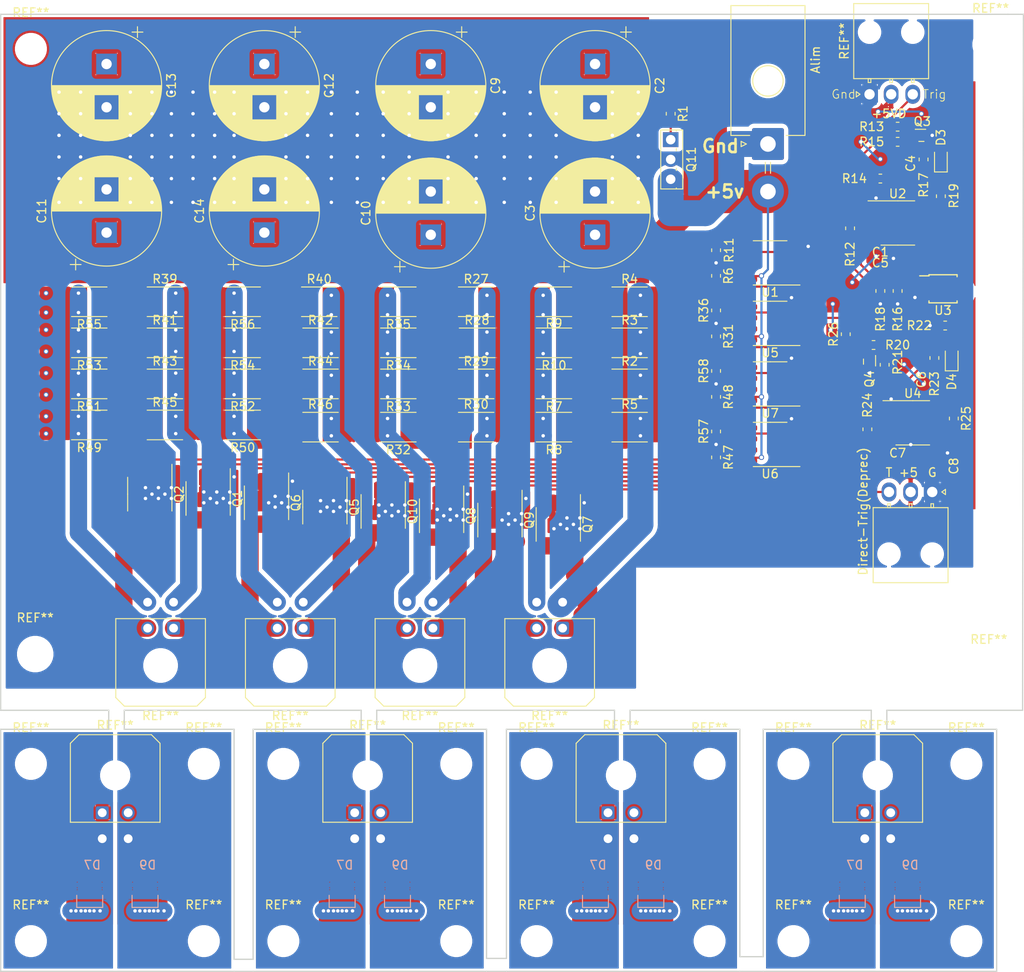
<source format=kicad_pcb>
(kicad_pcb (version 20171130) (host pcbnew 5.1.0-060a0da~80~ubuntu18.04.1)
  (title_block (date "lun. 30 mars 2015"))
  (layers (0 F.Cu signal) (31 B.Cu signal) (34 B.Paste user) (35 F.Paste user) (36 B.SilkS user) (37 F.SilkS user) (38 B.Mask user) (39 F.Mask user) (44 Edge.Cuts user))
  (net 0 "")
  (net 1 GND)
  (net 2 "Net-(D1-Pad2)")
  (net 3 "Net-(D1-Pad1)")
  (net 4 "Net-(D2-Pad2)")
  (net 5 "Net-(D2-Pad1)")
  (net 6 "Net-(Q1-Pad4)")
  (net 7 "Net-(Q2-Pad4)")
  (net 8 Trigger)
  (net 9 "Net-(C1-Pad1)")
  (net 10 "Net-(C4-Pad2)")
  (net 11 "Net-(C4-Pad1)")
  (net 12 "Net-(C5-Pad1)")
  (net 13 "Net-(C6-Pad2)")
  (net 14 "Net-(C6-Pad1)")
  (net 15 "Net-(C7-Pad1)")
  (net 16 "Net-(C8-Pad1)")
  (net 17 +5V)
  (net 18 "Net-(Q3-Pad1)")
  (net 19 "Net-(Q4-Pad2)")
  (net 20 "Net-(Q4-Pad1)")
  (net 21 "Net-(R12-Pad2)")
  (net 22 "Net-(R18-Pad2)")
  (net 23 "Net-(R21-Pad2)")
  (net 24 "Net-(D5-Pad2)")
  (net 25 "Net-(D5-Pad1)")
  (net 26 "Net-(D6-Pad2)")
  (net 27 "Net-(D6-Pad1)")
  (net 28 "Net-(D7-Pad2)")
  (net 29 "Net-(D7-Pad1)")
  (net 30 "Net-(D8-Pad2)")
  (net 31 "Net-(D8-Pad1)")
  (net 32 "Net-(D9-Pad2)")
  (net 33 "Net-(D9-Pad1)")
  (net 34 "Net-(D10-Pad2)")
  (net 35 "Net-(D10-Pad1)")
  (net 36 "Net-(Q5-Pad4)")
  (net 37 "Net-(Q6-Pad4)")
  (net 38 "Net-(Q7-Pad4)")
  (net 39 "Net-(Q8-Pad4)")
  (net 40 "Net-(Q9-Pad4)")
  (net 41 "Net-(Q10-Pad4)")
  (net 42 +5vD)
  (net 43 "Net-(R26-Pad2)")
  (net 44 GNDP)
  (module MountingHole:MountingHole_3.2mm_M3 (layer F.Cu) (at 108.198 105.065)
    (fp_text reference REF** (at 0 -4.2) (layer F.SilkS))
    (fp_text value MountingHole_3.2mm_M3)
    (pad 1 np_thru_hole circle (at 0 0) (size 3.2 3.2) (drill 3.2) (layers *.Cu *.Mask))
  )
  (module LED:SFH-4716S (layer B.Cu) (at 121.698 117.265)
    (fp_text reference D9 (at 0 -0.5) (layer B.SilkS) (effects (justify mirror)))
    (fp_text value LED)
    (pad 2 smd rect (at -0.3 2.9) (size 2.8 1) (layers B.Cu B.Paste B.Mask))
    (pad 1 smd rect (at -0.3 4) (size 2.8 0.55) (layers B.Cu B.Paste B.Mask))
    (pad 2 smd rect (at -0.3 1.8) (size 2.8 0.55) (layers B.Cu B.Paste B.Mask))
  )
  (module Connector_Molex:Molex_Micro-Fit_3.0_43045-0400_2x02_P3.00mm_Horizontal (layer F.Cu) (at 116.448 110.715)
    (fp_text reference REF** (at 1.5 -10.12) (layer F.SilkS))
    (fp_text value Molex_Micro-Fit_3.0_43045-0400_2x02_P3.00mm_Horizontal)
    (pad 4 thru_hole circle (at 3 3) (size 1.5 1.5) (drill 1.02) (layers *.Cu *.Mask))
    (pad 3 thru_hole circle (at 0 3) (size 1.5 1.5) (drill 1.02) (layers *.Cu *.Mask))
    (pad 2 thru_hole circle (at 3 0) (size 1.5 1.5) (drill 1.02) (layers *.Cu *.Mask))
    (pad 1 thru_hole roundrect (at 0 0) (size 1.5 1.5) (drill 1.02) (layers *.Cu *.Mask) (roundrect_rratio 0.167))
    (pad "" np_thru_hole circle (at 1.5 -4.32) (size 3 3) (drill 3) (layers *.Cu *.Mask))
  )
  (module MountingHole:MountingHole_3.2mm_M3 (layer F.Cu) (at 128.198 125.565)
    (fp_text reference REF** (at 0 -4.2) (layer F.SilkS))
    (fp_text value MountingHole_3.2mm_M3)
    (pad 1 np_thru_hole circle (at 0 0) (size 3.2 3.2) (drill 3.2) (layers *.Cu *.Mask))
  )
  (module LED:SFH-4716S (layer B.Cu) (at 115.298 117.265)
    (fp_text reference D7 (at 0 -0.5) (layer B.SilkS) (effects (justify mirror)))
    (fp_text value LED)
    (pad 2 smd rect (at -0.3 2.9) (size 2.8 1) (layers B.Cu B.Paste B.Mask))
    (pad 1 smd rect (at -0.3 4) (size 2.8 0.55) (layers B.Cu B.Paste B.Mask))
    (pad 2 smd rect (at -0.3 1.8) (size 2.8 0.55) (layers B.Cu B.Paste B.Mask))
  )
  (module MountingHole:MountingHole_3.2mm_M3 (layer F.Cu) (at 108.198 125.565)
    (fp_text reference REF** (at 0 -4.2) (layer F.SilkS))
    (fp_text value MountingHole_3.2mm_M3)
    (pad 1 np_thru_hole circle (at 0 0) (size 3.2 3.2) (drill 3.2) (layers *.Cu *.Mask))
  )
  (module MountingHole:MountingHole_3.2mm_M3 (layer F.Cu) (at 128.198 105.065)
    (fp_text reference REF** (at 0 -4.2) (layer F.SilkS))
    (fp_text value MountingHole_3.2mm_M3)
    (pad 1 np_thru_hole circle (at 0 0) (size 3.2 3.2) (drill 3.2) (layers *.Cu *.Mask))
  )
  (module MountingHole:MountingHole_3.2mm_M3 (layer F.Cu) (at 78.498 105.065)
    (fp_text reference REF** (at 0 -4.2) (layer F.SilkS))
    (fp_text value MountingHole_3.2mm_M3)
    (pad 1 np_thru_hole circle (at 0 0) (size 3.2 3.2) (drill 3.2) (layers *.Cu *.Mask))
  )
  (module LED:SFH-4716S (layer B.Cu) (at 91.998 117.265)
    (fp_text reference D9 (at 0 -0.5) (layer B.SilkS) (effects (justify mirror)))
    (fp_text value LED)
    (pad 2 smd rect (at -0.3 2.9) (size 2.8 1) (layers B.Cu B.Paste B.Mask))
    (pad 1 smd rect (at -0.3 4) (size 2.8 0.55) (layers B.Cu B.Paste B.Mask))
    (pad 2 smd rect (at -0.3 1.8) (size 2.8 0.55) (layers B.Cu B.Paste B.Mask))
  )
  (module Connector_Molex:Molex_Micro-Fit_3.0_43045-0400_2x02_P3.00mm_Horizontal (layer F.Cu) (at 86.748 110.715)
    (fp_text reference REF** (at 1.5 -10.12) (layer F.SilkS))
    (fp_text value Molex_Micro-Fit_3.0_43045-0400_2x02_P3.00mm_Horizontal)
    (pad 4 thru_hole circle (at 3 3) (size 1.5 1.5) (drill 1.02) (layers *.Cu *.Mask))
    (pad 3 thru_hole circle (at 0 3) (size 1.5 1.5) (drill 1.02) (layers *.Cu *.Mask))
    (pad 2 thru_hole circle (at 3 0) (size 1.5 1.5) (drill 1.02) (layers *.Cu *.Mask))
    (pad 1 thru_hole roundrect (at 0 0) (size 1.5 1.5) (drill 1.02) (layers *.Cu *.Mask) (roundrect_rratio 0.167))
    (pad "" np_thru_hole circle (at 1.5 -4.32) (size 3 3) (drill 3) (layers *.Cu *.Mask))
  )
  (module MountingHole:MountingHole_3.2mm_M3 (layer F.Cu) (at 98.498 125.565)
    (fp_text reference REF** (at 0 -4.2) (layer F.SilkS))
    (fp_text value MountingHole_3.2mm_M3)
    (pad 1 np_thru_hole circle (at 0 0) (size 3.2 3.2) (drill 3.2) (layers *.Cu *.Mask))
  )
  (module LED:SFH-4716S (layer B.Cu) (at 85.598 117.265)
    (fp_text reference D7 (at 0 -0.5) (layer B.SilkS) (effects (justify mirror)))
    (fp_text value LED)
    (pad 2 smd rect (at -0.3 2.9) (size 2.8 1) (layers B.Cu B.Paste B.Mask))
    (pad 1 smd rect (at -0.3 4) (size 2.8 0.55) (layers B.Cu B.Paste B.Mask))
    (pad 2 smd rect (at -0.3 1.8) (size 2.8 0.55) (layers B.Cu B.Paste B.Mask))
  )
  (module MountingHole:MountingHole_3.2mm_M3 (layer F.Cu) (at 78.498 125.565)
    (fp_text reference REF** (at 0 -4.2) (layer F.SilkS))
    (fp_text value MountingHole_3.2mm_M3)
    (pad 1 np_thru_hole circle (at 0 0) (size 3.2 3.2) (drill 3.2) (layers *.Cu *.Mask))
  )
  (module MountingHole:MountingHole_3.2mm_M3 (layer F.Cu) (at 98.498 105.065)
    (fp_text reference REF** (at 0 -4.2) (layer F.SilkS))
    (fp_text value MountingHole_3.2mm_M3)
    (pad 1 np_thru_hole circle (at 0 0) (size 3.2 3.2) (drill 3.2) (layers *.Cu *.Mask))
  )
  (module MountingHole:MountingHole_3.2mm_M3 (layer F.Cu) (at 49.198 105.065)
    (fp_text reference REF** (at 0 -4.2) (layer F.SilkS))
    (fp_text value MountingHole_3.2mm_M3)
    (pad 1 np_thru_hole circle (at 0 0) (size 3.2 3.2) (drill 3.2) (layers *.Cu *.Mask))
  )
  (module LED:SFH-4716S (layer B.Cu) (at 62.698 117.265)
    (fp_text reference D9 (at 0 -0.5) (layer B.SilkS) (effects (justify mirror)))
    (fp_text value LED)
    (pad 2 smd rect (at -0.3 2.9) (size 2.8 1) (layers B.Cu B.Paste B.Mask))
    (pad 1 smd rect (at -0.3 4) (size 2.8 0.55) (layers B.Cu B.Paste B.Mask))
    (pad 2 smd rect (at -0.3 1.8) (size 2.8 0.55) (layers B.Cu B.Paste B.Mask))
  )
  (module Connector_Molex:Molex_Micro-Fit_3.0_43045-0400_2x02_P3.00mm_Horizontal (layer F.Cu) (at 57.448 110.715)
    (fp_text reference REF** (at 1.5 -10.12) (layer F.SilkS))
    (fp_text value Molex_Micro-Fit_3.0_43045-0400_2x02_P3.00mm_Horizontal)
    (pad 4 thru_hole circle (at 3 3) (size 1.5 1.5) (drill 1.02) (layers *.Cu *.Mask))
    (pad 3 thru_hole circle (at 0 3) (size 1.5 1.5) (drill 1.02) (layers *.Cu *.Mask))
    (pad 2 thru_hole circle (at 3 0) (size 1.5 1.5) (drill 1.02) (layers *.Cu *.Mask))
    (pad 1 thru_hole roundrect (at 0 0) (size 1.5 1.5) (drill 1.02) (layers *.Cu *.Mask) (roundrect_rratio 0.167))
    (pad "" np_thru_hole circle (at 1.5 -4.32) (size 3 3) (drill 3) (layers *.Cu *.Mask))
  )
  (module MountingHole:MountingHole_3.2mm_M3 (layer F.Cu) (at 69.198 125.565)
    (fp_text reference REF** (at 0 -4.2) (layer F.SilkS))
    (fp_text value MountingHole_3.2mm_M3)
    (pad 1 np_thru_hole circle (at 0 0) (size 3.2 3.2) (drill 3.2) (layers *.Cu *.Mask))
  )
  (module LED:SFH-4716S (layer B.Cu) (at 56.298 117.265)
    (fp_text reference D7 (at 0 -0.5) (layer B.SilkS) (effects (justify mirror)))
    (fp_text value LED)
    (pad 2 smd rect (at -0.3 2.9) (size 2.8 1) (layers B.Cu B.Paste B.Mask))
    (pad 1 smd rect (at -0.3 4) (size 2.8 0.55) (layers B.Cu B.Paste B.Mask))
    (pad 2 smd rect (at -0.3 1.8) (size 2.8 0.55) (layers B.Cu B.Paste B.Mask))
  )
  (module MountingHole:MountingHole_3.2mm_M3 (layer F.Cu) (at 49.198 125.565)
    (fp_text reference REF** (at 0 -4.2) (layer F.SilkS))
    (fp_text value MountingHole_3.2mm_M3)
    (pad 1 np_thru_hole circle (at 0 0) (size 3.2 3.2) (drill 3.2) (layers *.Cu *.Mask))
  )
  (module MountingHole:MountingHole_3.2mm_M3 (layer F.Cu) (at 69.198 105.065)
    (fp_text reference REF** (at 0 -4.2) (layer F.SilkS))
    (fp_text value MountingHole_3.2mm_M3)
    (pad 1 np_thru_hole circle (at 0 0) (size 3.2 3.2) (drill 3.2) (layers *.Cu *.Mask))
  )
  (module MountingHole:MountingHole_3.2mm_M3 (layer F.Cu) (at 39.998 105.065)
    (fp_text reference REF** (at 0 -4.2) (layer F.SilkS))
    (fp_text value MountingHole_3.2mm_M3)
    (pad 1 np_thru_hole circle (at 0 0) (size 3.2 3.2) (drill 3.2) (layers *.Cu *.Mask))
  )
  (module MountingHole:MountingHole_3.2mm_M3 (layer F.Cu) (at 39.998 125.565)
    (fp_text reference REF** (at 0 -4.2) (layer F.SilkS))
    (fp_text value MountingHole_3.2mm_M3)
    (pad 1 np_thru_hole circle (at 0 0) (size 3.2 3.2) (drill 3.2) (layers *.Cu *.Mask))
  )
  (module MountingHole:MountingHole_3.2mm_M3 (layer F.Cu) (at 19.998 125.565)
    (fp_text reference REF** (at 0 -4.2) (layer F.SilkS))
    (fp_text value MountingHole_3.2mm_M3)
    (pad 1 np_thru_hole circle (at 0 0) (size 3.2 3.2) (drill 3.2) (layers *.Cu *.Mask))
  )
  (module MountingHole:MountingHole_3.2mm_M3 (layer F.Cu) (at 19.998 105.065)
    (fp_text reference REF** (at 0 -4.2) (layer F.SilkS))
    (fp_text value MountingHole_3.2mm_M3)
    (pad 1 np_thru_hole circle (at 0 0) (size 3.2 3.2) (drill 3.2) (layers *.Cu *.Mask))
  )
  (module MountingHole:MountingHole_3.2mm_M3 (layer F.Cu) (at 130.798 94.865)
    (fp_text reference REF** (at 0 -4.2) (layer F.SilkS))
    (fp_text value MountingHole_3.2mm_M3)
    (pad 1 np_thru_hole circle (at 0 0) (size 3.2 3.2) (drill 3.2) (layers *.Cu *.Mask))
  )
  (module MountingHole:MountingHole_3.2mm_M3 (layer F.Cu) (at 130.998 21.865)
    (fp_text reference REF** (at 0 -4.2) (layer F.SilkS))
    (fp_text value MountingHole_3.2mm_M3)
    (pad 1 np_thru_hole circle (at 0 0) (size 3.2 3.2) (drill 3.2) (layers *.Cu *.Mask))
  )
  (module MountingHole:MountingHole_3.2mm_M3 (layer F.Cu) (at 19.998 22.365)
    (fp_text reference REF** (at 0 -4.2) (layer F.SilkS))
    (fp_text value MountingHole_3.2mm_M3)
    (pad 1 np_thru_hole circle (at 0 0) (size 3.2 3.2) (drill 3.2) (layers *.Cu *.Mask))
  )
  (module MountingHole:MountingHole_3.2mm_M3 (layer F.Cu) (at 20.498 92.365)
    (fp_text reference REF** (at 0 -4.2) (layer F.SilkS))
    (fp_text value MountingHole_3.2mm_M3)
    (pad 1 np_thru_hole circle (at 0 0) (size 3.2 3.2) (drill 3.2) (layers *.Cu *.Mask))
  )
  (module Connector_Molex:Molex_Micro-Fit_3.0_43045-0400_2x02_P3.00mm_Horizontal (layer F.Cu) (at 28.248 110.715)
    (fp_text reference REF** (at 1.5 -10.12) (layer F.SilkS))
    (fp_text value Molex_Micro-Fit_3.0_43045-0400_2x02_P3.00mm_Horizontal)
    (pad "" np_thru_hole circle (at 1.5 -4.32) (size 3 3) (drill 3) (layers *.Cu *.Mask))
    (pad 1 thru_hole roundrect (at 0 0) (size 1.5 1.5) (drill 1.02) (layers *.Cu *.Mask) (roundrect_rratio 0.167) (net 3 "Net-(D1-Pad1)"))
    (pad 2 thru_hole circle (at 3 0) (size 1.5 1.5) (drill 1.02) (layers *.Cu *.Mask) (net 5 "Net-(D2-Pad1)"))
    (pad 3 thru_hole circle (at 0 3) (size 1.5 1.5) (drill 1.02) (layers *.Cu *.Mask) (net 28 "Net-(D7-Pad2)"))
    (pad 4 thru_hole circle (at 3 3) (size 1.5 1.5) (drill 1.02) (layers *.Cu *.Mask) (net 32 "Net-(D9-Pad2)"))
  )
  (module Resistor_SMD:R_2512_6332Metric (layer F.Cu) (at 62.498 66.115 180)
    (fp_text reference R32 (at 0 -2.62) (layer F.SilkS))
    (fp_text value 2)
    (pad 2 smd roundrect (at 2.9 0 180) (size 1.35 3.35) (layers F.Cu F.Paste F.Mask) (roundrect_rratio 0.185185) (net 26 "Net-(D6-Pad2)"))
    (pad 1 smd roundrect (at -2.9 0 180) (size 1.35 3.35) (layers F.Cu F.Paste F.Mask) (roundrect_rratio 0.185185) (net 17 +5V))
  )
  (module Connector_Molex:Molex_Micro-Fit_3.0_43045-0400_2x02_P3.00mm_Horizontal (layer F.Cu) (at 81.498 89.365 180)
    (fp_text reference REF** (at 1.5 -10.12) (layer F.SilkS))
    (fp_text value Molex_Micro-Fit_3.0_43045-0400_2x02_P3.00mm_Horizontal)
    (pad "" np_thru_hole circle (at 1.5 -4.32 180) (size 3 3) (drill 3) (layers *.Cu *.Mask))
    (pad 1 thru_hole roundrect (at 0 0 180) (size 1.5 1.5) (drill 1.02) (layers *.Cu *.Mask) (roundrect_rratio 0.167) (net 29 "Net-(D7-Pad1)"))
    (pad 2 thru_hole circle (at 3 0 180) (size 1.5 1.5) (drill 1.02) (layers *.Cu *.Mask) (net 33 "Net-(D9-Pad1)"))
    (pad 3 thru_hole circle (at 0 3 180) (size 1.5 1.5) (drill 1.02) (layers *.Cu *.Mask) (net 2 "Net-(D1-Pad2)"))
    (pad 4 thru_hole circle (at 3 3 180) (size 1.5 1.5) (drill 1.02) (layers *.Cu *.Mask) (net 4 "Net-(D2-Pad2)"))
  )
  (module Connector_Molex:Molex_Micro-Fit_3.0_43045-0400_2x02_P3.00mm_Horizontal (layer F.Cu) (at 66.498 89.365 180)
    (fp_text reference REF** (at 1.5 -10.12) (layer F.SilkS))
    (fp_text value Molex_Micro-Fit_3.0_43045-0400_2x02_P3.00mm_Horizontal)
    (pad "" np_thru_hole circle (at 1.5 -4.32 180) (size 3 3) (drill 3) (layers *.Cu *.Mask))
    (pad 1 thru_hole roundrect (at 0 0 180) (size 1.5 1.5) (drill 1.02) (layers *.Cu *.Mask) (roundrect_rratio 0.167) (net 31 "Net-(D8-Pad1)"))
    (pad 2 thru_hole circle (at 3 0 180) (size 1.5 1.5) (drill 1.02) (layers *.Cu *.Mask) (net 35 "Net-(D10-Pad1)"))
    (pad 3 thru_hole circle (at 0 3 180) (size 1.5 1.5) (drill 1.02) (layers *.Cu *.Mask) (net 24 "Net-(D5-Pad2)"))
    (pad 4 thru_hole circle (at 3 3 180) (size 1.5 1.5) (drill 1.02) (layers *.Cu *.Mask) (net 26 "Net-(D6-Pad2)"))
  )
  (module Connector_Molex:Molex_Micro-Fit_3.0_43045-0400_2x02_P3.00mm_Horizontal (layer F.Cu) (at 51.498 89.365 180)
    (fp_text reference REF** (at 1.5 -10.12) (layer F.SilkS))
    (fp_text value Molex_Micro-Fit_3.0_43045-0400_2x02_P3.00mm_Horizontal)
    (pad "" np_thru_hole circle (at 1.5 -4.32 180) (size 3 3) (drill 3) (layers *.Cu *.Mask))
    (pad 1 thru_hole roundrect (at 0 0 180) (size 1.5 1.5) (drill 1.02) (layers *.Cu *.Mask) (roundrect_rratio 0.167) (net 25 "Net-(D5-Pad1)"))
    (pad 2 thru_hole circle (at 3 0 180) (size 1.5 1.5) (drill 1.02) (layers *.Cu *.Mask) (net 27 "Net-(D6-Pad1)"))
    (pad 3 thru_hole circle (at 0 3 180) (size 1.5 1.5) (drill 1.02) (layers *.Cu *.Mask) (net 30 "Net-(D8-Pad2)"))
    (pad 4 thru_hole circle (at 3 3 180) (size 1.5 1.5) (drill 1.02) (layers *.Cu *.Mask) (net 34 "Net-(D10-Pad2)"))
  )
  (module Connector_Molex:Molex_Micro-Fit_3.0_43045-0400_2x02_P3.00mm_Horizontal (layer F.Cu) (at 36.498 89.365 180)
    (fp_text reference REF** (at 1.5 -10.12) (layer F.SilkS))
    (fp_text value Molex_Micro-Fit_3.0_43045-0400_2x02_P3.00mm_Horizontal)
    (pad 4 thru_hole circle (at 3 3 180) (size 1.5 1.5) (drill 1.02) (layers *.Cu *.Mask) (net 32 "Net-(D9-Pad2)"))
    (pad 3 thru_hole circle (at 0 3 180) (size 1.5 1.5) (drill 1.02) (layers *.Cu *.Mask) (net 28 "Net-(D7-Pad2)"))
    (pad 2 thru_hole circle (at 3 0 180) (size 1.5 1.5) (drill 1.02) (layers *.Cu *.Mask) (net 5 "Net-(D2-Pad1)"))
    (pad 1 thru_hole roundrect (at 0 0 180) (size 1.5 1.5) (drill 1.02) (layers *.Cu *.Mask) (roundrect_rratio 0.167) (net 3 "Net-(D1-Pad1)"))
    (pad "" np_thru_hole circle (at 1.5 -4.32 180) (size 3 3) (drill 3) (layers *.Cu *.Mask))
  )
  (module Connector_Molex:Molex_Nano-Fit_105313-xx03_1x03_P2.50mm_Horizontal (layer F.Cu) (at 124.248 73.615 270)
    (fp_text reference "Direct-Trig(Deprec)" (at 2.25 8 90) (layer F.SilkS))
    (fp_text value Molex_Nano-Fit_105313-xx03_1x03_P2.50mm_Horizontal)
    (pad 1 thru_hole roundrect (at 0 0 270) (size 2.2 1.7) (drill 1.2) (layers *.Cu *.Mask) (roundrect_rratio 0.147) (net 44 GNDP))
    (pad 2 thru_hole oval (at 0 2.5 270) (size 2.2 1.7) (drill 1.2) (layers *.Cu *.Mask) (net 42 +5vD))
    (pad 3 thru_hole oval (at 0 5 270) (size 2.2 1.7) (drill 1.2) (layers *.Cu *.Mask) (net 43 "Net-(R26-Pad2)"))
    (pad "" np_thru_hole circle (at 7.18 0 270) (size 1.7 1.7) (drill 1.7) (layers *.Cu *.Mask))
    (pad "" np_thru_hole circle (at 7.18 5 270) (size 1.7 1.7) (drill 1.7) (layers *.Cu *.Mask))
  )
  (module Resistor_SMD:R_0603_1608Metric (layer F.Cu) (at 99.248 69.615 270)
    (fp_text reference R47 (at 0 -1.43 90) (layer F.SilkS))
    (fp_text value 10k)
    (pad 2 smd roundrect (at 0.7875 0 270) (size 0.875 0.95) (layers F.Cu F.Paste F.Mask) (net 38 "Net-(Q7-Pad4)"))
    (pad 1 smd roundrect (at -0.7875 0 270) (size 0.875 0.95) (layers F.Cu F.Paste F.Mask) (net 44 GNDP))
  )
  (module Connector_Molex:Molex_Nano-Fit_105313-xx03_1x03_P2.50mm_Horizontal (layer F.Cu) (at 116.998 27.615 90)
    (fp_text reference REF** (at 6.15 -2.92 90) (layer F.SilkS))
    (fp_text value Molex_Nano-Fit_105313-xx03_1x03_P2.50mm_Horizontal)
    (pad "" np_thru_hole circle (at 7.18 5 90) (size 1.7 1.7) (drill 1.7) (layers *.Cu *.Mask))
    (pad "" np_thru_hole circle (at 7.18 0 90) (size 1.7 1.7) (drill 1.7) (layers *.Cu *.Mask))
    (pad 3 thru_hole oval (at 0 5 90) (size 2.2 1.7) (drill 1.2) (layers *.Cu *.Mask) (net 8 Trigger))
    (pad 2 thru_hole oval (at 0 2.5 90) (size 2.2 1.7) (drill 1.2) (layers *.Cu *.Mask) (net 42 +5vD))
    (pad 1 thru_hole roundrect (at 0 0 90) (size 2.2 1.7) (drill 1.2) (layers *.Cu *.Mask) (roundrect_rratio 0.147) (net 44 GNDP))
  )
  (module Package_SO:SOIC-8_3.9x4.9mm_P1.27mm (layer F.Cu) (at 105.498 61.115 180)
    (fp_text reference U7 (at 0 -3.4) (layer F.SilkS))
    (fp_text value LMV358)
    (pad 8 smd roundrect (at 2.475 -1.905 180) (size 1.95 0.6) (layers F.Cu F.Paste F.Mask) (net 17 +5V))
    (pad 7 smd roundrect (at 2.475 -0.635 180) (size 1.95 0.6) (layers F.Cu F.Paste F.Mask) (net 41 "Net-(Q10-Pad4)"))
    (pad 6 smd roundrect (at 2.475 0.635 180) (size 1.95 0.6) (layers F.Cu F.Paste F.Mask) (net 41 "Net-(Q10-Pad4)"))
    (pad 5 smd roundrect (at 2.475 1.905 180) (size 1.95 0.6) (layers F.Cu F.Paste F.Mask) (net 43 "Net-(R26-Pad2)"))
    (pad 4 smd roundrect (at -2.475 1.905 180) (size 1.95 0.6) (layers F.Cu F.Paste F.Mask) (net 44 GNDP))
    (pad 3 smd roundrect (at -2.475 0.635 180) (size 1.95 0.6) (layers F.Cu F.Paste F.Mask) (net 43 "Net-(R26-Pad2)"))
    (pad 2 smd roundrect (at -2.475 -0.635 180) (size 1.95 0.6) (layers F.Cu F.Paste F.Mask) (net 39 "Net-(Q8-Pad4)"))
    (pad 1 smd roundrect (at -2.475 -1.905 180) (size 1.95 0.6) (layers F.Cu F.Paste F.Mask) (net 39 "Net-(Q8-Pad4)"))
  )
  (module Package_SO:SOIC-8_3.9x4.9mm_P1.27mm (layer F.Cu) (at 105.498 68.115 180)
    (fp_text reference U6 (at 0 -3.4) (layer F.SilkS))
    (fp_text value LMV358)
    (pad 8 smd roundrect (at 2.475 -1.905 180) (size 1.95 0.6) (layers F.Cu F.Paste F.Mask) (net 17 +5V))
    (pad 7 smd roundrect (at 2.475 -0.635 180) (size 1.95 0.6) (layers F.Cu F.Paste F.Mask) (net 40 "Net-(Q9-Pad4)"))
    (pad 6 smd roundrect (at 2.475 0.635 180) (size 1.95 0.6) (layers F.Cu F.Paste F.Mask) (net 40 "Net-(Q9-Pad4)"))
    (pad 5 smd roundrect (at 2.475 1.905 180) (size 1.95 0.6) (layers F.Cu F.Paste F.Mask) (net 43 "Net-(R26-Pad2)"))
    (pad 4 smd roundrect (at -2.475 1.905 180) (size 1.95 0.6) (layers F.Cu F.Paste F.Mask) (net 44 GNDP))
    (pad 3 smd roundrect (at -2.475 0.635 180) (size 1.95 0.6) (layers F.Cu F.Paste F.Mask) (net 43 "Net-(R26-Pad2)"))
    (pad 2 smd roundrect (at -2.475 -0.635 180) (size 1.95 0.6) (layers F.Cu F.Paste F.Mask) (net 38 "Net-(Q7-Pad4)"))
    (pad 1 smd roundrect (at -2.475 -1.905 180) (size 1.95 0.6) (layers F.Cu F.Paste F.Mask) (net 38 "Net-(Q7-Pad4)"))
  )
  (module Package_SO:SOIC-8_3.9x4.9mm_P1.27mm (layer F.Cu) (at 105.498 54.115 180)
    (fp_text reference U5 (at 0 -3.4) (layer F.SilkS))
    (fp_text value LMV358)
    (pad 8 smd roundrect (at 2.475 -1.905 180) (size 1.95 0.6) (layers F.Cu F.Paste F.Mask) (net 17 +5V))
    (pad 7 smd roundrect (at 2.475 -0.635 180) (size 1.95 0.6) (layers F.Cu F.Paste F.Mask) (net 37 "Net-(Q6-Pad4)"))
    (pad 6 smd roundrect (at 2.475 0.635 180) (size 1.95 0.6) (layers F.Cu F.Paste F.Mask) (net 37 "Net-(Q6-Pad4)"))
    (pad 5 smd roundrect (at 2.475 1.905 180) (size 1.95 0.6) (layers F.Cu F.Paste F.Mask) (net 43 "Net-(R26-Pad2)"))
    (pad 4 smd roundrect (at -2.475 1.905 180) (size 1.95 0.6) (layers F.Cu F.Paste F.Mask) (net 44 GNDP))
    (pad 3 smd roundrect (at -2.475 0.635 180) (size 1.95 0.6) (layers F.Cu F.Paste F.Mask) (net 43 "Net-(R26-Pad2)"))
    (pad 2 smd roundrect (at -2.475 -0.635 180) (size 1.95 0.6) (layers F.Cu F.Paste F.Mask) (net 36 "Net-(Q5-Pad4)"))
    (pad 1 smd roundrect (at -2.475 -1.905 180) (size 1.95 0.6) (layers F.Cu F.Paste F.Mask) (net 36 "Net-(Q5-Pad4)"))
  )
  (module Resistor_SMD:R_0603_1608Metric (layer F.Cu) (at 99.248 59.615 90)
    (fp_text reference R58 (at 0 -1.43 90) (layer F.SilkS))
    (fp_text value 10k)
    (pad 2 smd roundrect (at 0.7875 0 90) (size 0.875 0.95) (layers F.Cu F.Paste F.Mask) (net 41 "Net-(Q10-Pad4)"))
    (pad 1 smd roundrect (at -0.7875 0 90) (size 0.875 0.95) (layers F.Cu F.Paste F.Mask) (net 44 GNDP))
  )
  (module Resistor_SMD:R_0603_1608Metric (layer F.Cu) (at 99.248 66.615 90)
    (fp_text reference R57 (at 0 -1.43 90) (layer F.SilkS))
    (fp_text value 10k)
    (pad 2 smd roundrect (at 0.7875 0 90) (size 0.875 0.95) (layers F.Cu F.Paste F.Mask) (net 40 "Net-(Q9-Pad4)"))
    (pad 1 smd roundrect (at -0.7875 0 90) (size 0.875 0.95) (layers F.Cu F.Paste F.Mask) (net 44 GNDP))
  )
  (module Resistor_SMD:R_2512_6332Metric (layer F.Cu) (at 44.498 51.615 180)
    (fp_text reference R56 (at 0 -2.62) (layer F.SilkS))
    (fp_text value 2)
    (pad 2 smd roundrect (at 2.9 0 180) (size 1.35 3.35) (layers F.Cu F.Paste F.Mask) (roundrect_rratio 0.185185) (net 34 "Net-(D10-Pad2)"))
    (pad 1 smd roundrect (at -2.9 0 180) (size 1.35 3.35) (layers F.Cu F.Paste F.Mask) (roundrect_rratio 0.185185) (net 17 +5V))
  )
  (module Resistor_SMD:R_2512_6332Metric (layer F.Cu) (at 26.748 51.615 180)
    (fp_text reference R55 (at 0 -2.62) (layer F.SilkS))
    (fp_text value 2)
    (pad 2 smd roundrect (at 2.9 0 180) (size 1.35 3.35) (layers F.Cu F.Paste F.Mask) (roundrect_rratio 0.185185) (net 32 "Net-(D9-Pad2)"))
    (pad 1 smd roundrect (at -2.9 0 180) (size 1.35 3.35) (layers F.Cu F.Paste F.Mask) (roundrect_rratio 0.185185) (net 17 +5V))
  )
  (module Resistor_SMD:R_2512_6332Metric (layer F.Cu) (at 44.498 56.365 180)
    (fp_text reference R54 (at 0 -2.62) (layer F.SilkS))
    (fp_text value 2)
    (pad 2 smd roundrect (at 2.9 0 180) (size 1.35 3.35) (layers F.Cu F.Paste F.Mask) (roundrect_rratio 0.185185) (net 34 "Net-(D10-Pad2)"))
    (pad 1 smd roundrect (at -2.9 0 180) (size 1.35 3.35) (layers F.Cu F.Paste F.Mask) (roundrect_rratio 0.185185) (net 17 +5V))
  )
  (module Resistor_SMD:R_2512_6332Metric (layer F.Cu) (at 26.748 56.365 180)
    (fp_text reference R53 (at 0 -2.62) (layer F.SilkS))
    (fp_text value 2)
    (pad 2 smd roundrect (at 2.9 0 180) (size 1.35 3.35) (layers F.Cu F.Paste F.Mask) (roundrect_rratio 0.185185) (net 32 "Net-(D9-Pad2)"))
    (pad 1 smd roundrect (at -2.9 0 180) (size 1.35 3.35) (layers F.Cu F.Paste F.Mask) (roundrect_rratio 0.185185) (net 17 +5V))
  )
  (module Resistor_SMD:R_2512_6332Metric (layer F.Cu) (at 44.498 61.115 180)
    (fp_text reference R52 (at 0 -2.62) (layer F.SilkS))
    (fp_text value 2)
    (pad 2 smd roundrect (at 2.9 0 180) (size 1.35 3.35) (layers F.Cu F.Paste F.Mask) (roundrect_rratio 0.185185) (net 34 "Net-(D10-Pad2)"))
    (pad 1 smd roundrect (at -2.9 0 180) (size 1.35 3.35) (layers F.Cu F.Paste F.Mask) (roundrect_rratio 0.185185) (net 17 +5V))
  )
  (module Resistor_SMD:R_2512_6332Metric (layer F.Cu) (at 26.748 61.115 180)
    (fp_text reference R51 (at 0 -2.62) (layer F.SilkS))
    (fp_text value 2)
    (pad 2 smd roundrect (at 2.9 0 180) (size 1.35 3.35) (layers F.Cu F.Paste F.Mask) (roundrect_rratio 0.185185) (net 32 "Net-(D9-Pad2)"))
    (pad 1 smd roundrect (at -2.9 0 180) (size 1.35 3.35) (layers F.Cu F.Paste F.Mask) (roundrect_rratio 0.185185) (net 17 +5V))
  )
  (module Resistor_SMD:R_2512_6332Metric (layer F.Cu) (at 44.498 65.865 180)
    (fp_text reference R50 (at 0 -2.62) (layer F.SilkS))
    (fp_text value 2)
    (pad 2 smd roundrect (at 2.9 0 180) (size 1.35 3.35) (layers F.Cu F.Paste F.Mask) (roundrect_rratio 0.185185) (net 34 "Net-(D10-Pad2)"))
    (pad 1 smd roundrect (at -2.9 0 180) (size 1.35 3.35) (layers F.Cu F.Paste F.Mask) (roundrect_rratio 0.185185) (net 17 +5V))
  )
  (module Resistor_SMD:R_2512_6332Metric (layer F.Cu) (at 26.748 65.865 180)
    (fp_text reference R49 (at 0 -2.62) (layer F.SilkS))
    (fp_text value 2)
    (pad 2 smd roundrect (at 2.9 0 180) (size 1.35 3.35) (layers F.Cu F.Paste F.Mask) (roundrect_rratio 0.185185) (net 32 "Net-(D9-Pad2)"))
    (pad 1 smd roundrect (at -2.9 0 180) (size 1.35 3.35) (layers F.Cu F.Paste F.Mask) (roundrect_rratio 0.185185) (net 17 +5V))
  )
  (module Resistor_SMD:R_0603_1608Metric (layer F.Cu) (at 99.248 62.615 270)
    (fp_text reference R48 (at 0 -1.43 90) (layer F.SilkS))
    (fp_text value 10k)
    (pad 2 smd roundrect (at 0.7875 0 270) (size 0.875 0.95) (layers F.Cu F.Paste F.Mask) (net 39 "Net-(Q8-Pad4)"))
    (pad 1 smd roundrect (at -0.7875 0 270) (size 0.875 0.95) (layers F.Cu F.Paste F.Mask) (net 44 GNDP))
  )
  (module Resistor_SMD:R_2512_6332Metric (layer F.Cu) (at 53.498 66.115)
    (fp_text reference R46 (at 0 -2.62) (layer F.SilkS))
    (fp_text value 2)
    (pad 2 smd roundrect (at 2.9 0) (size 1.35 3.35) (layers F.Cu F.Paste F.Mask) (roundrect_rratio 0.185185) (net 30 "Net-(D8-Pad2)"))
    (pad 1 smd roundrect (at -2.9 0) (size 1.35 3.35) (layers F.Cu F.Paste F.Mask) (roundrect_rratio 0.185185) (net 17 +5V))
  )
  (module Resistor_SMD:R_2512_6332Metric (layer F.Cu) (at 35.498 65.865)
    (fp_text reference R45 (at 0 -2.62) (layer F.SilkS))
    (fp_text value 2)
    (pad 2 smd roundrect (at 2.9 0) (size 1.35 3.35) (layers F.Cu F.Paste F.Mask) (roundrect_rratio 0.185185) (net 28 "Net-(D7-Pad2)"))
    (pad 1 smd roundrect (at -2.9 0) (size 1.35 3.35) (layers F.Cu F.Paste F.Mask) (roundrect_rratio 0.185185) (net 17 +5V))
  )
  (module Resistor_SMD:R_2512_6332Metric (layer F.Cu) (at 53.498 61.115)
    (fp_text reference R44 (at 0 -2.62) (layer F.SilkS))
    (fp_text value 2)
    (pad 2 smd roundrect (at 2.9 0) (size 1.35 3.35) (layers F.Cu F.Paste F.Mask) (roundrect_rratio 0.185185) (net 30 "Net-(D8-Pad2)"))
    (pad 1 smd roundrect (at -2.9 0) (size 1.35 3.35) (layers F.Cu F.Paste F.Mask) (roundrect_rratio 0.185185) (net 17 +5V))
  )
  (module Resistor_SMD:R_2512_6332Metric (layer F.Cu) (at 35.498 61.115)
    (fp_text reference R43 (at 0 -2.62) (layer F.SilkS))
    (fp_text value 2)
    (pad 2 smd roundrect (at 2.9 0) (size 1.35 3.35) (layers F.Cu F.Paste F.Mask) (roundrect_rratio 0.185185) (net 28 "Net-(D7-Pad2)"))
    (pad 1 smd roundrect (at -2.9 0) (size 1.35 3.35) (layers F.Cu F.Paste F.Mask) (roundrect_rratio 0.185185) (net 17 +5V))
  )
  (module Resistor_SMD:R_2512_6332Metric (layer F.Cu) (at 53.498 56.365)
    (fp_text reference R42 (at 0 -2.62) (layer F.SilkS))
    (fp_text value 2)
    (pad 2 smd roundrect (at 2.9 0) (size 1.35 3.35) (layers F.Cu F.Paste F.Mask) (roundrect_rratio 0.185185) (net 30 "Net-(D8-Pad2)"))
    (pad 1 smd roundrect (at -2.9 0) (size 1.35 3.35) (layers F.Cu F.Paste F.Mask) (roundrect_rratio 0.185185) (net 17 +5V))
  )
  (module Resistor_SMD:R_2512_6332Metric (layer F.Cu) (at 35.498 56.365)
    (fp_text reference R41 (at 0 -2.62) (layer F.SilkS))
    (fp_text value 2)
    (pad 2 smd roundrect (at 2.9 0) (size 1.35 3.35) (layers F.Cu F.Paste F.Mask) (roundrect_rratio 0.185185) (net 28 "Net-(D7-Pad2)"))
    (pad 1 smd roundrect (at -2.9 0) (size 1.35 3.35) (layers F.Cu F.Paste F.Mask) (roundrect_rratio 0.185185) (net 17 +5V))
  )
  (module Resistor_SMD:R_2512_6332Metric (layer F.Cu) (at 53.348 51.615)
    (fp_text reference R40 (at 0 -2.62) (layer F.SilkS))
    (fp_text value 2)
    (pad 2 smd roundrect (at 2.9 0) (size 1.35 3.35) (layers F.Cu F.Paste F.Mask) (roundrect_rratio 0.185185) (net 30 "Net-(D8-Pad2)"))
    (pad 1 smd roundrect (at -2.9 0) (size 1.35 3.35) (layers F.Cu F.Paste F.Mask) (roundrect_rratio 0.185185) (net 17 +5V))
  )
  (module Resistor_SMD:R_2512_6332Metric (layer F.Cu) (at 35.498 51.615)
    (fp_text reference R39 (at 0 -2.62) (layer F.SilkS))
    (fp_text value 2)
    (pad 2 smd roundrect (at 2.9 0) (size 1.35 3.35) (layers F.Cu F.Paste F.Mask) (roundrect_rratio 0.185185) (net 28 "Net-(D7-Pad2)"))
    (pad 1 smd roundrect (at -2.9 0) (size 1.35 3.35) (layers F.Cu F.Paste F.Mask) (roundrect_rratio 0.185185) (net 17 +5V))
  )
  (module Resistor_SMD:R_0603_1608Metric (layer F.Cu) (at 99.248 52.615 90)
    (fp_text reference R36 (at 0 -1.43 90) (layer F.SilkS))
    (fp_text value 10k)
    (pad 2 smd roundrect (at 0.7875 0 90) (size 0.875 0.95) (layers F.Cu F.Paste F.Mask) (net 37 "Net-(Q6-Pad4)"))
    (pad 1 smd roundrect (at -0.7875 0 90) (size 0.875 0.95) (layers F.Cu F.Paste F.Mask) (net 44 GNDP))
  )
  (module Resistor_SMD:R_2512_6332Metric (layer F.Cu) (at 62.498 51.615 180)
    (fp_text reference R35 (at 0 -2.62) (layer F.SilkS))
    (fp_text value 2)
    (pad 2 smd roundrect (at 2.9 0 180) (size 1.35 3.35) (layers F.Cu F.Paste F.Mask) (roundrect_rratio 0.185185) (net 26 "Net-(D6-Pad2)"))
    (pad 1 smd roundrect (at -2.9 0 180) (size 1.35 3.35) (layers F.Cu F.Paste F.Mask) (roundrect_rratio 0.185185) (net 17 +5V))
  )
  (module Resistor_SMD:R_2512_6332Metric (layer F.Cu) (at 62.498 56.365 180)
    (fp_text reference R34 (at 0 -2.62) (layer F.SilkS))
    (fp_text value 2)
    (pad 2 smd roundrect (at 2.9 0 180) (size 1.35 3.35) (layers F.Cu F.Paste F.Mask) (roundrect_rratio 0.185185) (net 26 "Net-(D6-Pad2)"))
    (pad 1 smd roundrect (at -2.9 0 180) (size 1.35 3.35) (layers F.Cu F.Paste F.Mask) (roundrect_rratio 0.185185) (net 17 +5V))
  )
  (module Resistor_SMD:R_2512_6332Metric (layer F.Cu) (at 62.498 61.115 180)
    (fp_text reference R33 (at 0 -2.62) (layer F.SilkS))
    (fp_text value 2)
    (pad 2 smd roundrect (at 2.9 0 180) (size 1.35 3.35) (layers F.Cu F.Paste F.Mask) (roundrect_rratio 0.185185) (net 26 "Net-(D6-Pad2)"))
    (pad 1 smd roundrect (at -2.9 0 180) (size 1.35 3.35) (layers F.Cu F.Paste F.Mask) (roundrect_rratio 0.185185) (net 17 +5V))
  )
  (module Resistor_SMD:R_0603_1608Metric (layer F.Cu) (at 99.248 55.615 270)
    (fp_text reference R31 (at 0 -1.43 90) (layer F.SilkS))
    (fp_text value 10k)
    (pad 2 smd roundrect (at 0.7875 0 270) (size 0.875 0.95) (layers F.Cu F.Paste F.Mask) (net 36 "Net-(Q5-Pad4)"))
    (pad 1 smd roundrect (at -0.7875 0 270) (size 0.875 0.95) (layers F.Cu F.Paste F.Mask) (net 44 GNDP))
  )
  (module Resistor_SMD:R_2512_6332Metric (layer F.Cu) (at 71.498 66.115)
    (fp_text reference R30 (at 0 -2.62) (layer F.SilkS))
    (fp_text value 2)
    (pad 2 smd roundrect (at 2.9 0) (size 1.35 3.35) (layers F.Cu F.Paste F.Mask) (roundrect_rratio 0.185185) (net 24 "Net-(D5-Pad2)"))
    (pad 1 smd roundrect (at -2.9 0) (size 1.35 3.35) (layers F.Cu F.Paste F.Mask) (roundrect_rratio 0.185185) (net 17 +5V))
  )
  (module Resistor_SMD:R_2512_6332Metric (layer F.Cu) (at 71.498 61.115)
    (fp_text reference R29 (at 0 -2.62) (layer F.SilkS))
    (fp_text value 2)
    (pad 2 smd roundrect (at 2.9 0) (size 1.35 3.35) (layers F.Cu F.Paste F.Mask) (roundrect_rratio 0.185185) (net 24 "Net-(D5-Pad2)"))
    (pad 1 smd roundrect (at -2.9 0) (size 1.35 3.35) (layers F.Cu F.Paste F.Mask) (roundrect_rratio 0.185185) (net 17 +5V))
  )
  (module Resistor_SMD:R_2512_6332Metric (layer F.Cu) (at 71.598 56.365)
    (fp_text reference R28 (at 0 -2.62) (layer F.SilkS))
    (fp_text value 2)
    (pad 2 smd roundrect (at 2.9 0) (size 1.35 3.35) (layers F.Cu F.Paste F.Mask) (roundrect_rratio 0.185185) (net 24 "Net-(D5-Pad2)"))
    (pad 1 smd roundrect (at -2.9 0) (size 1.35 3.35) (layers F.Cu F.Paste F.Mask) (roundrect_rratio 0.185185) (net 17 +5V))
  )
  (module Resistor_SMD:R_2512_6332Metric (layer F.Cu) (at 71.498 51.615)
    (fp_text reference R27 (at 0 -2.62) (layer F.SilkS))
    (fp_text value 2)
    (pad 2 smd roundrect (at 2.9 0) (size 1.35 3.35) (layers F.Cu F.Paste F.Mask) (roundrect_rratio 0.185185) (net 24 "Net-(D5-Pad2)"))
    (pad 1 smd roundrect (at -2.9 0) (size 1.35 3.35) (layers F.Cu F.Paste F.Mask) (roundrect_rratio 0.185185) (net 17 +5V))
  )
  (module Resistor_SMD:R_0603_1608Metric (layer F.Cu) (at 114.248 55.365 90)
    (fp_text reference R26 (at 0 -1.43 90) (layer F.SilkS))
    (fp_text value 10k)
    (pad 2 smd roundrect (at 0.7875 0 90) (size 0.875 0.95) (layers F.Cu F.Paste F.Mask) (net 43 "Net-(R26-Pad2)"))
    (pad 1 smd roundrect (at -0.7875 0 90) (size 0.875 0.95) (layers F.Cu F.Paste F.Mask) (net 44 GNDP))
  )
  (module Package_SO:SOIC-8_3.9x4.9mm_P1.27mm (layer F.Cu) (at 60.748 75.865 270)
    (fp_text reference Q10 (at 0 -3.4 90) (layer F.SilkS))
    (fp_text value AO4752)
    (pad 8 smd roundrect (at 2.475 -1.905 270) (size 1.95 0.6) (layers F.Cu F.Paste F.Mask))
    (pad 7 smd roundrect (at 2.475 -0.635 270) (size 1.95 0.6) (layers F.Cu F.Paste F.Mask))
    (pad 6 smd roundrect (at 2.475 0.635 270) (size 1.95 0.6) (layers F.Cu F.Paste F.Mask))
    (pad 5 smd roundrect (at 2.475 1.905 270) (size 1.95 0.6) (layers F.Cu F.Paste F.Mask) (net 35 "Net-(D10-Pad1)"))
    (pad 4 smd roundrect (at -2.475 1.905 270) (size 1.95 0.6) (layers F.Cu F.Paste F.Mask) (net 41 "Net-(Q10-Pad4)"))
    (pad 3 smd roundrect (at -2.475 0.635 270) (size 1.95 0.6) (layers F.Cu F.Paste F.Mask) (net 44 GNDP))
    (pad 2 smd roundrect (at -2.475 -0.635 270) (size 1.95 0.6) (layers F.Cu F.Paste F.Mask) (net 44 GNDP))
    (pad 1 smd roundrect (at -2.475 -1.905 270) (size 1.95 0.6) (layers F.Cu F.Paste F.Mask) (net 44 GNDP))
  )
  (module Package_SO:SOIC-8_3.9x4.9mm_P1.27mm (layer F.Cu) (at 74.248 76.865 270)
    (fp_text reference Q9 (at 0 -3.4 90) (layer F.SilkS))
    (fp_text value AO4752)
    (pad 8 smd roundrect (at 2.475 -1.905 270) (size 1.95 0.6) (layers F.Cu F.Paste F.Mask))
    (pad 7 smd roundrect (at 2.475 -0.635 270) (size 1.95 0.6) (layers F.Cu F.Paste F.Mask))
    (pad 6 smd roundrect (at 2.475 0.635 270) (size 1.95 0.6) (layers F.Cu F.Paste F.Mask))
    (pad 5 smd roundrect (at 2.475 1.905 270) (size 1.95 0.6) (layers F.Cu F.Paste F.Mask) (net 33 "Net-(D9-Pad1)"))
    (pad 4 smd roundrect (at -2.475 1.905 270) (size 1.95 0.6) (layers F.Cu F.Paste F.Mask) (net 40 "Net-(Q9-Pad4)"))
    (pad 3 smd roundrect (at -2.475 0.635 270) (size 1.95 0.6) (layers F.Cu F.Paste F.Mask) (net 44 GNDP))
    (pad 2 smd roundrect (at -2.475 -0.635 270) (size 1.95 0.6) (layers F.Cu F.Paste F.Mask) (net 44 GNDP))
    (pad 1 smd roundrect (at -2.475 -1.905 270) (size 1.95 0.6) (layers F.Cu F.Paste F.Mask) (net 44 GNDP))
  )
  (module Package_SO:SOIC-8_3.9x4.9mm_P1.27mm (layer F.Cu) (at 67.498 76.365 270)
    (fp_text reference Q8 (at 0 -3.4 90) (layer F.SilkS))
    (fp_text value AO4752)
    (pad 8 smd roundrect (at 2.475 -1.905 270) (size 1.95 0.6) (layers F.Cu F.Paste F.Mask))
    (pad 7 smd roundrect (at 2.475 -0.635 270) (size 1.95 0.6) (layers F.Cu F.Paste F.Mask))
    (pad 6 smd roundrect (at 2.475 0.635 270) (size 1.95 0.6) (layers F.Cu F.Paste F.Mask))
    (pad 5 smd roundrect (at 2.475 1.905 270) (size 1.95 0.6) (layers F.Cu F.Paste F.Mask) (net 31 "Net-(D8-Pad1)"))
    (pad 4 smd roundrect (at -2.475 1.905 270) (size 1.95 0.6) (layers F.Cu F.Paste F.Mask) (net 39 "Net-(Q8-Pad4)"))
    (pad 3 smd roundrect (at -2.475 0.635 270) (size 1.95 0.6) (layers F.Cu F.Paste F.Mask) (net 44 GNDP))
    (pad 2 smd roundrect (at -2.475 -0.635 270) (size 1.95 0.6) (layers F.Cu F.Paste F.Mask) (net 44 GNDP))
    (pad 1 smd roundrect (at -2.475 -1.905 270) (size 1.95 0.6) (layers F.Cu F.Paste F.Mask) (net 44 GNDP))
  )
  (module Package_SO:SOIC-8_3.9x4.9mm_P1.27mm (layer F.Cu) (at 80.998 77.365 270)
    (fp_text reference Q7 (at 0 -3.4 90) (layer F.SilkS))
    (fp_text value AO4752)
    (pad 8 smd roundrect (at 2.475 -1.905 270) (size 1.95 0.6) (layers F.Cu F.Paste F.Mask))
    (pad 7 smd roundrect (at 2.475 -0.635 270) (size 1.95 0.6) (layers F.Cu F.Paste F.Mask))
    (pad 6 smd roundrect (at 2.475 0.635 270) (size 1.95 0.6) (layers F.Cu F.Paste F.Mask))
    (pad 5 smd roundrect (at 2.475 1.905 270) (size 1.95 0.6) (layers F.Cu F.Paste F.Mask) (net 29 "Net-(D7-Pad1)"))
    (pad 4 smd roundrect (at -2.475 1.905 270) (size 1.95 0.6) (layers F.Cu F.Paste F.Mask) (net 38 "Net-(Q7-Pad4)"))
    (pad 3 smd roundrect (at -2.475 0.635 270) (size 1.95 0.6) (layers F.Cu F.Paste F.Mask) (net 44 GNDP))
    (pad 2 smd roundrect (at -2.475 -0.635 270) (size 1.95 0.6) (layers F.Cu F.Paste F.Mask) (net 44 GNDP))
    (pad 1 smd roundrect (at -2.475 -1.905 270) (size 1.95 0.6) (layers F.Cu F.Paste F.Mask) (net 44 GNDP))
  )
  (module Package_SO:SOIC-8_3.9x4.9mm_P1.27mm (layer F.Cu) (at 47.248 74.865 270)
    (fp_text reference Q6 (at 0 -3.4 90) (layer F.SilkS))
    (fp_text value AO4752)
    (pad 8 smd roundrect (at 2.475 -1.905 270) (size 1.95 0.6) (layers F.Cu F.Paste F.Mask))
    (pad 7 smd roundrect (at 2.475 -0.635 270) (size 1.95 0.6) (layers F.Cu F.Paste F.Mask))
    (pad 6 smd roundrect (at 2.475 0.635 270) (size 1.95 0.6) (layers F.Cu F.Paste F.Mask))
    (pad 5 smd roundrect (at 2.475 1.905 270) (size 1.95 0.6) (layers F.Cu F.Paste F.Mask) (net 27 "Net-(D6-Pad1)"))
    (pad 4 smd roundrect (at -2.475 1.905 270) (size 1.95 0.6) (layers F.Cu F.Paste F.Mask) (net 37 "Net-(Q6-Pad4)"))
    (pad 3 smd roundrect (at -2.475 0.635 270) (size 1.95 0.6) (layers F.Cu F.Paste F.Mask) (net 44 GNDP))
    (pad 2 smd roundrect (at -2.475 -0.635 270) (size 1.95 0.6) (layers F.Cu F.Paste F.Mask) (net 44 GNDP))
    (pad 1 smd roundrect (at -2.475 -1.905 270) (size 1.95 0.6) (layers F.Cu F.Paste F.Mask) (net 44 GNDP))
  )
  (module Package_SO:SOIC-8_3.9x4.9mm_P1.27mm (layer F.Cu) (at 53.998 75.365 270)
    (fp_text reference Q5 (at 0 -3.4 90) (layer F.SilkS))
    (fp_text value AO4752)
    (pad 8 smd roundrect (at 2.475 -1.905 270) (size 1.95 0.6) (layers F.Cu F.Paste F.Mask))
    (pad 7 smd roundrect (at 2.475 -0.635 270) (size 1.95 0.6) (layers F.Cu F.Paste F.Mask))
    (pad 6 smd roundrect (at 2.475 0.635 270) (size 1.95 0.6) (layers F.Cu F.Paste F.Mask))
    (pad 5 smd roundrect (at 2.475 1.905 270) (size 1.95 0.6) (layers F.Cu F.Paste F.Mask) (net 25 "Net-(D5-Pad1)"))
    (pad 4 smd roundrect (at -2.475 1.905 270) (size 1.95 0.6) (layers F.Cu F.Paste F.Mask) (net 36 "Net-(Q5-Pad4)"))
    (pad 3 smd roundrect (at -2.475 0.635 270) (size 1.95 0.6) (layers F.Cu F.Paste F.Mask) (net 44 GNDP))
    (pad 2 smd roundrect (at -2.475 -0.635 270) (size 1.95 0.6) (layers F.Cu F.Paste F.Mask) (net 44 GNDP))
    (pad 1 smd roundrect (at -2.475 -1.905 270) (size 1.95 0.6) (layers F.Cu F.Paste F.Mask) (net 44 GNDP))
  )
  (module LED:SFH-4716S (layer B.Cu) (at 33.498 117.265)
    (fp_text reference D9 (at 0 -0.5) (layer B.SilkS) (effects (justify mirror)))
    (fp_text value LED)
    (pad 2 smd rect (at -0.3 1.8) (size 2.8 0.55) (layers B.Cu B.Paste B.Mask) (net 32 "Net-(D9-Pad2)"))
    (pad 1 smd rect (at -0.3 4) (size 2.8 0.55) (layers B.Cu B.Paste B.Mask) (net 5 "Net-(D2-Pad1)"))
    (pad 2 smd rect (at -0.3 2.9) (size 2.8 1) (layers B.Cu B.Paste B.Mask) (net 32 "Net-(D9-Pad2)"))
  )
  (module LED:SFH-4716S (layer B.Cu) (at 27.098 117.265)
    (fp_text reference D7 (at 0 -0.5) (layer B.SilkS) (effects (justify mirror)))
    (fp_text value LED)
    (pad 2 smd rect (at -0.3 1.8) (size 2.8 0.55) (layers B.Cu B.Paste B.Mask) (net 28 "Net-(D7-Pad2)"))
    (pad 1 smd rect (at -0.3 4) (size 2.8 0.55) (layers B.Cu B.Paste B.Mask) (net 3 "Net-(D1-Pad1)"))
    (pad 2 smd rect (at -0.3 2.9) (size 2.8 1) (layers B.Cu B.Paste B.Mask) (net 28 "Net-(D7-Pad2)"))
  )
  (module Capacitor_THT:CP_Radial_D12.5mm_P5.00mm (layer F.Cu) (at 46.998 43.615 90)
    (fp_text reference C14 (at 2.5 -7.5 90) (layer F.SilkS))
    (fp_text value 2m)
    (pad 2 thru_hole circle (at 5 0 90) (size 2.4 2.4) (drill 1.2) (layers *.Cu *.Mask) (net 44 GNDP))
    (pad 1 thru_hole rect (at 0 0 90) (size 2.4 2.4) (drill 1.2) (layers *.Cu *.Mask) (net 17 +5V))
  )
  (module Capacitor_THT:CP_Radial_D12.5mm_P5.00mm (layer F.Cu) (at 28.748 24.115 270)
    (fp_text reference C13 (at 2.5 -7.5 90) (layer F.SilkS))
    (fp_text value 2m)
    (pad 2 thru_hole circle (at 5 0 270) (size 2.4 2.4) (drill 1.2) (layers *.Cu *.Mask) (net 44 GNDP))
    (pad 1 thru_hole rect (at 0 0 270) (size 2.4 2.4) (drill 1.2) (layers *.Cu *.Mask) (net 17 +5V))
  )
  (module Capacitor_THT:CP_Radial_D12.5mm_P5.00mm (layer F.Cu) (at 46.998 24.115 270)
    (fp_text reference C12 (at 2.5 -7.5 90) (layer F.SilkS))
    (fp_text value 2m)
    (pad 2 thru_hole circle (at 5 0 270) (size 2.4 2.4) (drill 1.2) (layers *.Cu *.Mask) (net 44 GNDP))
    (pad 1 thru_hole rect (at 0 0 270) (size 2.4 2.4) (drill 1.2) (layers *.Cu *.Mask) (net 17 +5V))
  )
  (module Capacitor_THT:CP_Radial_D12.5mm_P5.00mm (layer F.Cu) (at 28.748 43.615 90)
    (fp_text reference C11 (at 2.5 -7.5 90) (layer F.SilkS))
    (fp_text value 2m)
    (pad 2 thru_hole circle (at 5 0 90) (size 2.4 2.4) (drill 1.2) (layers *.Cu *.Mask) (net 44 GNDP))
    (pad 1 thru_hole rect (at 0 0 90) (size 2.4 2.4) (drill 1.2) (layers *.Cu *.Mask) (net 17 +5V))
  )
  (module Capacitor_THT:CP_Radial_D12.5mm_P5.00mm (layer F.Cu) (at 66.248 43.865 90)
    (fp_text reference C10 (at 2.5 -7.5 90) (layer F.SilkS))
    (fp_text value 2m)
    (pad 2 thru_hole circle (at 5 0 90) (size 2.4 2.4) (drill 1.2) (layers *.Cu *.Mask) (net 44 GNDP))
    (pad 1 thru_hole rect (at 0 0 90) (size 2.4 2.4) (drill 1.2) (layers *.Cu *.Mask) (net 17 +5V))
  )
  (module Capacitor_THT:CP_Radial_D12.5mm_P5.00mm (layer F.Cu) (at 66.248 24.115 270)
    (fp_text reference C9 (at 2.5 -7.5 90) (layer F.SilkS))
    (fp_text value 2m)
    (pad 2 thru_hole circle (at 5 0 270) (size 2.4 2.4) (drill 1.2) (layers *.Cu *.Mask) (net 44 GNDP))
    (pad 1 thru_hole rect (at 0 0 270) (size 2.4 2.4) (drill 1.2) (layers *.Cu *.Mask) (net 17 +5V))
  )
  (module Resistor_SMD:R_0603_1608Metric (layer F.Cu) (at 114.748 43.115 270)
    (fp_text reference R12 (at 3 0 90) (layer F.SilkS))
    (fp_text value 10k)
    (pad 2 smd roundrect (at 0.7875 0 270) (size 0.875 0.95) (layers F.Cu F.Paste F.Mask) (net 21 "Net-(R12-Pad2)"))
    (pad 1 smd roundrect (at -0.7875 0 270) (size 0.875 0.95) (layers F.Cu F.Paste F.Mask) (net 8 Trigger))
  )
  (module Connector_Molex:Molex_Mega-Fit_76825-0002_2x01_P5.70mm_Horizontal (layer F.Cu) (at 105.248 33.365)
    (fp_text reference Alim (at 5.5 -9.75 270) (layer F.SilkS))
    (fp_text value Molex_Mega-Fit_76825-0002_2x01_P5.70mm_Horizontal)
    (pad "" np_thru_hole circle (at 0 -7.3) (size 3 3) (drill 3) (layers *.Cu *.Mask))
    (pad 2 thru_hole circle (at 0 5.5) (size 3.7 3.7) (drill 1.8) (layers *.Cu *.Mask) (net 17 +5V))
    (pad 1 thru_hole roundrect (at 0 0) (size 3.7 3.7) (drill 1.8) (layers *.Cu *.Mask) (roundrect_rratio 0.068) (net 1 GND))
  )
  (module Package_SO:SOIC-8_3.9x4.9mm_P1.27mm (layer F.Cu) (at 121.998 65.615)
    (fp_text reference U4 (at 0 -3.4) (layer F.SilkS))
    (fp_text value NE555DR)
    (pad 8 smd roundrect (at 2.475 -1.905) (size 1.95 0.6) (layers F.Cu F.Paste F.Mask) (net 42 +5vD))
    (pad 7 smd roundrect (at 2.475 -0.635) (size 1.95 0.6) (layers F.Cu F.Paste F.Mask) (net 16 "Net-(C8-Pad1)"))
    (pad 6 smd roundrect (at 2.475 0.635) (size 1.95 0.6) (layers F.Cu F.Paste F.Mask) (net 16 "Net-(C8-Pad1)"))
    (pad 5 smd roundrect (at 2.475 1.905) (size 1.95 0.6) (layers F.Cu F.Paste F.Mask) (net 15 "Net-(C7-Pad1)"))
    (pad 4 smd roundrect (at -2.475 1.905) (size 1.95 0.6) (layers F.Cu F.Paste F.Mask) (net 42 +5vD))
    (pad 3 smd roundrect (at -2.475 0.635) (size 1.95 0.6) (layers F.Cu F.Paste F.Mask) (net 23 "Net-(R21-Pad2)"))
    (pad 2 smd roundrect (at -2.475 -0.635) (size 1.95 0.6) (layers F.Cu F.Paste F.Mask) (net 14 "Net-(C6-Pad1)"))
    (pad 1 smd roundrect (at -2.475 -1.905) (size 1.95 0.6) (layers F.Cu F.Paste F.Mask) (net 44 GNDP))
  )
  (module Package_SO:TSSOP-8_3x3mm_P0.65mm (layer F.Cu) (at 125.498 50.115)
    (fp_text reference U3 (at 0 2.5) (layer F.SilkS))
    (fp_text value 74LVC2G08)
    (pad 8 smd rect (at 2.15 -0.975) (size 1.1 0.4) (layers F.Cu F.Paste F.Mask) (net 42 +5vD))
    (pad 7 smd rect (at 2.15 -0.325) (size 1.1 0.4) (layers F.Cu F.Paste F.Mask) (net 13 "Net-(C6-Pad2)"))
    (pad 6 smd rect (at 2.15 0.325) (size 1.1 0.4) (layers F.Cu F.Paste F.Mask) (net 19 "Net-(Q4-Pad2)"))
    (pad 5 smd rect (at 2.15 0.975) (size 1.1 0.4) (layers F.Cu F.Paste F.Mask) (net 13 "Net-(C6-Pad2)"))
    (pad 4 smd rect (at -2.15 0.975) (size 1.1 0.4) (layers F.Cu F.Paste F.Mask) (net 44 GNDP))
    (pad 3 smd rect (at -2.15 0.325) (size 1.1 0.4) (layers F.Cu F.Paste F.Mask) (net 43 "Net-(R26-Pad2)"))
    (pad 2 smd rect (at -2.15 -0.325) (size 1.1 0.4) (layers F.Cu F.Paste F.Mask) (net 21 "Net-(R12-Pad2)"))
    (pad 1 smd rect (at -2.15 -0.975) (size 1.1 0.4) (layers F.Cu F.Paste F.Mask) (net 22 "Net-(R18-Pad2)"))
  )
  (module Package_SO:SOIC-8_3.9x4.9mm_P1.27mm (layer F.Cu) (at 120.273 42.5)
    (fp_text reference U2 (at -0.025 -3.385) (layer F.SilkS))
    (fp_text value NE555DR)
    (pad 8 smd roundrect (at 2.475 -1.905) (size 1.95 0.6) (layers F.Cu F.Paste F.Mask) (net 42 +5vD))
    (pad 7 smd roundrect (at 2.475 -0.635) (size 1.95 0.6) (layers F.Cu F.Paste F.Mask) (net 12 "Net-(C5-Pad1)"))
    (pad 6 smd roundrect (at 2.475 0.635) (size 1.95 0.6) (layers F.Cu F.Paste F.Mask) (net 12 "Net-(C5-Pad1)"))
    (pad 5 smd roundrect (at 2.475 1.905) (size 1.95 0.6) (layers F.Cu F.Paste F.Mask) (net 9 "Net-(C1-Pad1)"))
    (pad 4 smd roundrect (at -2.475 1.905) (size 1.95 0.6) (layers F.Cu F.Paste F.Mask) (net 42 +5vD))
    (pad 3 smd roundrect (at -2.475 0.635) (size 1.95 0.6) (layers F.Cu F.Paste F.Mask) (net 22 "Net-(R18-Pad2)"))
    (pad 2 smd roundrect (at -2.475 -0.635) (size 1.95 0.6) (layers F.Cu F.Paste F.Mask) (net 11 "Net-(C4-Pad1)"))
    (pad 1 smd roundrect (at -2.475 -1.905) (size 1.95 0.6) (layers F.Cu F.Paste F.Mask) (net 44 GNDP))
  )
  (module Package_SO:SOIC-8_3.9x4.9mm_P1.27mm (layer F.Cu) (at 105.498 47.115 180)
    (fp_text reference U1 (at 0 -3.4) (layer F.SilkS))
    (fp_text value LMV358)
    (pad 8 smd roundrect (at 2.475 -1.905 180) (size 1.95 0.6) (layers F.Cu F.Paste F.Mask) (net 17 +5V))
    (pad 7 smd roundrect (at 2.475 -0.635 180) (size 1.95 0.6) (layers F.Cu F.Paste F.Mask) (net 7 "Net-(Q2-Pad4)"))
    (pad 6 smd roundrect (at 2.475 0.635 180) (size 1.95 0.6) (layers F.Cu F.Paste F.Mask) (net 7 "Net-(Q2-Pad4)"))
    (pad 5 smd roundrect (at 2.475 1.905 180) (size 1.95 0.6) (layers F.Cu F.Paste F.Mask) (net 43 "Net-(R26-Pad2)"))
    (pad 4 smd roundrect (at -2.475 1.905 180) (size 1.95 0.6) (layers F.Cu F.Paste F.Mask) (net 44 GNDP))
    (pad 3 smd roundrect (at -2.475 0.635 180) (size 1.95 0.6) (layers F.Cu F.Paste F.Mask) (net 43 "Net-(R26-Pad2)"))
    (pad 2 smd roundrect (at -2.475 -0.635 180) (size 1.95 0.6) (layers F.Cu F.Paste F.Mask) (net 6 "Net-(Q1-Pad4)"))
    (pad 1 smd roundrect (at -2.475 -1.905 180) (size 1.95 0.6) (layers F.Cu F.Paste F.Mask) (net 6 "Net-(Q1-Pad4)"))
  )
  (module Resistor_SMD:R_0603_1608Metric (layer F.Cu) (at 126.748 65.115 270)
    (fp_text reference R25 (at 0 -1.43 90) (layer F.SilkS))
    (fp_text value 100k)
    (pad 2 smd roundrect (at 0.7875 0 270) (size 0.875 0.95) (layers F.Cu F.Paste F.Mask) (net 16 "Net-(C8-Pad1)"))
    (pad 1 smd roundrect (at -0.7875 0 270) (size 0.875 0.95) (layers F.Cu F.Paste F.Mask) (net 42 +5vD))
  )
  (module Resistor_SMD:R_0603_1608Metric (layer F.Cu) (at 116.748 66.365 270)
    (fp_text reference R24 (at -2.7875 0 90) (layer F.SilkS))
    (fp_text value 22k)
    (pad 2 smd roundrect (at 0.7875 0 270) (size 0.875 0.95) (layers F.Cu F.Paste F.Mask) (net 42 +5vD))
    (pad 1 smd roundrect (at -0.7875 0 270) (size 0.875 0.95) (layers F.Cu F.Paste F.Mask) (net 14 "Net-(C6-Pad1)"))
  )
  (module Resistor_SMD:R_0603_1608Metric (layer F.Cu) (at 124.498 58.115 270)
    (fp_text reference R23 (at 3 0 90) (layer F.SilkS))
    (fp_text value 22k)
    (pad 2 smd roundrect (at 0.7875 0 270) (size 0.875 0.95) (layers F.Cu F.Paste F.Mask) (net 14 "Net-(C6-Pad1)"))
    (pad 1 smd roundrect (at -0.7875 0 270) (size 0.875 0.95) (layers F.Cu F.Paste F.Mask) (net 42 +5vD))
  )
  (module Resistor_SMD:R_0603_1608Metric (layer F.Cu) (at 125.748 54.365)
    (fp_text reference R22 (at -3 0) (layer F.SilkS))
    (fp_text value 10k)
    (pad 2 smd roundrect (at 0.7875 0) (size 0.875 0.95) (layers F.Cu F.Paste F.Mask) (net 13 "Net-(C6-Pad2)"))
    (pad 1 smd roundrect (at -0.7875 0) (size 0.875 0.95) (layers F.Cu F.Paste F.Mask) (net 44 GNDP))
  )
  (module Resistor_SMD:R_0603_1608Metric (layer F.Cu) (at 118.748 58.9025 270)
    (fp_text reference R21 (at -0.2875 -1.5 90) (layer F.SilkS))
    (fp_text value 10k)
    (pad 2 smd roundrect (at 0.7875 0 270) (size 0.875 0.95) (layers F.Cu F.Paste F.Mask) (net 23 "Net-(R21-Pad2)"))
    (pad 1 smd roundrect (at -0.7875 0 270) (size 0.875 0.95) (layers F.Cu F.Paste F.Mask) (net 20 "Net-(Q4-Pad1)"))
  )
  (module Resistor_SMD:R_0603_1608Metric (layer F.Cu) (at 117.4605 56.615 180)
    (fp_text reference R20 (at -2.7875 0) (layer F.SilkS))
    (fp_text value 4.7k)
    (pad 2 smd roundrect (at 0.7875 0 180) (size 0.875 0.95) (layers F.Cu F.Paste F.Mask) (net 19 "Net-(Q4-Pad2)"))
    (pad 1 smd roundrect (at -0.7875 0 180) (size 0.875 0.95) (layers F.Cu F.Paste F.Mask) (net 42 +5vD))
  )
  (module Resistor_SMD:R_0603_1608Metric (layer F.Cu) (at 125.248 39.4025 270)
    (fp_text reference R19 (at -0.0375 -1.5 90) (layer F.SilkS))
    (fp_text value 500)
    (pad 2 smd roundrect (at 0.7875 0 270) (size 0.875 0.95) (layers F.Cu F.Paste F.Mask) (net 12 "Net-(C5-Pad1)"))
    (pad 1 smd roundrect (at -0.7875 0 270) (size 0.875 0.95) (layers F.Cu F.Paste F.Mask) (net 42 +5vD))
  )
  (module Resistor_SMD:R_0603_1608Metric (layer F.Cu) (at 118.248 50.365 90)
    (fp_text reference R18 (at -3.25 0 90) (layer F.SilkS))
    (fp_text value 10k)
    (pad 2 smd roundrect (at 0.7875 0 90) (size 0.875 0.95) (layers F.Cu F.Paste F.Mask) (net 22 "Net-(R18-Pad2)"))
    (pad 1 smd roundrect (at -0.7875 0 90) (size 0.875 0.95) (layers F.Cu F.Paste F.Mask) (net 44 GNDP))
  )
  (module Resistor_SMD:R_0603_1608Metric (layer F.Cu) (at 123.248 35.1525 270)
    (fp_text reference R17 (at 2.9625 0 90) (layer F.SilkS))
    (fp_text value 22k)
    (pad 2 smd roundrect (at 0.7875 0 270) (size 0.875 0.95) (layers F.Cu F.Paste F.Mask) (net 11 "Net-(C4-Pad1)"))
    (pad 1 smd roundrect (at -0.7875 0 270) (size 0.875 0.95) (layers F.Cu F.Paste F.Mask) (net 42 +5vD))
  )
  (module Resistor_SMD:R_0603_1608Metric (layer F.Cu) (at 120.248 50.365 90)
    (fp_text reference R16 (at -3.25 0 90) (layer F.SilkS))
    (fp_text value 10k)
    (pad 2 smd roundrect (at 0.7875 0 90) (size 0.875 0.95) (layers F.Cu F.Paste F.Mask) (net 21 "Net-(R12-Pad2)"))
    (pad 1 smd roundrect (at -0.7875 0 90) (size 0.875 0.95) (layers F.Cu F.Paste F.Mask) (net 44 GNDP))
  )
  (module Resistor_SMD:R_0603_1608Metric (layer F.Cu) (at 120.248 33.115)
    (fp_text reference R15 (at -3 0) (layer F.SilkS))
    (fp_text value 4.7k)
    (pad 2 smd roundrect (at 0.7875 0) (size 0.875 0.95) (layers F.Cu F.Paste F.Mask) (net 10 "Net-(C4-Pad2)"))
    (pad 1 smd roundrect (at -0.7875 0) (size 0.875 0.95) (layers F.Cu F.Paste F.Mask) (net 42 +5vD))
  )
  (module Resistor_SMD:R_0603_1608Metric (layer F.Cu) (at 118.248 37.365 180)
    (fp_text reference R14 (at 3 0) (layer F.SilkS))
    (fp_text value 22k)
    (pad 2 smd roundrect (at 0.7875 0 180) (size 0.875 0.95) (layers F.Cu F.Paste F.Mask) (net 42 +5vD))
    (pad 1 smd roundrect (at -0.7875 0 180) (size 0.875 0.95) (layers F.Cu F.Paste F.Mask) (net 11 "Net-(C4-Pad1)"))
  )
  (module Resistor_SMD:R_0603_1608Metric (layer F.Cu) (at 120.248 31.365 180)
    (fp_text reference R13 (at 3 0) (layer F.SilkS))
    (fp_text value 10k)
    (pad 2 smd roundrect (at 0.7875 0 180) (size 0.875 0.95) (layers F.Cu F.Paste F.Mask) (net 8 Trigger))
    (pad 1 smd roundrect (at -0.7875 0 180) (size 0.875 0.95) (layers F.Cu F.Paste F.Mask) (net 18 "Net-(Q3-Pad1)"))
  )
  (module Resistor_SMD:R_0603_1608Metric (layer F.Cu) (at 99.248 45.6525 90)
    (fp_text reference R11 (at 0 1.5 90) (layer F.SilkS))
    (fp_text value 10k)
    (pad 2 smd roundrect (at 0.7875 0 90) (size 0.875 0.95) (layers F.Cu F.Paste F.Mask) (net 7 "Net-(Q2-Pad4)"))
    (pad 1 smd roundrect (at -0.7875 0 90) (size 0.875 0.95) (layers F.Cu F.Paste F.Mask) (net 44 GNDP))
  )
  (module Resistor_SMD:R_2512_6332Metric (layer F.Cu) (at 80.498 56.365 180)
    (fp_text reference R10 (at 0 -2.62) (layer F.SilkS))
    (fp_text value 2)
    (pad 2 smd roundrect (at 2.9 0 180) (size 1.35 3.35) (layers F.Cu F.Paste F.Mask) (roundrect_rratio 0.185185) (net 4 "Net-(D2-Pad2)"))
    (pad 1 smd roundrect (at -2.9 0 180) (size 1.35 3.35) (layers F.Cu F.Paste F.Mask) (roundrect_rratio 0.185185) (net 17 +5V))
  )
  (module Resistor_SMD:R_2512_6332Metric (layer F.Cu) (at 80.498 51.615 180)
    (fp_text reference R9 (at 0 -2.5) (layer F.SilkS))
    (fp_text value 2)
    (pad 2 smd roundrect (at 2.9 0 180) (size 1.35 3.35) (layers F.Cu F.Paste F.Mask) (roundrect_rratio 0.185185) (net 4 "Net-(D2-Pad2)"))
    (pad 1 smd roundrect (at -2.9 0 180) (size 1.35 3.35) (layers F.Cu F.Paste F.Mask) (roundrect_rratio 0.185185) (net 17 +5V))
  )
  (module Resistor_SMD:R_2512_6332Metric (layer F.Cu) (at 80.498 66.115 180)
    (fp_text reference R8 (at 0 -2.62) (layer F.SilkS))
    (fp_text value 2)
    (pad 2 smd roundrect (at 2.9 0 180) (size 1.35 3.35) (layers F.Cu F.Paste F.Mask) (roundrect_rratio 0.185185) (net 4 "Net-(D2-Pad2)"))
    (pad 1 smd roundrect (at -2.9 0 180) (size 1.35 3.35) (layers F.Cu F.Paste F.Mask) (roundrect_rratio 0.185185) (net 17 +5V))
  )
  (module Resistor_SMD:R_2512_6332Metric (layer F.Cu) (at 80.498 61.115 180)
    (fp_text reference R7 (at 0 -2.62) (layer F.SilkS))
    (fp_text value 2)
    (pad 2 smd roundrect (at 2.9 0 180) (size 1.35 3.35) (layers F.Cu F.Paste F.Mask) (roundrect_rratio 0.185185) (net 4 "Net-(D2-Pad2)"))
    (pad 1 smd roundrect (at -2.9 0 180) (size 1.35 3.35) (layers F.Cu F.Paste F.Mask) (roundrect_rratio 0.185185) (net 17 +5V))
  )
  (module Resistor_SMD:R_0603_1608Metric (layer F.Cu) (at 99.248 48.615 270)
    (fp_text reference R6 (at 0 -1.43 90) (layer F.SilkS))
    (fp_text value 10k)
    (pad 2 smd roundrect (at 0.7875 0 270) (size 0.875 0.95) (layers F.Cu F.Paste F.Mask) (net 6 "Net-(Q1-Pad4)"))
    (pad 1 smd roundrect (at -0.7875 0 270) (size 0.875 0.95) (layers F.Cu F.Paste F.Mask) (net 44 GNDP))
  )
  (module Resistor_SMD:R_2512_6332Metric (layer F.Cu) (at 89.248 66.115)
    (fp_text reference R5 (at 0 -2.62) (layer F.SilkS))
    (fp_text value 2)
    (pad 2 smd roundrect (at 2.9 0) (size 1.35 3.35) (layers F.Cu F.Paste F.Mask) (roundrect_rratio 0.185185) (net 2 "Net-(D1-Pad2)"))
    (pad 1 smd roundrect (at -2.9 0) (size 1.35 3.35) (layers F.Cu F.Paste F.Mask) (roundrect_rratio 0.185185) (net 17 +5V))
  )
  (module Resistor_SMD:R_2512_6332Metric (layer F.Cu) (at 89.248 51.615)
    (fp_text reference R4 (at 0 -2.62) (layer F.SilkS))
    (fp_text value 2)
    (pad 2 smd roundrect (at 2.9 0) (size 1.35 3.35) (layers F.Cu F.Paste F.Mask) (roundrect_rratio 0.185185) (net 2 "Net-(D1-Pad2)"))
    (pad 1 smd roundrect (at -2.9 0) (size 1.35 3.35) (layers F.Cu F.Paste F.Mask) (roundrect_rratio 0.185185) (net 17 +5V))
  )
  (module Resistor_SMD:R_2512_6332Metric (layer F.Cu) (at 89.248 56.365)
    (fp_text reference R3 (at 0 -2.62) (layer F.SilkS))
    (fp_text value 2)
    (pad 2 smd roundrect (at 2.9 0) (size 1.35 3.35) (layers F.Cu F.Paste F.Mask) (roundrect_rratio 0.185185) (net 2 "Net-(D1-Pad2)"))
    (pad 1 smd roundrect (at -2.9 0) (size 1.35 3.35) (layers F.Cu F.Paste F.Mask) (roundrect_rratio 0.185185) (net 17 +5V))
  )
  (module Resistor_SMD:R_2512_6332Metric (layer F.Cu) (at 89.248 61.115)
    (fp_text reference R2 (at 0 -2.62) (layer F.SilkS))
    (fp_text value 2)
    (pad 2 smd roundrect (at 2.9 0) (size 1.35 3.35) (layers F.Cu F.Paste F.Mask) (roundrect_rratio 0.185185) (net 2 "Net-(D1-Pad2)"))
    (pad 1 smd roundrect (at -2.9 0) (size 1.35 3.35) (layers F.Cu F.Paste F.Mask) (roundrect_rratio 0.185185) (net 17 +5V))
  )
  (module Package_TO_SOT_SMD:SOT-723 (layer F.Cu) (at 116.998 58.54 270)
    (fp_text reference Q4 (at 2 0 90) (layer F.SilkS))
    (fp_text value "NSVMMBT2222AM3T5G ")
    (pad 3 smd rect (at 0.575 0 270) (size 0.45 0.5) (layers F.Cu F.Paste F.Mask) (net 44 GNDP))
    (pad 2 smd rect (at -0.575 0.4 270) (size 0.45 0.4) (layers F.Cu F.Paste F.Mask) (net 19 "Net-(Q4-Pad2)"))
    (pad 1 smd rect (at -0.575 -0.4 270) (size 0.45 0.4) (layers F.Cu F.Paste F.Mask) (net 20 "Net-(Q4-Pad1)"))
  )
  (module Package_TO_SOT_SMD:SOT-723 (layer F.Cu) (at 122.998 32.365)
    (fp_text reference Q3 (at 0.1 -1.6) (layer F.SilkS))
    (fp_text value "NSVMMBT2222AM3T5G ")
    (pad 3 smd rect (at 0.575 0) (size 0.45 0.5) (layers F.Cu F.Paste F.Mask) (net 44 GNDP))
    (pad 2 smd rect (at -0.575 0.4) (size 0.45 0.4) (layers F.Cu F.Paste F.Mask) (net 10 "Net-(C4-Pad2)"))
    (pad 1 smd rect (at -0.575 -0.4) (size 0.45 0.4) (layers F.Cu F.Paste F.Mask) (net 18 "Net-(Q3-Pad1)"))
  )
  (module Package_SO:SOIC-8_3.9x4.9mm_P1.27mm (layer F.Cu) (at 33.748 73.865 270)
    (fp_text reference Q2 (at 0 -3.4 90) (layer F.SilkS))
    (fp_text value AO4752)
    (pad 8 smd roundrect (at 2.475 -1.905 270) (size 1.95 0.6) (layers F.Cu F.Paste F.Mask))
    (pad 7 smd roundrect (at 2.475 -0.635 270) (size 1.95 0.6) (layers F.Cu F.Paste F.Mask))
    (pad 6 smd roundrect (at 2.475 0.635 270) (size 1.95 0.6) (layers F.Cu F.Paste F.Mask))
    (pad 5 smd roundrect (at 2.475 1.905 270) (size 1.95 0.6) (layers F.Cu F.Paste F.Mask) (net 5 "Net-(D2-Pad1)"))
    (pad 4 smd roundrect (at -2.475 1.905 270) (size 1.95 0.6) (layers F.Cu F.Paste F.Mask) (net 7 "Net-(Q2-Pad4)"))
    (pad 3 smd roundrect (at -2.475 0.635 270) (size 1.95 0.6) (layers F.Cu F.Paste F.Mask) (net 44 GNDP))
    (pad 2 smd roundrect (at -2.475 -0.635 270) (size 1.95 0.6) (layers F.Cu F.Paste F.Mask) (net 44 GNDP))
    (pad 1 smd roundrect (at -2.475 -1.905 270) (size 1.95 0.6) (layers F.Cu F.Paste F.Mask) (net 44 GNDP))
  )
  (module Package_SO:SOIC-8_3.9x4.9mm_P1.27mm (layer F.Cu) (at 40.498 74.365 270)
    (fp_text reference Q1 (at 0 -3.4 90) (layer F.SilkS))
    (fp_text value AO4752)
    (pad 8 smd roundrect (at 2.475 -1.905 270) (size 1.95 0.6) (layers F.Cu F.Paste F.Mask))
    (pad 7 smd roundrect (at 2.475 -0.635 270) (size 1.95 0.6) (layers F.Cu F.Paste F.Mask))
    (pad 6 smd roundrect (at 2.475 0.635 270) (size 1.95 0.6) (layers F.Cu F.Paste F.Mask))
    (pad 5 smd roundrect (at 2.475 1.905 270) (size 1.95 0.6) (layers F.Cu F.Paste F.Mask) (net 3 "Net-(D1-Pad1)"))
    (pad 4 smd roundrect (at -2.475 1.905 270) (size 1.95 0.6) (layers F.Cu F.Paste F.Mask) (net 6 "Net-(Q1-Pad4)"))
    (pad 3 smd roundrect (at -2.475 0.635 270) (size 1.95 0.6) (layers F.Cu F.Paste F.Mask) (net 44 GNDP))
    (pad 2 smd roundrect (at -2.475 -0.635 270) (size 1.95 0.6) (layers F.Cu F.Paste F.Mask) (net 44 GNDP))
    (pad 1 smd roundrect (at -2.475 -1.905 270) (size 1.95 0.6) (layers F.Cu F.Paste F.Mask) (net 44 GNDP))
  )
  (module Diode_SMD:D_0603_1608Metric (layer F.Cu) (at 126.498 58.115 90)
    (fp_text reference D4 (at -2.75 0 90) (layer F.SilkS))
    (fp_text value DIODE)
    (pad 2 smd roundrect (at 0.7875 0 90) (size 0.875 0.95) (layers F.Cu F.Paste F.Mask) (net 42 +5vD))
    (pad 1 smd roundrect (at -0.7875 0 90) (size 0.875 0.95) (layers F.Cu F.Paste F.Mask) (net 14 "Net-(C6-Pad1)"))
  )
  (module Diode_SMD:D_0603_1608Metric (layer F.Cu) (at 125.248 35.115 90)
    (fp_text reference D3 (at 2.5 0 90) (layer F.SilkS))
    (fp_text value DIODE)
    (pad 2 smd roundrect (at 0.7875 0 90) (size 0.875 0.95) (layers F.Cu F.Paste F.Mask) (net 42 +5vD))
    (pad 1 smd roundrect (at -0.7875 0 90) (size 0.875 0.95) (layers F.Cu F.Paste F.Mask) (net 11 "Net-(C4-Pad1)"))
  )
  (module Capacitor_SMD:C_0402_1005Metric (layer F.Cu) (at 126.748 68.615 270)
    (fp_text reference C8 (at 2 0 90) (layer F.SilkS))
    (fp_text value 1u)
    (pad 2 smd roundrect (at 0.485 0 270) (size 0.59 0.64) (layers F.Cu F.Paste F.Mask) (net 44 GNDP))
    (pad 1 smd roundrect (at -0.485 0 270) (size 0.59 0.64) (layers F.Cu F.Paste F.Mask) (net 16 "Net-(C8-Pad1)"))
  )
  (module Capacitor_SMD:C_0402_1005Metric (layer F.Cu) (at 122.248 69.115 180)
    (fp_text reference C7 (at 2 0) (layer F.SilkS))
    (fp_text value 0.01u)
    (pad 2 smd roundrect (at 0.485 0 180) (size 0.59 0.64) (layers F.Cu F.Paste F.Mask) (net 44 GNDP))
    (pad 1 smd roundrect (at -0.485 0 180) (size 0.59 0.64) (layers F.Cu F.Paste F.Mask) (net 15 "Net-(C7-Pad1)"))
  )
  (module Capacitor_SMD:C_0402_1005Metric (layer F.Cu) (at 122.998 58.615 90)
    (fp_text reference C6 (at -2 0 90) (layer F.SilkS))
    (fp_text value 1u)
    (pad 2 smd roundrect (at 0.485 0 90) (size 0.59 0.64) (layers F.Cu F.Paste F.Mask) (net 13 "Net-(C6-Pad2)"))
    (pad 1 smd roundrect (at -0.485 0 90) (size 0.59 0.64) (layers F.Cu F.Paste F.Mask) (net 14 "Net-(C6-Pad1)"))
  )
  (module Capacitor_SMD:C_0402_1005Metric (layer F.Cu) (at 120.248 47.115 180)
    (fp_text reference C5 (at 2 0) (layer F.SilkS))
    (fp_text value 1u)
    (pad 2 smd roundrect (at 0.485 0 180) (size 0.59 0.64) (layers F.Cu F.Paste F.Mask) (net 44 GNDP))
    (pad 1 smd roundrect (at -0.485 0 180) (size 0.59 0.64) (layers F.Cu F.Paste F.Mask) (net 12 "Net-(C5-Pad1)"))
  )
  (module Capacitor_SMD:C_0402_1005Metric (layer F.Cu) (at 120.748 35.615 90)
    (fp_text reference C4 (at 0 1 90) (layer F.SilkS))
    (fp_text value 1u)
    (pad 2 smd roundrect (at 0.485 0 90) (size 0.59 0.64) (layers F.Cu F.Paste F.Mask) (net 10 "Net-(C4-Pad2)"))
    (pad 1 smd roundrect (at -0.485 0 90) (size 0.59 0.64) (layers F.Cu F.Paste F.Mask) (net 11 "Net-(C4-Pad1)"))
  )
  (module Capacitor_THT:CP_Radial_D12.5mm_P5.00mm (layer F.Cu) (at 85.248 43.865 90)
    (fp_text reference C3 (at 2.5 -7.5 90) (layer F.SilkS))
    (fp_text value 2m)
    (pad 2 thru_hole circle (at 5 0 90) (size 2.4 2.4) (drill 1.2) (layers *.Cu *.Mask) (net 44 GNDP))
    (pad 1 thru_hole rect (at 0 0 90) (size 2.4 2.4) (drill 1.2) (layers *.Cu *.Mask) (net 17 +5V))
  )
  (module Capacitor_THT:CP_Radial_D12.5mm_P5.00mm (layer F.Cu) (at 85.248 24.115 270)
    (fp_text reference C2 (at 2.5 -7.5 90) (layer F.SilkS))
    (fp_text value 2m)
    (pad 2 thru_hole circle (at 5 0 270) (size 2.4 2.4) (drill 1.2) (layers *.Cu *.Mask) (net 44 GNDP))
    (pad 1 thru_hole rect (at 0 0 270) (size 2.4 2.4) (drill 1.2) (layers *.Cu *.Mask) (net 17 +5V))
  )
  (module Capacitor_SMD:C_0402_1005Metric (layer F.Cu) (at 120.248 45.865 180)
    (fp_text reference C1 (at 2 0) (layer F.SilkS))
    (fp_text value 0.01u)
    (pad 2 smd roundrect (at 0.485 0 180) (size 0.59 0.64) (layers F.Cu F.Paste F.Mask) (net 44 GNDP))
    (pad 1 smd roundrect (at -0.485 0 180) (size 0.59 0.64) (layers F.Cu F.Paste F.Mask) (net 9 "Net-(C1-Pad1)"))
  )
  (module Package_TO_SOT_THT:TO-251-3_Vertical (layer F.Cu) (at 93.998 32.865 270)
    (fp_text reference Q11 (at 2.29 -2.39 90) (layer F.SilkS))
    (fp_text value RFD14N05L)
    (pad 1 thru_hole rect (at 0 0 270) (size 1.7175 1.8) (drill 1.1) (layers *.Cu *.Mask))
    (pad 2 thru_hole oval (at 2.29 0 270) (size 1.7175 1.8) (drill 1.1) (layers *.Cu *.Mask) (net 44 GNDP))
    (pad 3 thru_hole oval (at 4.58 0 270) (size 1.7175 1.8) (drill 1.1) (layers *.Cu *.Mask) (net 1 GND))
  )
  (module Resistor_SMD:R_0603_1608Metric (layer F.Cu) (at 93.998 29.865 270)
    (fp_text reference R1 (at 0 -1.43 90) (layer F.SilkS))
    (fp_text value 10k)
    (pad 1 smd roundrect (at -0.7875 0 270) (size 0.875 0.95) (layers F.Cu F.Paste F.Mask) (net 17 +5V))
    (pad 2 smd roundrect (at 0.7875 0 270) (size 0.875 0.95) (layers F.Cu F.Paste F.Mask))
  )
  (gr_line (start 104.698 127.365) (end 104.698 101.065) (layer Edge.Cuts) (width 0.15))
  (gr_line (start 101.998 127.365) (end 104.698 127.365) (layer Edge.Cuts) (width 0.15))
  (gr_line (start 101.998 101.065) (end 101.998 127.365) (layer Edge.Cuts) (width 0.15))
  (gr_line (start 101.998 129.065) (end 104.698 129.065) (layer Edge.Cuts) (width 0.15))
  (gr_line (start 28.998 98.865) (end 16.498 98.865) (layer Edge.Cuts) (width 0.15))
  (gr_line (start 58.198 98.865) (end 30.798 98.865) (layer Edge.Cuts) (width 0.15))
  (gr_line (start 87.498 98.865) (end 59.998 98.865) (layer Edge.Cuts) (width 0.15))
  (gr_line (start 117.198 98.865) (end 89.298 98.865) (layer Edge.Cuts) (width 0.15))
  (gr_line (start 134.698 98.865) (end 134.798 18.365) (layer Edge.Cuts) (width 0.15))
  (gr_line (start 118.998 98.865) (end 134.698 98.865) (layer Edge.Cuts) (width 0.15))
  (gr_line (start 134.498 18.365) (end 134.798 18.365) (layer Edge.Cuts) (width 0.15))
  (gr_line (start 72.698 101.065) (end 72.698 127.565) (layer Edge.Cuts) (width 0.15))
  (gr_line (start 74.998 127.565) (end 74.998 101.065) (layer Edge.Cuts) (width 0.15))
  (gr_line (start 72.698 127.565) (end 74.998 127.565) (layer Edge.Cuts) (width 0.15))
  (gr_line (start 72.698 129.065) (end 74.998 129.065) (layer Edge.Cuts) (width 0.15))
  (gr_line (start 43.498 101.065) (end 43.498 127.665) (layer Edge.Cuts) (width 0.15))
  (gr_line (start 45.698 127.665) (end 45.698 101.065) (layer Edge.Cuts) (width 0.15))
  (gr_line (start 43.498 127.665) (end 45.698 127.665) (layer Edge.Cuts) (width 0.15))
  (gr_line (start 43.498 129.065) (end 45.698 129.065) (layer Edge.Cuts) (width 0.15))
  (gr_line (start 104.698 101.065) (end 117.198 101.065) (layer Edge.Cuts) (width 0.15))
  (gr_line (start 118.998 101.065) (end 131.698 101.065) (layer Edge.Cuts) (width 0.15))
  (gr_line (start 117.198 101.065) (end 117.198 98.865) (layer Edge.Cuts) (width 0.15))
  (gr_line (start 131.698 101.065) (end 131.698 129.065) (layer Edge.Cuts) (width 0.15))
  (gr_line (start 131.698 129.065) (end 104.698 129.065) (layer Edge.Cuts) (width 0.15))
  (gr_line (start 118.998 98.865) (end 118.998 101.065) (layer Edge.Cuts) (width 0.15))
  (gr_line (start 74.998 101.065) (end 87.498 101.065) (layer Edge.Cuts) (width 0.15))
  (gr_line (start 89.298 101.065) (end 101.998 101.065) (layer Edge.Cuts) (width 0.15))
  (gr_line (start 87.498 101.065) (end 87.498 98.865) (layer Edge.Cuts) (width 0.15))
  (gr_line (start 101.998 129.065) (end 74.998 129.065) (layer Edge.Cuts) (width 0.15))
  (gr_line (start 89.298 98.865) (end 89.298 101.065) (layer Edge.Cuts) (width 0.15))
  (gr_line (start 45.698 101.065) (end 58.198 101.065) (layer Edge.Cuts) (width 0.15))
  (gr_line (start 59.998 101.065) (end 72.698 101.065) (layer Edge.Cuts) (width 0.15))
  (gr_line (start 58.198 101.065) (end 58.198 98.865) (layer Edge.Cuts) (width 0.15))
  (gr_line (start 72.698 129.065) (end 45.698 129.065) (layer Edge.Cuts) (width 0.15))
  (gr_line (start 59.998 98.865) (end 59.998 101.065) (layer Edge.Cuts) (width 0.15))
  (gr_line (start 30.798 101.065) (end 43.498 101.065) (layer Edge.Cuts) (width 0.15))
  (gr_line (start 30.798 98.865) (end 30.798 101.065) (layer Edge.Cuts) (width 0.15))
  (gr_line (start 28.998 101.065) (end 28.998 98.865) (layer Edge.Cuts) (width 0.15))
  (gr_line (start 16.498 101.065) (end 28.998 101.065) (layer Edge.Cuts) (width 0.15))
  (gr_line (start 16.498 129.065) (end 16.498 101.065) (layer Edge.Cuts) (width 0.15))
  (gr_line (start 43.498 129.065) (end 16.498 129.065) (layer Edge.Cuts) (width 0.15))
  (gr_line (start 16.498 98.865) (end 16.498 18.365) (layer Edge.Cuts) (width 0.15))
  (gr_line (start 132.998 18.365) (end 134.498 18.365) (layer Edge.Cuts) (width 0.15))
  (gr_line (start 128.998 18.365) (end 132.998 18.365) (layer Edge.Cuts) (width 0.15))
  (gr_line (start 16.498 18.365) (end 128.998 18.365) (layer Edge.Cuts) (width 0.15))
  (gr_text G (at 124.248 71.365) (layer F.SilkS) (effects (font (size 1 1))))
  (gr_text +5 (at 121.498 71.365) (layer F.SilkS) (effects (font (size 1 1))))
  (gr_text T (at 119.248 71.365) (layer F.SilkS) (effects (font (size 1 1))))
  (gr_text Trig (at 124.498 27.615) (layer F.SilkS) (effects (font (size 1 1) (thickness 0.1))))
  (gr_text "+5VD\n" (at 119.248 29.865) (layer F.SilkS) (effects (font (size 1 1))))
  (gr_text Gnd (at 113.998 27.615) (layer F.SilkS) (effects (font (size 1 1) (thickness 0.1))))
  (gr_text +5v (at 100.248 38.865) (layer F.SilkS) (effects (font (size 1.5 1.5) (thickness 0.3))))
  (gr_text Gnd (at 99.748 33.615) (layer F.SilkS) (effects (font (size 1.5 1.5) (thickness 0.3))))
  (segment (start 93.998 30.6525) (end 93.998 32.865) (width 0.25) (layer F.Cu) (net 0))
  (segment (start 54.998 122.065) (end 55.498 122.065) (width 2) (layer B.Cu) (net 0))
  (via (at 53.837998 122.065) (size 0.6) (drill 0.4) (layers F.Cu B.Cu) (net 0))
  (segment (start 54.698 122.065) (end 54.998 122.065) (width 2) (layer B.Cu) (net 0))
  (via (at 56.498 122.065) (size 0.6) (drill 0.4) (layers F.Cu B.Cu) (net 0))
  (segment (start 57.198 122.065) (end 57.198 122.065) (width 2) (layer B.Cu) (net 0))
  (segment (start 55.698 122.065) (end 55.998 122.065) (width 2) (layer B.Cu) (net 0))
  (segment (start 54.398 122.065) (end 54.698 122.065) (width 2) (layer B.Cu) (net 0))
  (segment (start 56.998 122.065) (end 57.198 122.065) (width 2) (layer B.Cu) (net 0))
  (via (at 55.498 122.065) (size 0.6) (drill 0.4) (layers F.Cu B.Cu) (net 0))
  (segment (start 56.498 122.065) (end 56.998 122.065) (width 2) (layer B.Cu) (net 0))
  (via (at 57.198 122.065) (size 0.6) (drill 0.4) (layers F.Cu B.Cu) (net 0))
  (via (at 54.998 122.065) (size 0.6) (drill 0.4) (layers F.Cu B.Cu) (net 0))
  (via (at 55.998 122.065) (size 0.6) (drill 0.4) (layers F.Cu B.Cu) (net 0))
  (segment (start 53.837998 122.065) (end 54.398 122.065) (width 2) (layer B.Cu) (net 0))
  (segment (start 53.837998 122.065) (end 53.837998 122.065) (width 2) (layer B.Cu) (net 0))
  (via (at 54.398 122.065) (size 0.6) (drill 0.4) (layers F.Cu B.Cu) (net 0))
  (segment (start 55.998 122.065) (end 56.448 122.065) (width 2) (layer B.Cu) (net 0))
  (segment (start 57.198 122.065) (end 57.198 122.065) (width 2) (layer B.Cu) (net 0))
  (segment (start 55.498 122.065) (end 55.698 122.065) (width 2) (layer B.Cu) (net 0))
  (segment (start 56.448 122.065) (end 56.498 122.065) (width 2) (layer B.Cu) (net 0))
  (segment (start 63.698 122.065) (end 62.948 122.065) (width 2) (layer B.Cu) (net 0))
  (via (at 63.898 122.065) (size 0.6) (drill 0.4) (layers F.Cu B.Cu) (net 0))
  (via (at 62.398 122.065) (size 0.6) (drill 0.4) (layers F.Cu B.Cu) (net 0))
  (segment (start 64.558002 122.065) (end 63.698 122.065) (width 2) (layer B.Cu) (net 0))
  (segment (start 61.198 122.065) (end 61.198 122.065) (width 2) (layer B.Cu) (net 0))
  (via (at 64.598 122.065) (size 0.6) (drill 0.4) (layers F.Cu B.Cu) (net 0))
  (segment (start 61.948 122.065) (end 61.198 122.065) (width 2) (layer B.Cu) (net 0))
  (segment (start 62.948 122.065) (end 61.948 122.065) (width 2) (layer B.Cu) (net 0))
  (via (at 63.398 122.065) (size 0.6) (drill 0.4) (layers F.Cu B.Cu) (net 0))
  (via (at 62.898 122.065) (size 0.6) (drill 0.4) (layers F.Cu B.Cu) (net 0))
  (via (at 61.237998 122.065) (size 0.6) (drill 0.4) (layers F.Cu B.Cu) (net 0))
  (via (at 61.798 122.065) (size 0.6) (drill 0.4) (layers F.Cu B.Cu) (net 0))
  (segment (start 64.558002 122.065) (end 64.558002 122.065) (width 2) (layer B.Cu) (net 0))
  (segment (start 84.298 122.065) (end 84.798 122.065) (width 2) (layer B.Cu) (net 0))
  (via (at 83.137998 122.065) (size 0.6) (drill 0.4) (layers F.Cu B.Cu) (net 0))
  (segment (start 83.998 122.065) (end 84.298 122.065) (width 2) (layer B.Cu) (net 0))
  (via (at 85.798 122.065) (size 0.6) (drill 0.4) (layers F.Cu B.Cu) (net 0))
  (segment (start 86.498 122.065) (end 86.498 122.065) (width 2) (layer B.Cu) (net 0))
  (segment (start 84.998 122.065) (end 85.298 122.065) (width 2) (layer B.Cu) (net 0))
  (segment (start 83.698 122.065) (end 83.998 122.065) (width 2) (layer B.Cu) (net 0))
  (segment (start 86.298 122.065) (end 86.498 122.065) (width 2) (layer B.Cu) (net 0))
  (via (at 84.798 122.065) (size 0.6) (drill 0.4) (layers F.Cu B.Cu) (net 0))
  (segment (start 85.798 122.065) (end 86.298 122.065) (width 2) (layer B.Cu) (net 0))
  (via (at 86.498 122.065) (size 0.6) (drill 0.4) (layers F.Cu B.Cu) (net 0))
  (via (at 84.298 122.065) (size 0.6) (drill 0.4) (layers F.Cu B.Cu) (net 0))
  (via (at 85.298 122.065) (size 0.6) (drill 0.4) (layers F.Cu B.Cu) (net 0))
  (segment (start 83.137998 122.065) (end 83.698 122.065) (width 2) (layer B.Cu) (net 0))
  (segment (start 83.137998 122.065) (end 83.137998 122.065) (width 2) (layer B.Cu) (net 0))
  (via (at 83.698 122.065) (size 0.6) (drill 0.4) (layers F.Cu B.Cu) (net 0))
  (segment (start 85.298 122.065) (end 85.748 122.065) (width 2) (layer B.Cu) (net 0))
  (segment (start 86.498 122.065) (end 86.498 122.065) (width 2) (layer B.Cu) (net 0))
  (segment (start 84.798 122.065) (end 84.998 122.065) (width 2) (layer B.Cu) (net 0))
  (segment (start 85.748 122.065) (end 85.798 122.065) (width 2) (layer B.Cu) (net 0))
  (segment (start 92.998 122.065) (end 92.248 122.065) (width 2) (layer B.Cu) (net 0))
  (via (at 93.198 122.065) (size 0.6) (drill 0.4) (layers F.Cu B.Cu) (net 0))
  (via (at 91.698 122.065) (size 0.6) (drill 0.4) (layers F.Cu B.Cu) (net 0))
  (segment (start 93.858002 122.065) (end 92.998 122.065) (width 2) (layer B.Cu) (net 0))
  (segment (start 90.498 122.065) (end 90.498 122.065) (width 2) (layer B.Cu) (net 0))
  (via (at 93.898 122.065) (size 0.6) (drill 0.4) (layers F.Cu B.Cu) (net 0))
  (segment (start 91.248 122.065) (end 90.498 122.065) (width 2) (layer B.Cu) (net 0))
  (segment (start 92.248 122.065) (end 91.248 122.065) (width 2) (layer B.Cu) (net 0))
  (via (at 92.698 122.065) (size 0.6) (drill 0.4) (layers F.Cu B.Cu) (net 0))
  (via (at 92.198 122.065) (size 0.6) (drill 0.4) (layers F.Cu B.Cu) (net 0))
  (via (at 90.537998 122.065) (size 0.6) (drill 0.4) (layers F.Cu B.Cu) (net 0))
  (via (at 91.098 122.065) (size 0.6) (drill 0.4) (layers F.Cu B.Cu) (net 0))
  (segment (start 93.858002 122.065) (end 93.858002 122.065) (width 2) (layer B.Cu) (net 0))
  (segment (start 113.998 122.065) (end 114.498 122.065) (width 2) (layer B.Cu) (net 0))
  (via (at 112.837998 122.065) (size 0.6) (drill 0.4) (layers F.Cu B.Cu) (net 0))
  (segment (start 113.698 122.065) (end 113.998 122.065) (width 2) (layer B.Cu) (net 0))
  (via (at 115.498 122.065) (size 0.6) (drill 0.4) (layers F.Cu B.Cu) (net 0))
  (segment (start 116.198 122.065) (end 116.198 122.065) (width 2) (layer B.Cu) (net 0))
  (segment (start 114.698 122.065) (end 114.998 122.065) (width 2) (layer B.Cu) (net 0))
  (segment (start 113.398 122.065) (end 113.698 122.065) (width 2) (layer B.Cu) (net 0))
  (segment (start 115.998 122.065) (end 116.198 122.065) (width 2) (layer B.Cu) (net 0))
  (via (at 114.498 122.065) (size 0.6) (drill 0.4) (layers F.Cu B.Cu) (net 0))
  (segment (start 115.498 122.065) (end 115.998 122.065) (width 2) (layer B.Cu) (net 0))
  (via (at 116.198 122.065) (size 0.6) (drill 0.4) (layers F.Cu B.Cu) (net 0))
  (via (at 113.998 122.065) (size 0.6) (drill 0.4) (layers F.Cu B.Cu) (net 0))
  (via (at 114.998 122.065) (size 0.6) (drill 0.4) (layers F.Cu B.Cu) (net 0))
  (segment (start 112.837998 122.065) (end 113.398 122.065) (width 2) (layer B.Cu) (net 0))
  (segment (start 112.837998 122.065) (end 112.837998 122.065) (width 2) (layer B.Cu) (net 0))
  (via (at 113.398 122.065) (size 0.6) (drill 0.4) (layers F.Cu B.Cu) (net 0))
  (segment (start 114.998 122.065) (end 115.448 122.065) (width 2) (layer B.Cu) (net 0))
  (segment (start 116.198 122.065) (end 116.198 122.065) (width 2) (layer B.Cu) (net 0))
  (segment (start 114.498 122.065) (end 114.698 122.065) (width 2) (layer B.Cu) (net 0))
  (segment (start 115.448 122.065) (end 115.498 122.065) (width 2) (layer B.Cu) (net 0))
  (segment (start 122.698 122.065) (end 121.948 122.065) (width 2) (layer B.Cu) (net 0))
  (via (at 122.898 122.065) (size 0.6) (drill 0.4) (layers F.Cu B.Cu) (net 0))
  (via (at 121.398 122.065) (size 0.6) (drill 0.4) (layers F.Cu B.Cu) (net 0))
  (segment (start 123.558002 122.065) (end 122.698 122.065) (width 2) (layer B.Cu) (net 0))
  (segment (start 120.198 122.065) (end 120.198 122.065) (width 2) (layer B.Cu) (net 0))
  (via (at 123.598 122.065) (size 0.6) (drill 0.4) (layers F.Cu B.Cu) (net 0))
  (segment (start 120.948 122.065) (end 120.198 122.065) (width 2) (layer B.Cu) (net 0))
  (segment (start 121.948 122.065) (end 120.948 122.065) (width 2) (layer B.Cu) (net 0))
  (via (at 122.398 122.065) (size 0.6) (drill 0.4) (layers F.Cu B.Cu) (net 0))
  (via (at 121.898 122.065) (size 0.6) (drill 0.4) (layers F.Cu B.Cu) (net 0))
  (via (at 120.237998 122.065) (size 0.6) (drill 0.4) (layers F.Cu B.Cu) (net 0))
  (via (at 120.798 122.065) (size 0.6) (drill 0.4) (layers F.Cu B.Cu) (net 0))
  (segment (start 123.558002 122.065) (end 123.558002 122.065) (width 2) (layer B.Cu) (net 0))
  (segment (start 97.998 41.365) (end 93.998 41.365) (width 3) (layer B.Cu) (net 1))
  (segment (start 93.998 41.365) (end 93.998 37.71376) (width 3) (layer B.Cu) (net 1))
  (segment (start 100.998 38.365) (end 97.998 41.365) (width 3) (layer B.Cu) (net 1))
  (segment (start 105.248 33.365) (end 100.998 33.365) (width 3) (layer B.Cu) (net 1))
  (segment (start 100.998 33.365) (end 100.998 38.365) (width 3) (layer B.Cu) (net 1))
  (via (at 90.498 53.115) (size 0.6) (drill 0.4) (layers F.Cu B.Cu) (net 2))
  (via (at 90.498 55.115) (size 0.6) (drill 0.4) (layers F.Cu B.Cu) (net 2))
  (via (at 90.498 60.115) (size 0.6) (drill 0.4) (layers F.Cu B.Cu) (net 2))
  (via (at 90.498 65.115) (size 0.6) (drill 0.4) (layers F.Cu B.Cu) (net 2))
  (via (at 90.498 67.115) (size 0.6) (drill 0.4) (layers F.Cu B.Cu) (net 2))
  (via (at 90.498 57.615) (size 0.6) (drill 0.4) (layers F.Cu B.Cu) (net 2))
  (via (at 90.498 50.865) (size 0.6) (drill 0.4) (layers F.Cu B.Cu) (net 2))
  (via (at 90.498 62.615) (size 0.6) (drill 0.4) (layers F.Cu B.Cu) (net 2))
  (segment (start 90.498 50.865) (end 90.498 67.115) (width 3) (layer B.Cu) (net 2))
  (segment (start 90.498 77.365) (end 81.248 86.615) (width 3) (layer B.Cu) (net 2))
  (segment (start 90.498 67.115) (end 90.498 77.365) (width 3) (layer B.Cu) (net 2))
  (segment (start 81.248 86.615) (end 81.498 86.365) (width 0.25) (layer B.Cu) (net 2))
  (segment (start 38.593 76.84) (end 42.403 76.84) (width 2) (layer F.Cu) (net 3))
  (segment (start 37.748 89.365) (end 36.498 89.365) (width 2) (layer F.Cu) (net 3))
  (segment (start 42.403 76.84) (end 42.403 84.71) (width 2) (layer F.Cu) (net 3))
  (segment (start 42.403 84.71) (end 37.748 89.365) (width 2) (layer F.Cu) (net 3))
  (segment (start 24.637998 122.065) (end 24.637998 122.065) (width 2) (layer B.Cu) (net 3))
  (segment (start 24.637998 122.065) (end 25.198 122.065) (width 2) (layer B.Cu) (net 3))
  (via (at 24.637998 122.065) (size 0.6) (drill 0.4) (layers F.Cu B.Cu) (net 3))
  (segment (start 27.998 122.065) (end 27.998 122.065) (width 2) (layer B.Cu) (net 3))
  (segment (start 27.248 122.065) (end 27.298 122.065) (width 2) (layer B.Cu) (net 3))
  (segment (start 26.498 122.065) (end 26.798 122.065) (width 2) (layer B.Cu) (net 3))
  (segment (start 25.498 122.065) (end 25.798 122.065) (width 2) (layer B.Cu) (net 3))
  (segment (start 25.198 122.065) (end 25.498 122.065) (width 2) (layer B.Cu) (net 3))
  (via (at 25.198 122.065) (size 0.6) (drill 0.4) (layers F.Cu B.Cu) (net 3))
  (segment (start 25.798 122.065) (end 26.298 122.065) (width 2) (layer B.Cu) (net 3))
  (via (at 25.798 122.065) (size 0.6) (drill 0.4) (layers F.Cu B.Cu) (net 3))
  (segment (start 26.298 122.065) (end 26.498 122.065) (width 2) (layer B.Cu) (net 3))
  (via (at 26.298 122.065) (size 0.6) (drill 0.4) (layers F.Cu B.Cu) (net 3))
  (segment (start 26.798 122.065) (end 27.248 122.065) (width 2) (layer B.Cu) (net 3))
  (via (at 26.798 122.065) (size 0.6) (drill 0.4) (layers F.Cu B.Cu) (net 3))
  (segment (start 27.298 122.065) (end 27.798 122.065) (width 2) (layer B.Cu) (net 3))
  (via (at 27.298 122.065) (size 0.6) (drill 0.4) (layers F.Cu B.Cu) (net 3))
  (segment (start 27.798 122.065) (end 27.998 122.065) (width 2) (layer B.Cu) (net 3))
  (segment (start 27.998 122.065) (end 27.998 122.065) (width 2) (layer B.Cu) (net 3))
  (via (at 27.998 122.065) (size 0.6) (drill 0.4) (layers F.Cu B.Cu) (net 3))
  (via (at 79.248 53.115) (size 0.6) (drill 0.4) (layers F.Cu B.Cu) (net 4))
  (via (at 79.248 55.115) (size 0.6) (drill 0.4) (layers F.Cu B.Cu) (net 4))
  (via (at 79.248 60.115) (size 0.6) (drill 0.4) (layers F.Cu B.Cu) (net 4))
  (via (at 79.248 65.115) (size 0.6) (drill 0.4) (layers F.Cu B.Cu) (net 4))
  (via (at 79.248 67.115) (size 0.6) (drill 0.4) (layers F.Cu B.Cu) (net 4))
  (via (at 79.248 57.615) (size 0.6) (drill 0.4) (layers F.Cu B.Cu) (net 4))
  (via (at 79.248 50.865) (size 0.6) (drill 0.4) (layers F.Cu B.Cu) (net 4))
  (via (at 79.248 62.615) (size 0.6) (drill 0.4) (layers F.Cu B.Cu) (net 4))
  (segment (start 79.248 50.865) (end 79.248 67.115) (width 2) (layer B.Cu) (net 4))
  (segment (start 78.498 85.30434) (end 78.498 86.365) (width 2) (layer B.Cu) (net 4))
  (segment (start 78.498 76.394998) (end 78.498 85.30434) (width 2) (layer B.Cu) (net 4))
  (segment (start 79.248 75.644998) (end 78.498 76.394998) (width 2) (layer B.Cu) (net 4))
  (segment (start 79.248 67.115) (end 79.248 75.644998) (width 2) (layer B.Cu) (net 4))
  (via (at 32.037998 122.065) (size 0.6) (drill 0.4) (layers F.Cu B.Cu) (net 5))
  (via (at 34.698 122.065) (size 0.6) (drill 0.4) (layers F.Cu B.Cu) (net 5))
  (via (at 33.698 122.065) (size 0.6) (drill 0.4) (layers F.Cu B.Cu) (net 5))
  (via (at 35.398 122.065) (size 0.6) (drill 0.4) (layers F.Cu B.Cu) (net 5))
  (via (at 33.198 122.065) (size 0.6) (drill 0.4) (layers F.Cu B.Cu) (net 5))
  (via (at 34.198 122.065) (size 0.6) (drill 0.4) (layers F.Cu B.Cu) (net 5))
  (via (at 32.598 122.065) (size 0.6) (drill 0.4) (layers F.Cu B.Cu) (net 5))
  (segment (start 35.653 76.34) (end 31.843 76.34) (width 2) (layer F.Cu) (net 5))
  (segment (start 30.748 77.435) (end 30.748 88.115) (width 2) (layer F.Cu) (net 5))
  (segment (start 31.843 76.34) (end 30.748 77.435) (width 2) (layer F.Cu) (net 5))
  (segment (start 31.998 89.365) (end 33.498 89.365) (width 2) (layer F.Cu) (net 5))
  (segment (start 30.748 88.115) (end 31.998 89.365) (width 2) (layer F.Cu) (net 5))
  (segment (start 35.358002 122.065) (end 35.358002 122.065) (width 2) (layer B.Cu) (net 5))
  (segment (start 31.998 122.065) (end 31.998 122.065) (width 2) (layer B.Cu) (net 5))
  (segment (start 35.358002 122.065) (end 34.498 122.065) (width 2) (layer B.Cu) (net 5))
  (segment (start 34.498 122.065) (end 33.748 122.065) (width 2) (layer B.Cu) (net 5))
  (segment (start 33.748 122.065) (end 32.748 122.065) (width 2) (layer B.Cu) (net 5))
  (segment (start 32.748 122.065) (end 31.998 122.065) (width 2) (layer B.Cu) (net 5))
  (segment (start 107.973 47.75) (end 107.973 49.02) (width 0.25) (layer F.Cu) (net 6))
  (segment (start 107.128888 49.864112) (end 99.709612 49.864112) (width 0.25) (layer F.Cu) (net 6))
  (segment (start 99.709612 49.864112) (end 99.248 49.4025) (width 0.25) (layer F.Cu) (net 6))
  (segment (start 107.973 49.02) (end 107.128888 49.864112) (width 0.25) (layer F.Cu) (net 6))
  (segment (start 95.4605 49.4025) (end 99.248 49.4025) (width 0.25) (layer F.Cu) (net 6))
  (segment (start 94.69801 50.16499) (end 95.4605 49.4025) (width 0.25) (layer F.Cu) (net 6))
  (segment (start 38.593 71.89) (end 38.593 70.815) (width 0.25) (layer F.Cu) (net 6))
  (segment (start 39.043 70.365) (end 39.092991 70.414991) (width 0.25) (layer F.Cu) (net 6))
  (segment (start 38.593 70.815) (end 39.043 70.365) (width 0.25) (layer F.Cu) (net 6))
  (segment (start 93.334419 70.414991) (end 94.698009 69.051401) (width 0.25) (layer F.Cu) (net 6))
  (segment (start 39.092991 70.414991) (end 93.334419 70.414991) (width 0.25) (layer F.Cu) (net 6))
  (segment (start 94.698009 69.051401) (end 94.69801 50.16499) (width 0.25) (layer F.Cu) (net 6))
  (segment (start 103.023 47.75) (end 103.023 46.48) (width 0.25) (layer F.Cu) (net 7))
  (segment (start 100.49229 46.10929) (end 99.709612 45.326612) (width 0.25) (layer F.Cu) (net 7))
  (segment (start 102.65229 46.10929) (end 100.49229 46.10929) (width 0.25) (layer F.Cu) (net 7))
  (segment (start 99.709612 45.326612) (end 99.248 44.865) (width 0.25) (layer F.Cu) (net 7))
  (segment (start 103.023 46.48) (end 102.65229 46.10929) (width 0.25) (layer F.Cu) (net 7))
  (segment (start 94.248 68.865) (end 94.248 49.865) (width 0.25) (layer F.Cu) (net 7))
  (segment (start 93.248 69.865) (end 94.248 68.865) (width 0.25) (layer F.Cu) (net 7))
  (segment (start 32.248 69.865) (end 93.248 69.865) (width 0.25) (layer F.Cu) (net 7))
  (segment (start 94.248 49.865) (end 99.248 44.865) (width 0.25) (layer F.Cu) (net 7))
  (segment (start 31.843 70.27) (end 32.248 69.865) (width 0.25) (layer F.Cu) (net 7))
  (segment (start 31.843 71.39) (end 31.843 70.27) (width 0.25) (layer F.Cu) (net 7))
  (segment (start 119.4605 31.3325) (end 119.4605 31.365) (width 0.25) (layer F.Cu) (net 8))
  (segment (start 122.498 28.045) (end 122.498 28.295) (width 0.25) (layer F.Cu) (net 8))
  (segment (start 114.748 36.0775) (end 114.748 42.3275) (width 0.25) (layer F.Cu) (net 8))
  (segment (start 119.4605 31.365) (end 114.748 36.0775) (width 0.25) (layer F.Cu) (net 8))
  (segment (start 119.4605 30.79) (end 119.4605 31.365) (width 0.25) (layer F.Cu) (net 8))
  (segment (start 119.4605 30.4025) (end 119.4605 30.79) (width 0.25) (layer F.Cu) (net 8))
  (segment (start 121.998 27.865) (end 119.4605 30.4025) (width 0.25) (layer F.Cu) (net 8))
  (segment (start 121.998 27.615) (end 121.998 27.865) (width 0.25) (layer F.Cu) (net 8))
  (segment (start 121.288 45.865) (end 120.733 45.865) (width 0.25) (layer F.Cu) (net 9))
  (segment (start 122.748 44.405) (end 121.288 45.865) (width 0.25) (layer F.Cu) (net 9))
  (segment (start 122.073 33.115) (end 122.423 32.765) (width 0.25) (layer F.Cu) (net 10))
  (segment (start 121.0355 33.115) (end 122.073 33.115) (width 0.25) (layer F.Cu) (net 10))
  (segment (start 120.748 33.4025) (end 121.0355 33.115) (width 0.25) (layer F.Cu) (net 10))
  (segment (start 120.748 35.13) (end 120.748 33.4025) (width 0.25) (layer F.Cu) (net 10))
  (segment (start 119.483 37.365) (end 120.748 36.1) (width 0.25) (layer F.Cu) (net 11))
  (segment (start 119.0355 37.365) (end 119.483 37.365) (width 0.25) (layer F.Cu) (net 11))
  (segment (start 123.088 36.1) (end 123.248 35.94) (width 0.25) (layer F.Cu) (net 11))
  (segment (start 120.748 36.1) (end 123.088 36.1) (width 0.25) (layer F.Cu) (net 11))
  (segment (start 125.2105 35.94) (end 125.248 35.9025) (width 0.25) (layer F.Cu) (net 11))
  (segment (start 123.248 35.94) (end 125.2105 35.94) (width 0.25) (layer F.Cu) (net 11))
  (segment (start 117.42729 41.49429) (end 116.62729 41.49429) (width 0.25) (layer F.Cu) (net 11))
  (segment (start 117.798 41.865) (end 117.42729 41.49429) (width 0.25) (layer F.Cu) (net 11))
  (segment (start 116.62729 41.49429) (end 116.248 41.115) (width 0.25) (layer F.Cu) (net 11))
  (segment (start 116.248 41.115) (end 116.248 39.865) (width 0.25) (layer F.Cu) (net 11))
  (segment (start 116.5355 39.865) (end 119.0355 37.365) (width 0.25) (layer F.Cu) (net 11))
  (segment (start 116.248 39.865) (end 116.5355 39.865) (width 0.25) (layer F.Cu) (net 11))
  (segment (start 124.21799 41.22001) (end 124.786388 40.651612) (width 0.25) (layer F.Cu) (net 12))
  (segment (start 123.39299 41.22001) (end 124.21799 41.22001) (width 0.25) (layer F.Cu) (net 12))
  (segment (start 124.786388 40.651612) (end 125.248 40.19) (width 0.25) (layer F.Cu) (net 12))
  (segment (start 122.748 41.865) (end 123.39299 41.22001) (width 0.25) (layer F.Cu) (net 12))
  (segment (start 122.748 41.865) (end 122.748 43.135) (width 0.25) (layer F.Cu) (net 12))
  (segment (start 123.11871 43.50571) (end 123.88871 43.50571) (width 0.25) (layer F.Cu) (net 12))
  (segment (start 122.748 43.135) (end 123.11871 43.50571) (width 0.25) (layer F.Cu) (net 12))
  (segment (start 123.88871 43.50571) (end 124.498 44.115) (width 0.25) (layer F.Cu) (net 12))
  (segment (start 124.498 44.115) (end 124.498 44.865) (width 0.25) (layer F.Cu) (net 12))
  (segment (start 122.248 47.115) (end 120.733 47.115) (width 0.25) (layer F.Cu) (net 12))
  (segment (start 124.498 44.865) (end 122.248 47.115) (width 0.25) (layer F.Cu) (net 12))
  (segment (start 128.448 51.09) (end 127.648 51.09) (width 0.25) (layer F.Cu) (net 13))
  (segment (start 128.523001 51.014999) (end 128.448 51.09) (width 0.25) (layer F.Cu) (net 13))
  (segment (start 128.448 49.79) (end 128.523001 49.865001) (width 0.25) (layer F.Cu) (net 13))
  (segment (start 128.523001 49.865001) (end 128.523001 51.014999) (width 0.25) (layer F.Cu) (net 13))
  (segment (start 127.648 49.79) (end 128.448 49.79) (width 0.25) (layer F.Cu) (net 13))
  (segment (start 127.648 53.2525) (end 126.5355 54.365) (width 0.25) (layer F.Cu) (net 13))
  (segment (start 127.648 51.09) (end 127.648 53.2525) (width 0.25) (layer F.Cu) (net 13))
  (segment (start 122.998 57.735) (end 122.998 58.13) (width 0.25) (layer F.Cu) (net 13))
  (segment (start 122.998 57.583506) (end 122.998 57.735) (width 0.25) (layer F.Cu) (net 13))
  (segment (start 125.416496 55.16501) (end 122.998 57.583506) (width 0.25) (layer F.Cu) (net 13))
  (segment (start 125.73549 55.16501) (end 125.416496 55.16501) (width 0.25) (layer F.Cu) (net 13))
  (segment (start 126.5355 54.365) (end 125.73549 55.16501) (width 0.25) (layer F.Cu) (net 13))
  (segment (start 124.498 58.9025) (end 126.498 58.9025) (width 0.25) (layer F.Cu) (net 14))
  (segment (start 123.1955 58.9025) (end 122.998 59.1) (width 0.25) (layer F.Cu) (net 14))
  (segment (start 124.498 58.9025) (end 123.1955 58.9025) (width 0.25) (layer F.Cu) (net 14))
  (segment (start 119.89371 64.60929) (end 119.523 64.98) (width 0.25) (layer F.Cu) (net 14))
  (segment (start 120.270478 64.60929) (end 119.89371 64.60929) (width 0.25) (layer F.Cu) (net 14))
  (segment (start 120.82301 61.27499) (end 120.82301 64.056758) (width 0.25) (layer F.Cu) (net 14))
  (segment (start 120.82301 64.056758) (end 120.270478 64.60929) (width 0.25) (layer F.Cu) (net 14))
  (segment (start 122.998 59.1) (end 120.82301 61.27499) (width 0.25) (layer F.Cu) (net 14))
  (segment (start 118.9255 65.5775) (end 116.748 65.5775) (width 0.25) (layer F.Cu) (net 14))
  (segment (start 119.523 64.98) (end 118.9255 65.5775) (width 0.25) (layer F.Cu) (net 14))
  (segment (start 124.328 67.52) (end 122.733 69.115) (width 0.25) (layer F.Cu) (net 15))
  (segment (start 124.473 67.52) (end 124.328 67.52) (width 0.25) (layer F.Cu) (net 15))
  (segment (start 124.473 66.25) (end 124.473 64.98) (width 0.25) (layer F.Cu) (net 16))
  (segment (start 126.4005 66.25) (end 126.748 65.9025) (width 0.25) (layer F.Cu) (net 16))
  (segment (start 124.473 66.25) (end 126.4005 66.25) (width 0.25) (layer F.Cu) (net 16))
  (segment (start 126.748 65.9025) (end 126.748 68.13) (width 0.25) (layer F.Cu) (net 16))
  (segment (start 28.748 50.715) (end 29.648 51.615) (width 0.25) (layer F.Cu) (net 17))
  (segment (start 28.748 43.615) (end 28.748 50.715) (width 0.25) (layer F.Cu) (net 17))
  (segment (start 46.998 51.215) (end 47.398 51.615) (width 0.25) (layer F.Cu) (net 17))
  (segment (start 46.998 43.615) (end 46.998 51.215) (width 0.25) (layer F.Cu) (net 17))
  (segment (start 66.248 50.765) (end 65.398 51.615) (width 0.25) (layer F.Cu) (net 17))
  (segment (start 66.248 43.865) (end 66.248 50.765) (width 0.25) (layer F.Cu) (net 17))
  (segment (start 85.248 50.515) (end 86.348 51.615) (width 0.25) (layer F.Cu) (net 17))
  (segment (start 85.248 43.865) (end 85.248 50.515) (width 0.25) (layer F.Cu) (net 17))
  (segment (start 103.39371 48.64929) (end 104.28229 48.64929) (width 0.25) (layer F.Cu) (net 17))
  (segment (start 103.023 49.02) (end 103.39371 48.64929) (width 0.25) (layer F.Cu) (net 17))
  (segment (start 104.28229 48.64929) (end 104.31658 48.615) (width 0.25) (layer F.Cu) (net 17))
  (segment (start 104.31658 48.615) (end 104.498 48.615) (width 0.25) (layer F.Cu) (net 17))
  (segment (start 103.023 55.62) (end 103.028 55.615) (width 0.25) (layer F.Cu) (net 17))
  (segment (start 103.023 56.02) (end 103.023 55.62) (width 0.25) (layer F.Cu) (net 17))
  (segment (start 103.028 55.615) (end 104.498 55.615) (width 0.25) (layer F.Cu) (net 17))
  (segment (start 103.023 62.62) (end 103.028 62.615) (width 0.25) (layer F.Cu) (net 17))
  (segment (start 103.023 63.02) (end 103.023 62.62) (width 0.25) (layer F.Cu) (net 17))
  (segment (start 103.028 62.615) (end 104.498 62.615) (width 0.25) (layer F.Cu) (net 17))
  (segment (start 103.39371 69.64929) (end 104.46371 69.64929) (width 0.25) (layer F.Cu) (net 17))
  (segment (start 103.023 70.02) (end 103.39371 69.64929) (width 0.25) (layer F.Cu) (net 17))
  (segment (start 104.498 69.615) (end 104.498 69.615) (width 0.25) (layer F.Cu) (net 17))
  (segment (start 104.498 69.615) (end 104.46371 69.64929) (width 0.25) (layer F.Cu) (net 17))
  (via (at 104.498 69.615) (size 0.6) (drill 0.4) (layers F.Cu B.Cu) (net 17))
  (segment (start 104.498 62.615) (end 104.498 62.615) (width 0.25) (layer F.Cu) (net 17))
  (via (at 104.498 62.615) (size 0.6) (drill 0.4) (layers F.Cu B.Cu) (net 17))
  (segment (start 104.498 55.615) (end 104.498 55.615) (width 0.25) (layer F.Cu) (net 17))
  (via (at 104.498 55.615) (size 0.6) (drill 0.4) (layers F.Cu B.Cu) (net 17))
  (segment (start 104.498 48.615) (end 104.498 48.615) (width 0.25) (layer F.Cu) (net 17))
  (via (at 104.498 48.615) (size 0.6) (drill 0.4) (layers F.Cu B.Cu) (net 17))
  (segment (start 105.248 47.865) (end 104.498 48.615) (width 0.25) (layer B.Cu) (net 17))
  (segment (start 105.248 38.865) (end 105.248 47.865) (width 0.25) (layer B.Cu) (net 17))
  (segment (start 104.498 48.615) (end 104.498 55.615) (width 0.25) (layer B.Cu) (net 17))
  (segment (start 104.498 55.615) (end 104.498 62.615) (width 0.25) (layer B.Cu) (net 17))
  (segment (start 104.498 69.615) (end 104.498 62.615) (width 0.25) (layer B.Cu) (net 17))
  (segment (start 89.448 43.865) (end 85.248 43.865) (width 3) (layer F.Cu) (net 17))
  (segment (start 90.248 24.115) (end 85.248 24.115) (width 0.25) (layer F.Cu) (net 17))
  (segment (start 92.2105 26.0775) (end 90.248 24.115) (width 0.25) (layer F.Cu) (net 17))
  (segment (start 91.7105 26.0775) (end 91.498 25.865) (width 0.25) (layer F.Cu) (net 17))
  (segment (start 102.631705 38.865) (end 97.998 34.231295) (width 3) (layer F.Cu) (net 17))
  (segment (start 105.248 38.865) (end 102.631705 38.865) (width 3) (layer F.Cu) (net 17))
  (segment (start 97.998 38.865) (end 90.998 45.865) (width 3) (layer F.Cu) (net 17))
  (segment (start 93.998 29.0775) (end 93.998 24.865) (width 0.25) (layer F.Cu) (net 17))
  (segment (start 95.498 24.365) (end 93.498 24.365) (width 3) (layer F.Cu) (net 17))
  (segment (start 93.998 24.865) (end 93.498 24.365) (width 0.25) (layer F.Cu) (net 17))
  (segment (start 93.498 24.365) (end 89.498 24.365) (width 3) (layer F.Cu) (net 17))
  (segment (start 105.248 38.865) (end 97.998 38.865) (width 5) (layer F.Cu) (net 17))
  (segment (start 97.998 38.865) (end 97.998 34.231295) (width 5) (layer F.Cu) (net 17))
  (segment (start 97.998 26.865) (end 95.498 24.365) (width 5) (layer F.Cu) (net 17))
  (segment (start 97.998 34.231295) (end 97.998 26.865) (width 5) (layer F.Cu) (net 17))
  (segment (start 93.298 24.365) (end 90.698 21.765) (width 5) (layer F.Cu) (net 17))
  (segment (start 95.498 24.365) (end 93.298 24.365) (width 5) (layer F.Cu) (net 17))
  (segment (start 121.823 31.365) (end 122.423 31.965) (width 0.25) (layer F.Cu) (net 18))
  (segment (start 121.0355 31.365) (end 121.823 31.365) (width 0.25) (layer F.Cu) (net 18))
  (segment (start 116.598 56.69) (end 116.673 56.615) (width 0.25) (layer F.Cu) (net 19))
  (segment (start 116.598 57.965) (end 116.598 56.69) (width 0.25) (layer F.Cu) (net 19))
  (segment (start 126.848 50.44) (end 127.648 50.44) (width 0.25) (layer F.Cu) (net 19))
  (segment (start 122.173 55.115) (end 126.848 50.44) (width 0.25) (layer F.Cu) (net 19))
  (segment (start 118.173 55.115) (end 122.173 55.115) (width 0.25) (layer F.Cu) (net 19))
  (segment (start 116.673 56.615) (end 118.173 55.115) (width 0.25) (layer F.Cu) (net 19))
  (segment (start 118.598 57.965) (end 118.748 58.115) (width 0.25) (layer F.Cu) (net 20))
  (segment (start 117.398 57.965) (end 118.598 57.965) (width 0.25) (layer F.Cu) (net 20))
  (segment (start 121.0355 49.79) (end 122.548 49.79) (width 0.25) (layer F.Cu) (net 21))
  (segment (start 120.823 49.5775) (end 121.0355 49.79) (width 0.25) (layer F.Cu) (net 21))
  (segment (start 122.548 49.79) (end 123.348 49.79) (width 0.25) (layer F.Cu) (net 21))
  (segment (start 120.248 49.5775) (end 120.823 49.5775) (width 0.25) (layer F.Cu) (net 21))
  (segment (start 117.816496 50.38999) (end 114.748 47.321494) (width 0.25) (layer F.Cu) (net 21))
  (segment (start 119.43551 50.38999) (end 117.816496 50.38999) (width 0.25) (layer F.Cu) (net 21))
  (segment (start 114.748 44.44) (end 114.748 43.9025) (width 0.25) (layer F.Cu) (net 21))
  (segment (start 114.748 47.321494) (end 114.748 44.44) (width 0.25) (layer F.Cu) (net 21))
  (segment (start 120.248 49.5775) (end 119.43551 50.38999) (width 0.25) (layer F.Cu) (net 21))
  (segment (start 117.42729 43.50571) (end 116.60729 43.50571) (width 0.25) (layer F.Cu) (net 22))
  (segment (start 117.798 43.135) (end 117.42729 43.50571) (width 0.25) (layer F.Cu) (net 22))
  (segment (start 116.60729 43.50571) (end 115.998 44.115) (width 0.25) (layer F.Cu) (net 22))
  (segment (start 115.998 47.3275) (end 118.248 49.5775) (width 0.25) (layer F.Cu) (net 22))
  (segment (start 115.998 44.115) (end 115.998 47.3275) (width 0.25) (layer F.Cu) (net 22))
  (segment (start 118.248 49.5775) (end 119.2105 48.615) (width 0.25) (layer F.Cu) (net 22))
  (segment (start 122.548 49.14) (end 123.348 49.14) (width 0.25) (layer F.Cu) (net 22))
  (segment (start 122.023 48.615) (end 122.548 49.14) (width 0.25) (layer F.Cu) (net 22))
  (segment (start 119.2105 48.615) (end 122.023 48.615) (width 0.25) (layer F.Cu) (net 22))
  (segment (start 115.94799 62.49001) (end 118.286388 60.151612) (width 0.25) (layer F.Cu) (net 23))
  (segment (start 115.94799 66.021484) (end 115.94799 62.49001) (width 0.25) (layer F.Cu) (net 23))
  (segment (start 116.266516 66.34001) (end 115.94799 66.021484) (width 0.25) (layer F.Cu) (net 23))
  (segment (start 118.286388 60.151612) (end 118.748 59.69) (width 0.25) (layer F.Cu) (net 23))
  (segment (start 118.35799 66.34001) (end 116.266516 66.34001) (width 0.25) (layer F.Cu) (net 23))
  (segment (start 118.448 66.25) (end 118.35799 66.34001) (width 0.25) (layer F.Cu) (net 23))
  (segment (start 119.523 66.25) (end 118.448 66.25) (width 0.25) (layer F.Cu) (net 23))
  (via (at 72.748 53.115) (size 0.6) (drill 0.4) (layers F.Cu B.Cu) (net 24))
  (via (at 72.748 55.115) (size 0.6) (drill 0.4) (layers F.Cu B.Cu) (net 24))
  (via (at 72.748 60.115) (size 0.6) (drill 0.4) (layers F.Cu B.Cu) (net 24))
  (via (at 72.748 65.115) (size 0.6) (drill 0.4) (layers F.Cu B.Cu) (net 24))
  (via (at 72.748 67.115) (size 0.6) (drill 0.4) (layers F.Cu B.Cu) (net 24))
  (via (at 72.748 57.615) (size 0.6) (drill 0.4) (layers F.Cu B.Cu) (net 24))
  (via (at 72.748 50.865) (size 0.6) (drill 0.4) (layers F.Cu B.Cu) (net 24))
  (via (at 72.748 62.615) (size 0.6) (drill 0.4) (layers F.Cu B.Cu) (net 24))
  (segment (start 72.748 50.865) (end 72.748 67.115) (width 2) (layer B.Cu) (net 24))
  (segment (start 67.247999 85.615001) (end 66.498 86.365) (width 2) (layer B.Cu) (net 24))
  (segment (start 72.247999 67.615001) (end 72.247999 80.615001) (width 2) (layer B.Cu) (net 24))
  (segment (start 72.247999 80.615001) (end 67.247999 85.615001) (width 2) (layer B.Cu) (net 24))
  (segment (start 72.748 67.115) (end 72.247999 67.615001) (width 2) (layer B.Cu) (net 24))
  (segment (start 52.093 77.84) (end 55.903 77.84) (width 2) (layer F.Cu) (net 25))
  (segment (start 52.348 89.365) (end 51.498 89.365) (width 2) (layer F.Cu) (net 25))
  (segment (start 55.903 85.71) (end 52.498 89.115) (width 2) (layer F.Cu) (net 25))
  (segment (start 52.498 89.215) (end 52.348 89.365) (width 2) (layer F.Cu) (net 25))
  (segment (start 52.498 89.115) (end 52.498 89.215) (width 2) (layer F.Cu) (net 25))
  (segment (start 55.903 77.84) (end 55.903 85.71) (width 2) (layer F.Cu) (net 25))
  (via (at 61.248 53.115) (size 0.6) (drill 0.4) (layers F.Cu B.Cu) (net 26))
  (via (at 61.248 55.115) (size 0.6) (drill 0.4) (layers F.Cu B.Cu) (net 26))
  (via (at 61.248 60.115) (size 0.6) (drill 0.4) (layers F.Cu B.Cu) (net 26))
  (via (at 61.248 65.115) (size 0.6) (drill 0.4) (layers F.Cu B.Cu) (net 26))
  (via (at 61.248 67.115) (size 0.6) (drill 0.4) (layers F.Cu B.Cu) (net 26))
  (via (at 61.248 57.615) (size 0.6) (drill 0.4) (layers F.Cu B.Cu) (net 26))
  (via (at 61.248 50.865) (size 0.6) (drill 0.4) (layers F.Cu B.Cu) (net 26))
  (via (at 61.248 62.615) (size 0.6) (drill 0.4) (layers F.Cu B.Cu) (net 26))
  (segment (start 61.248 50.865) (end 61.248 67.115) (width 2) (layer B.Cu) (net 26))
  (segment (start 63.498 85.30434) (end 63.498 86.365) (width 2) (layer B.Cu) (net 26))
  (segment (start 65.248001 83.554339) (end 63.498 85.30434) (width 2) (layer B.Cu) (net 26))
  (segment (start 65.248001 71.115001) (end 65.248001 83.554339) (width 2) (layer B.Cu) (net 26))
  (segment (start 61.248 67.115) (end 65.248001 71.115001) (width 2) (layer B.Cu) (net 26))
  (segment (start 49.153 77.34) (end 45.343 77.34) (width 2) (layer F.Cu) (net 27))
  (segment (start 47.43734 89.365) (end 48.498 89.365) (width 2) (layer F.Cu) (net 27))
  (segment (start 45.343 77.34) (end 45.343 86.96) (width 2) (layer F.Cu) (net 27))
  (segment (start 45.343 86.96) (end 45.498 87.115) (width 2) (layer F.Cu) (net 27))
  (segment (start 45.498 87.115) (end 45.498 87.365) (width 2) (layer F.Cu) (net 27))
  (segment (start 45.498 87.365) (end 47.248 89.115) (width 2) (layer F.Cu) (net 27))
  (segment (start 47.248 89.115) (end 47.248 89.17566) (width 2) (layer F.Cu) (net 27))
  (segment (start 47.248 89.17566) (end 47.43734 89.365) (width 2) (layer F.Cu) (net 27))
  (via (at 36.748 52.865) (size 0.6) (drill 0.4) (layers F.Cu B.Cu) (net 28))
  (via (at 36.748 54.865) (size 0.6) (drill 0.4) (layers F.Cu B.Cu) (net 28))
  (via (at 36.748 59.865) (size 0.6) (drill 0.4) (layers F.Cu B.Cu) (net 28))
  (via (at 36.748 64.865) (size 0.6) (drill 0.4) (layers F.Cu B.Cu) (net 28))
  (via (at 36.748 66.865) (size 0.6) (drill 0.4) (layers F.Cu B.Cu) (net 28))
  (via (at 36.748 57.365) (size 0.6) (drill 0.4) (layers F.Cu B.Cu) (net 28))
  (via (at 36.748 50.615) (size 0.6) (drill 0.4) (layers F.Cu B.Cu) (net 28))
  (via (at 36.748 62.365) (size 0.6) (drill 0.4) (layers F.Cu B.Cu) (net 28))
  (segment (start 36.748 50.615) (end 36.748 66.865) (width 2) (layer B.Cu) (net 28))
  (segment (start 37.247999 85.615001) (end 36.498 86.365) (width 2) (layer B.Cu) (net 28))
  (segment (start 38.248001 84.614999) (end 37.247999 85.615001) (width 2) (layer B.Cu) (net 28))
  (segment (start 38.248001 68.365001) (end 38.248001 84.614999) (width 2) (layer B.Cu) (net 28))
  (segment (start 36.748 66.865) (end 38.248001 68.365001) (width 2) (layer B.Cu) (net 28))
  (segment (start 79.093 79.84) (end 82.903 79.84) (width 2) (layer F.Cu) (net 29))
  (segment (start 82.903 79.84) (end 82.903 83.27) (width 2) (layer F.Cu) (net 29))
  (segment (start 82.903 83.27) (end 84.498 84.865) (width 2) (layer F.Cu) (net 29))
  (segment (start 84.498 86.365) (end 84.248 86.615) (width 2) (layer F.Cu) (net 29))
  (segment (start 84.498 84.865) (end 84.498 86.365) (width 2) (layer F.Cu) (net 29))
  (segment (start 84.248 86.615) (end 84.248 87.365) (width 2) (layer F.Cu) (net 29))
  (segment (start 84.248 87.365) (end 83.748 87.865) (width 2) (layer F.Cu) (net 29))
  (segment (start 83.748 87.865) (end 83.748 88.615) (width 2) (layer F.Cu) (net 29))
  (segment (start 83.748 88.615) (end 82.998 89.365) (width 2) (layer F.Cu) (net 29))
  (segment (start 82.998 89.365) (end 81.498 89.365) (width 2) (layer F.Cu) (net 29))
  (via (at 54.748 53.115) (size 0.6) (drill 0.4) (layers F.Cu B.Cu) (net 30))
  (via (at 54.748 55.115) (size 0.6) (drill 0.4) (layers F.Cu B.Cu) (net 30))
  (via (at 54.748 60.115) (size 0.6) (drill 0.4) (layers F.Cu B.Cu) (net 30))
  (via (at 54.748 65.115) (size 0.6) (drill 0.4) (layers F.Cu B.Cu) (net 30))
  (via (at 54.748 67.115) (size 0.6) (drill 0.4) (layers F.Cu B.Cu) (net 30))
  (via (at 54.748 57.615) (size 0.6) (drill 0.4) (layers F.Cu B.Cu) (net 30))
  (via (at 54.748 50.865) (size 0.6) (drill 0.4) (layers F.Cu B.Cu) (net 30))
  (via (at 54.748 62.615) (size 0.6) (drill 0.4) (layers F.Cu B.Cu) (net 30))
  (segment (start 54.748 50.865) (end 54.748 67.115) (width 2) (layer B.Cu) (net 30))
  (segment (start 52.247999 85.615001) (end 51.498 86.365) (width 2) (layer B.Cu) (net 30))
  (segment (start 58.498001 79.364999) (end 52.247999 85.615001) (width 2) (layer B.Cu) (net 30))
  (segment (start 58.498001 70.865001) (end 58.498001 79.364999) (width 2) (layer B.Cu) (net 30))
  (segment (start 54.748 67.115) (end 58.498001 70.865001) (width 2) (layer B.Cu) (net 30))
  (segment (start 65.593 78.84) (end 69.403 78.84) (width 2) (layer F.Cu) (net 31))
  (segment (start 69.403 78.84) (end 69.403 87.46) (width 2) (layer F.Cu) (net 31))
  (segment (start 67.498 89.365) (end 66.498 89.365) (width 2) (layer F.Cu) (net 31))
  (segment (start 69.403 87.46) (end 67.498 89.365) (width 2) (layer F.Cu) (net 31))
  (via (at 25.498 52.865) (size 0.6) (drill 0.4) (layers F.Cu B.Cu) (net 32))
  (via (at 25.498 54.865) (size 0.6) (drill 0.4) (layers F.Cu B.Cu) (net 32))
  (via (at 25.498 59.865) (size 0.6) (drill 0.4) (layers F.Cu B.Cu) (net 32))
  (via (at 25.498 64.865) (size 0.6) (drill 0.4) (layers F.Cu B.Cu) (net 32))
  (via (at 25.498 66.865) (size 0.6) (drill 0.4) (layers F.Cu B.Cu) (net 32))
  (via (at 25.498 57.365) (size 0.6) (drill 0.4) (layers F.Cu B.Cu) (net 32))
  (via (at 25.498 50.615) (size 0.6) (drill 0.4) (layers F.Cu B.Cu) (net 32))
  (via (at 25.498 62.365) (size 0.6) (drill 0.4) (layers F.Cu B.Cu) (net 32))
  (via (at 21.748 50.615) (size 0.6) (drill 0.4) (layers F.Cu B.Cu) (net 32))
  (via (at 21.748 52.865) (size 0.6) (drill 0.4) (layers F.Cu B.Cu) (net 32))
  (via (at 21.748 54.865) (size 0.6) (drill 0.4) (layers F.Cu B.Cu) (net 32))
  (via (at 21.748 57.365) (size 0.6) (drill 0.4) (layers F.Cu B.Cu) (net 32))
  (via (at 21.748 59.865) (size 0.6) (drill 0.4) (layers F.Cu B.Cu) (net 32))
  (via (at 21.748 62.365) (size 0.6) (drill 0.4) (layers F.Cu B.Cu) (net 32))
  (via (at 21.748 64.865) (size 0.6) (drill 0.4) (layers F.Cu B.Cu) (net 32))
  (via (at 21.748 66.865) (size 0.6) (drill 0.4) (layers F.Cu B.Cu) (net 32))
  (segment (start 25.498 50.615) (end 25.498 66.865) (width 2) (layer B.Cu) (net 32))
  (segment (start 25.498 78.365) (end 33.498 86.365) (width 2) (layer B.Cu) (net 32))
  (segment (start 25.498 66.865) (end 25.498 78.365) (width 2) (layer B.Cu) (net 32))
  (segment (start 76.153 79.34) (end 72.343 79.34) (width 2) (layer F.Cu) (net 33))
  (segment (start 72.343 79.34) (end 72.343 85.21) (width 2) (layer F.Cu) (net 33))
  (segment (start 72.343 85.21) (end 76.498 89.365) (width 2) (layer F.Cu) (net 33))
  (segment (start 76.498 89.365) (end 78.498 89.365) (width 2) (layer F.Cu) (net 33))
  (via (at 43.498 52.865) (size 0.6) (drill 0.4) (layers F.Cu B.Cu) (net 34))
  (via (at 43.498 54.865) (size 0.6) (drill 0.4) (layers F.Cu B.Cu) (net 34))
  (via (at 43.498 59.865) (size 0.6) (drill 0.4) (layers F.Cu B.Cu) (net 34))
  (via (at 43.498 64.865) (size 0.6) (drill 0.4) (layers F.Cu B.Cu) (net 34))
  (via (at 43.498 66.865) (size 0.6) (drill 0.4) (layers F.Cu B.Cu) (net 34))
  (via (at 43.498 57.365) (size 0.6) (drill 0.4) (layers F.Cu B.Cu) (net 34))
  (via (at 43.498 50.615) (size 0.6) (drill 0.4) (layers F.Cu B.Cu) (net 34))
  (via (at 43.498 62.365) (size 0.6) (drill 0.4) (layers F.Cu B.Cu) (net 34))
  (segment (start 43.498 50.615) (end 43.498 66.865) (width 2) (layer B.Cu) (net 34))
  (segment (start 47.748001 85.615001) (end 48.498 86.365) (width 2) (layer B.Cu) (net 34))
  (segment (start 45.247999 83.114999) (end 47.748001 85.615001) (width 2) (layer B.Cu) (net 34))
  (segment (start 45.247999 68.614999) (end 45.247999 83.114999) (width 2) (layer B.Cu) (net 34))
  (segment (start 43.498 66.865) (end 45.247999 68.614999) (width 2) (layer B.Cu) (net 34))
  (segment (start 62.653 78.34) (end 58.843 78.34) (width 2) (layer F.Cu) (net 35))
  (segment (start 58.843 78.34) (end 58.843 86.71) (width 2) (layer F.Cu) (net 35))
  (segment (start 58.843 86.71) (end 61.498 89.365) (width 2) (layer F.Cu) (net 35))
  (segment (start 63.498 89.365) (end 61.498 89.365) (width 2) (layer F.Cu) (net 35))
  (segment (start 99.709612 56.864112) (end 99.248 56.4025) (width 0.25) (layer F.Cu) (net 36))
  (segment (start 107.128888 56.864112) (end 99.709612 56.864112) (width 0.25) (layer F.Cu) (net 36))
  (segment (start 107.973 56.02) (end 107.128888 56.864112) (width 0.25) (layer F.Cu) (net 36))
  (segment (start 52.093 71.815) (end 52.093 72.89) (width 0.25) (layer F.Cu) (net 36))
  (segment (start 96.060528 56.4025) (end 95.598028 56.865) (width 0.25) (layer F.Cu) (net 36))
  (segment (start 99.248 56.4025) (end 96.060528 56.4025) (width 0.25) (layer F.Cu) (net 36))
  (segment (start 52.543 71.365) (end 52.093 71.815) (width 0.25) (layer F.Cu) (net 36))
  (segment (start 95.598028 56.865) (end 95.598027 69.424203) (width 0.25) (layer F.Cu) (net 36))
  (segment (start 95.598027 69.424203) (end 93.65723 71.365) (width 0.25) (layer F.Cu) (net 36))
  (segment (start 93.65723 71.365) (end 52.543 71.365) (width 0.25) (layer F.Cu) (net 36))
  (segment (start 103.023 54.75) (end 103.023 53.48) (width 0.25) (layer F.Cu) (net 37))
  (segment (start 45.343 71.315) (end 45.343 72.39) (width 0.25) (layer F.Cu) (net 37))
  (segment (start 45.343 71.27) (end 45.343 71.315) (width 0.25) (layer F.Cu) (net 37))
  (segment (start 99.248 51.8275) (end 95.685519 51.8275) (width 0.25) (layer F.Cu) (net 37))
  (segment (start 95.148018 69.237802) (end 93.52082 70.865) (width 0.25) (layer F.Cu) (net 37))
  (segment (start 95.685519 51.8275) (end 95.148019 52.365) (width 0.25) (layer F.Cu) (net 37))
  (segment (start 95.148019 52.365) (end 95.148018 69.237802) (width 0.25) (layer F.Cu) (net 37))
  (segment (start 45.748 70.865) (end 45.343 71.27) (width 0.25) (layer F.Cu) (net 37))
  (segment (start 45.748 70.865) (end 93.52082 70.865) (width 0.25) (layer F.Cu) (net 37))
  (segment (start 100.9005 53.48) (end 99.248 51.8275) (width 0.25) (layer F.Cu) (net 37))
  (segment (start 103.023 53.48) (end 100.9005 53.48) (width 0.25) (layer F.Cu) (net 37))
  (segment (start 107.973 68.75) (end 107.973 70.02) (width 0.25) (layer F.Cu) (net 38))
  (segment (start 99.709612 70.864112) (end 99.248 70.4025) (width 0.25) (layer F.Cu) (net 38))
  (segment (start 107.128888 70.864112) (end 99.709612 70.864112) (width 0.25) (layer F.Cu) (net 38))
  (segment (start 107.973 70.02) (end 107.128888 70.864112) (width 0.25) (layer F.Cu) (net 38))
  (segment (start 79.093 73.815) (end 79.093 74.89) (width 0.25) (layer F.Cu) (net 38))
  (segment (start 79.59299 73.31501) (end 79.093 73.815) (width 0.25) (layer F.Cu) (net 38))
  (segment (start 96.33549 73.31501) (end 96.51675 73.13375) (width 0.25) (layer F.Cu) (net 38))
  (segment (start 79.59299 73.31501) (end 96.33549 73.31501) (width 0.25) (layer F.Cu) (net 38))
  (segment (start 99.248 70.4025) (end 96.51675 73.13375) (width 0.25) (layer F.Cu) (net 38))
  (segment (start 107.973 61.75) (end 107.973 63.02) (width 0.25) (layer F.Cu) (net 39))
  (segment (start 99.709612 63.864112) (end 99.248 63.4025) (width 0.25) (layer F.Cu) (net 39))
  (segment (start 107.128888 63.864112) (end 99.709612 63.864112) (width 0.25) (layer F.Cu) (net 39))
  (segment (start 107.973 63.02) (end 107.128888 63.864112) (width 0.25) (layer F.Cu) (net 39))
  (segment (start 65.593 72.815) (end 65.593 73.89) (width 0.25) (layer F.Cu) (net 39))
  (segment (start 99.248 63.4025) (end 96.710546 63.4025) (width 0.25) (layer F.Cu) (net 39))
  (segment (start 96.710546 63.4025) (end 96.498046 63.615) (width 0.25) (layer F.Cu) (net 39))
  (segment (start 96.498045 69.797005) (end 93.93005 72.365) (width 0.25) (layer F.Cu) (net 39))
  (segment (start 96.498046 63.615) (end 96.498045 69.797005) (width 0.25) (layer F.Cu) (net 39))
  (segment (start 66.043 72.365) (end 65.593 72.815) (width 0.25) (layer F.Cu) (net 39))
  (segment (start 66.043 72.365) (end 93.93005 72.365) (width 0.25) (layer F.Cu) (net 39))
  (segment (start 93.964025 72.331025) (end 93.93005 72.365) (width 0.25) (layer F.Cu) (net 39))
  (segment (start 103.023 68.75) (end 103.023 67.48) (width 0.25) (layer F.Cu) (net 40))
  (segment (start 99.709612 66.289112) (end 99.248 65.8275) (width 0.25) (layer F.Cu) (net 40))
  (segment (start 100.52979 67.10929) (end 99.709612 66.289112) (width 0.25) (layer F.Cu) (net 40))
  (segment (start 102.65229 67.10929) (end 100.52979 67.10929) (width 0.25) (layer F.Cu) (net 40))
  (segment (start 103.023 67.48) (end 102.65229 67.10929) (width 0.25) (layer F.Cu) (net 40))
  (segment (start 72.343 73.315) (end 72.343 74.39) (width 0.25) (layer F.Cu) (net 40))
  (segment (start 96.948055 66.115) (end 96.948054 69.983406) (width 0.25) (layer F.Cu) (net 40))
  (segment (start 99.248 65.8275) (end 97.235555 65.8275) (width 0.25) (layer F.Cu) (net 40))
  (segment (start 94.06646 72.865) (end 72.793 72.865) (width 0.25) (layer F.Cu) (net 40))
  (segment (start 96.948054 69.983406) (end 94.06646 72.865) (width 0.25) (layer F.Cu) (net 40))
  (segment (start 97.235555 65.8275) (end 96.948055 66.115) (width 0.25) (layer F.Cu) (net 40))
  (segment (start 72.793 72.865) (end 72.343 73.315) (width 0.25) (layer F.Cu) (net 40))
  (segment (start 103.023 61.75) (end 103.023 60.48) (width 0.25) (layer F.Cu) (net 41))
  (segment (start 100.9005 60.48) (end 99.248 58.8275) (width 0.25) (layer F.Cu) (net 41))
  (segment (start 103.023 60.48) (end 100.9005 60.48) (width 0.25) (layer F.Cu) (net 41))
  (segment (start 58.843 72.315) (end 58.843 73.39) (width 0.25) (layer F.Cu) (net 41))
  (segment (start 96.585537 58.8275) (end 96.048037 59.365) (width 0.25) (layer F.Cu) (net 41))
  (segment (start 99.248 58.8275) (end 96.585537 58.8275) (width 0.25) (layer F.Cu) (net 41))
  (segment (start 96.048037 59.365) (end 96.048036 69.610604) (width 0.25) (layer F.Cu) (net 41))
  (segment (start 96.048036 69.610604) (end 93.79364 71.865) (width 0.25) (layer F.Cu) (net 41))
  (segment (start 93.79364 71.865) (end 59.293 71.865) (width 0.25) (layer F.Cu) (net 41))
  (segment (start 59.293 71.865) (end 58.843 72.315) (width 0.25) (layer F.Cu) (net 41))
  (segment (start 119.498 28.615) (end 119.498 27.615) (width 0.25) (layer F.Cu) (net 42))
  (segment (start 119.248 28.865) (end 119.498 28.615) (width 0.25) (layer F.Cu) (net 42))
  (segment (start 119.498 27.615) (end 119.498 28.115) (width 0.25) (layer F.Cu) (net 42))
  (segment (start 119.498 28.115) (end 118.748 28.865) (width 0.25) (layer F.Cu) (net 42))
  (segment (start 118.748 28.865) (end 118.998 29.115) (width 0.25) (layer F.Cu) (net 42))
  (segment (start 118.998 29.115) (end 118.998 28.865) (width 0.25) (layer F.Cu) (net 42))
  (segment (start 118.998 28.865) (end 119.248 28.865) (width 0.25) (layer F.Cu) (net 42))
  (via (at 117.748 46.365) (size 0.6) (drill 0.4) (layers F.Cu B.Cu) (net 42))
  (via (at 118.248 35.115) (size 0.6) (drill 0.4) (layers F.Cu B.Cu) (net 42))
  (via (at 112.498 54.865) (size 0.6) (drill 0.4) (layers F.Cu B.Cu) (net 42))
  (via (at 112.748 51.865) (size 0.6) (drill 0.4) (layers F.Cu B.Cu) (net 42))
  (via (at 114.998 49.365) (size 0.6) (drill 0.4) (layers F.Cu B.Cu) (net 42))
  (via (at 115.998 33.115) (size 0.6) (drill 0.4) (layers F.Cu B.Cu) (net 42))
  (via (at 122.998 29.865) (size 0.6) (drill 0.4) (layers F.Cu B.Cu) (net 42))
  (via (at 117.998 29.615) (size 0.6) (drill 0.4) (layers F.Cu B.Cu) (net 42))
  (segment (start 122.748 29.615) (end 122.998 29.865) (width 0.25) (layer B.Cu) (net 42))
  (segment (start 117.998 29.615) (end 122.748 29.615) (width 0.25) (layer B.Cu) (net 42))
  (segment (start 117.998 35.115) (end 118.248 35.115) (width 0.25) (layer B.Cu) (net 42))
  (segment (start 115.998 33.115) (end 117.998 35.115) (width 0.25) (layer B.Cu) (net 42))
  (segment (start 114.998 49.115) (end 114.998 49.365) (width 0.25) (layer B.Cu) (net 42))
  (segment (start 117.748 46.365) (end 114.998 49.115) (width 0.25) (layer B.Cu) (net 42))
  (segment (start 112.748 54.615) (end 112.498 54.865) (width 0.25) (layer B.Cu) (net 42))
  (segment (start 112.748 51.865) (end 112.748 54.615) (width 0.25) (layer B.Cu) (net 42))
  (via (at 120.998 58.865) (size 0.6) (drill 0.4) (layers F.Cu B.Cu) (net 42))
  (via (at 123.248 61.115) (size 0.6) (drill 0.4) (layers F.Cu B.Cu) (net 42))
  (segment (start 120.998 58.865) (end 123.248 61.115) (width 0.25) (layer B.Cu) (net 42))
  (segment (start 127.648 48.69) (end 127.695 48.643) (width 0.25) (layer F.Cu) (net 42))
  (segment (start 127.648 49.14) (end 127.648 48.69) (width 0.25) (layer F.Cu) (net 42))
  (segment (start 127.695 48.643) (end 127.695 48.179) (width 0.25) (layer F.Cu) (net 42))
  (segment (start 121.622999 51.415003) (end 119.558002 53.48) (width 0.25) (layer F.Cu) (net 43))
  (segment (start 121.622999 50.814999) (end 121.622999 51.415003) (width 0.25) (layer F.Cu) (net 43))
  (segment (start 123.348 50.44) (end 121.997998 50.44) (width 0.25) (layer F.Cu) (net 43))
  (segment (start 121.997998 50.44) (end 121.622999 50.814999) (width 0.25) (layer F.Cu) (net 43))
  (segment (start 109.048 46.48) (end 107.973 46.48) (width 0.25) (layer F.Cu) (net 43))
  (segment (start 109.633 47.065) (end 109.048 46.48) (width 0.25) (layer F.Cu) (net 43))
  (segment (start 109.633 53.48) (end 109.633 47.065) (width 0.25) (layer F.Cu) (net 43))
  (segment (start 109.633 59.895) (end 109.048 60.48) (width 0.25) (layer F.Cu) (net 43))
  (segment (start 109.048 60.48) (end 107.973 60.48) (width 0.25) (layer F.Cu) (net 43))
  (segment (start 109.633 53.48) (end 109.633 59.895) (width 0.25) (layer F.Cu) (net 43))
  (segment (start 109.048 67.48) (end 107.973 67.48) (width 0.25) (layer F.Cu) (net 43))
  (segment (start 109.633 66.895) (end 109.048 67.48) (width 0.25) (layer F.Cu) (net 43))
  (segment (start 103.66799 59.85499) (end 103.39371 59.58071) (width 0.25) (layer F.Cu) (net 43))
  (segment (start 103.39371 59.58071) (end 103.023 59.21) (width 0.25) (layer F.Cu) (net 43))
  (segment (start 107.34799 59.85499) (end 103.66799 59.85499) (width 0.25) (layer F.Cu) (net 43))
  (segment (start 107.973 60.48) (end 107.34799 59.85499) (width 0.25) (layer F.Cu) (net 43))
  (segment (start 103.66799 66.85499) (end 103.39371 66.58071) (width 0.25) (layer F.Cu) (net 43))
  (segment (start 107.34799 66.85499) (end 103.66799 66.85499) (width 0.25) (layer F.Cu) (net 43))
  (segment (start 103.39371 66.58071) (end 103.023 66.21) (width 0.25) (layer F.Cu) (net 43))
  (segment (start 107.973 67.48) (end 107.34799 66.85499) (width 0.25) (layer F.Cu) (net 43))
  (segment (start 103.39371 45.58071) (end 103.023 45.21) (width 0.25) (layer F.Cu) (net 43))
  (segment (start 103.66799 45.85499) (end 103.39371 45.58071) (width 0.25) (layer F.Cu) (net 43))
  (segment (start 107.34799 45.85499) (end 103.66799 45.85499) (width 0.25) (layer F.Cu) (net 43))
  (segment (start 107.973 46.48) (end 107.34799 45.85499) (width 0.25) (layer F.Cu) (net 43))
  (segment (start 114.113 53.905) (end 114.113 53.48) (width 0.25) (layer F.Cu) (net 43))
  (segment (start 114.248 54.04) (end 114.113 53.905) (width 0.25) (layer F.Cu) (net 43))
  (segment (start 114.248 54.5775) (end 114.248 54.04) (width 0.25) (layer F.Cu) (net 43))
  (segment (start 119.558002 53.48) (end 114.113 53.48) (width 0.25) (layer F.Cu) (net 43))
  (segment (start 114.113 53.48) (end 109.633 53.48) (width 0.25) (layer F.Cu) (net 43))
  (segment (start 109.633 53.48) (end 107.973 53.48) (width 0.25) (layer F.Cu) (net 43))
  (segment (start 103.39371 52.58071) (end 103.023 52.21) (width 0.25) (layer F.Cu) (net 43))
  (segment (start 103.66799 52.85499) (end 103.39371 52.58071) (width 0.25) (layer F.Cu) (net 43))
  (segment (start 107.34799 52.85499) (end 103.66799 52.85499) (width 0.25) (layer F.Cu) (net 43))
  (segment (start 107.973 53.48) (end 107.34799 52.85499) (width 0.25) (layer F.Cu) (net 43))
  (segment (start 119.248 73.615) (end 116.498 73.615) (width 0.25) (layer F.Cu) (net 43))
  (segment (start 109.633 59.895) (end 109.633 66.75) (width 0.25) (layer F.Cu) (net 43))
  (segment (start 116.498 73.615) (end 109.633 66.75) (width 0.25) (layer F.Cu) (net 43))
  (segment (start 109.633 66.75) (end 109.633 66.895) (width 0.25) (layer F.Cu) (net 43))
  (segment (start 122.523 51.09) (end 123.348 51.09) (width 0.25) (layer F.Cu) (net 44))
  (segment (start 122.498 51.115) (end 122.523 51.09) (width 0.25) (layer F.Cu) (net 44))
  (segment (start 122.498 51.115) (end 122.248 51.115) (width 0.25) (layer F.Cu) (net 44))
  (segment (start 122.248 51.115) (end 122.248 51.115) (width 0.25) (layer F.Cu) (net 44))
  (via (at 122.248 51.115) (size 0.6) (drill 0.4) (layers F.Cu B.Cu) (net 44))
  (via (at 39.998 74.865) (size 0.6) (drill 0.4) (layers F.Cu B.Cu) (net 44))
  (via (at 42.998 74.865) (size 0.6) (drill 0.4) (layers F.Cu B.Cu) (net 44))
  (via (at 39.998 73.615) (size 0.6) (drill 0.4) (layers F.Cu B.Cu) (net 44))
  (via (at 41.498 73.615) (size 0.6) (drill 0.4) (layers F.Cu B.Cu) (net 44))
  (via (at 42.998 73.615) (size 0.6) (drill 0.4) (layers F.Cu B.Cu) (net 44))
  (via (at 41.498 74.865) (size 0.6) (drill 0.4) (layers F.Cu B.Cu) (net 44))
  (via (at 43.498 71.865) (size 0.6) (drill 0.4) (layers F.Cu B.Cu) (net 44))
  (via (at 49.748 75.365) (size 0.6) (drill 0.4) (layers F.Cu B.Cu) (net 44))
  (via (at 48.248 74.115) (size 0.6) (drill 0.4) (layers F.Cu B.Cu) (net 44))
  (via (at 49.748 74.115) (size 0.6) (drill 0.4) (layers F.Cu B.Cu) (net 44))
  (via (at 48.248 75.365) (size 0.6) (drill 0.4) (layers F.Cu B.Cu) (net 44))
  (via (at 50.248 72.365) (size 0.6) (drill 0.4) (layers F.Cu B.Cu) (net 44))
  (via (at 53.498 75.865) (size 0.6) (drill 0.4) (layers F.Cu B.Cu) (net 44))
  (via (at 56.498 75.865) (size 0.6) (drill 0.4) (layers F.Cu B.Cu) (net 44))
  (via (at 53.498 74.615) (size 0.6) (drill 0.4) (layers F.Cu B.Cu) (net 44))
  (via (at 54.998 74.615) (size 0.6) (drill 0.4) (layers F.Cu B.Cu) (net 44))
  (via (at 56.498 74.615) (size 0.6) (drill 0.4) (layers F.Cu B.Cu) (net 44))
  (via (at 54.998 75.865) (size 0.6) (drill 0.4) (layers F.Cu B.Cu) (net 44))
  (via (at 60.248 76.365) (size 0.6) (drill 0.4) (layers F.Cu B.Cu) (net 44))
  (via (at 63.248 76.365) (size 0.6) (drill 0.4) (layers F.Cu B.Cu) (net 44))
  (via (at 60.248 75.115) (size 0.6) (drill 0.4) (layers F.Cu B.Cu) (net 44))
  (via (at 61.748 75.115) (size 0.6) (drill 0.4) (layers F.Cu B.Cu) (net 44))
  (via (at 63.248 75.115) (size 0.6) (drill 0.4) (layers F.Cu B.Cu) (net 44))
  (via (at 61.748 76.365) (size 0.6) (drill 0.4) (layers F.Cu B.Cu) (net 44))
  (via (at 66.998 76.865) (size 0.6) (drill 0.4) (layers F.Cu B.Cu) (net 44))
  (via (at 69.998 76.865) (size 0.6) (drill 0.4) (layers F.Cu B.Cu) (net 44))
  (via (at 66.998 75.615) (size 0.6) (drill 0.4) (layers F.Cu B.Cu) (net 44))
  (via (at 68.498 75.615) (size 0.6) (drill 0.4) (layers F.Cu B.Cu) (net 44))
  (via (at 69.998 75.615) (size 0.6) (drill 0.4) (layers F.Cu B.Cu) (net 44))
  (via (at 68.498 76.865) (size 0.6) (drill 0.4) (layers F.Cu B.Cu) (net 44))
  (via (at 70.498 73.865) (size 0.6) (drill 0.4) (layers F.Cu B.Cu) (net 44))
  (via (at 76.748 77.365) (size 0.6) (drill 0.4) (layers F.Cu B.Cu) (net 44))
  (via (at 75.248 76.115) (size 0.6) (drill 0.4) (layers F.Cu B.Cu) (net 44))
  (via (at 76.748 76.115) (size 0.6) (drill 0.4) (layers F.Cu B.Cu) (net 44))
  (via (at 75.248 77.365) (size 0.6) (drill 0.4) (layers F.Cu B.Cu) (net 44))
  (via (at 77.248 74.365) (size 0.6) (drill 0.4) (layers F.Cu B.Cu) (net 44))
  (via (at 80.498 77.865) (size 0.6) (drill 0.4) (layers F.Cu B.Cu) (net 44))
  (via (at 83.498 77.865) (size 0.6) (drill 0.4) (layers F.Cu B.Cu) (net 44))
  (via (at 81.998 76.615) (size 0.6) (drill 0.4) (layers F.Cu B.Cu) (net 44))
  (via (at 83.498 76.615) (size 0.6) (drill 0.4) (layers F.Cu B.Cu) (net 44))
  (via (at 81.998 77.865) (size 0.6) (drill 0.4) (layers F.Cu B.Cu) (net 44))
  (via (at 83.998 74.865) (size 0.6) (drill 0.4) (layers F.Cu B.Cu) (net 44))
  (via (at 42.248 74.365) (size 0.6) (drill 0.4) (layers F.Cu B.Cu) (net 44))
  (via (at 40.748 74.365) (size 0.6) (drill 0.4) (layers F.Cu B.Cu) (net 44))
  (via (at 48.998 74.865) (size 0.6) (drill 0.4) (layers F.Cu B.Cu) (net 44))
  (via (at 47.498 74.865) (size 0.6) (drill 0.4) (layers F.Cu B.Cu) (net 44))
  (via (at 55.748 75.365) (size 0.6) (drill 0.4) (layers F.Cu B.Cu) (net 44))
  (via (at 54.248 75.365) (size 0.6) (drill 0.4) (layers F.Cu B.Cu) (net 44))
  (via (at 62.498 75.865) (size 0.6) (drill 0.4) (layers F.Cu B.Cu) (net 44))
  (via (at 60.998 75.865) (size 0.6) (drill 0.4) (layers F.Cu B.Cu) (net 44))
  (via (at 69.248 76.365) (size 0.6) (drill 0.4) (layers F.Cu B.Cu) (net 44))
  (via (at 67.748 76.365) (size 0.6) (drill 0.4) (layers F.Cu B.Cu) (net 44))
  (via (at 75.998 76.865) (size 0.6) (drill 0.4) (layers F.Cu B.Cu) (net 44))
  (via (at 74.498 76.865) (size 0.6) (drill 0.4) (layers F.Cu B.Cu) (net 44))
  (via (at 82.748 77.365) (size 0.6) (drill 0.4) (layers F.Cu B.Cu) (net 44))
  (via (at 81.248 77.365) (size 0.6) (drill 0.4) (layers F.Cu B.Cu) (net 44))
  (via (at 25.748 37.365) (size 0.6) (drill 0.4) (layers F.Cu B.Cu) (net 44))
  (via (at 25.748 32.365) (size 0.6) (drill 0.4) (layers F.Cu B.Cu) (net 44))
  (via (at 25.748 40.115) (size 0.6) (drill 0.4) (layers F.Cu B.Cu) (net 44))
  (via (at 25.748 29.865) (size 0.6) (drill 0.4) (layers F.Cu B.Cu) (net 44))
  (via (at 25.748 27.365) (size 0.6) (drill 0.4) (layers F.Cu B.Cu) (net 44))
  (via (at 25.748 34.865) (size 0.6) (drill 0.4) (layers F.Cu B.Cu) (net 44))
  (via (at 31.498 37.365) (size 0.6) (drill 0.4) (layers F.Cu B.Cu) (net 44))
  (via (at 31.498 32.365) (size 0.6) (drill 0.4) (layers F.Cu B.Cu) (net 44))
  (via (at 31.498 40.115) (size 0.6) (drill 0.4) (layers F.Cu B.Cu) (net 44))
  (via (at 31.498 29.865) (size 0.6) (drill 0.4) (layers F.Cu B.Cu) (net 44))
  (via (at 31.498 27.365) (size 0.6) (drill 0.4) (layers F.Cu B.Cu) (net 44))
  (via (at 31.498 34.865) (size 0.6) (drill 0.4) (layers F.Cu B.Cu) (net 44))
  (via (at 33.998 37.365) (size 0.6) (drill 0.4) (layers F.Cu B.Cu) (net 44))
  (via (at 33.998 32.365) (size 0.6) (drill 0.4) (layers F.Cu B.Cu) (net 44))
  (via (at 33.998 40.115) (size 0.6) (drill 0.4) (layers F.Cu B.Cu) (net 44))
  (via (at 33.998 29.865) (size 0.6) (drill 0.4) (layers F.Cu B.Cu) (net 44))
  (via (at 33.998 27.365) (size 0.6) (drill 0.4) (layers F.Cu B.Cu) (net 44))
  (via (at 33.998 34.865) (size 0.6) (drill 0.4) (layers F.Cu B.Cu) (net 44))
  (via (at 36.248 37.365) (size 0.6) (drill 0.4) (layers F.Cu B.Cu) (net 44))
  (via (at 36.248 32.365) (size 0.6) (drill 0.4) (layers F.Cu B.Cu) (net 44))
  (via (at 36.248 40.115) (size 0.6) (drill 0.4) (layers F.Cu B.Cu) (net 44))
  (via (at 36.248 29.865) (size 0.6) (drill 0.4) (layers F.Cu B.Cu) (net 44))
  (via (at 36.248 27.365) (size 0.6) (drill 0.4) (layers F.Cu B.Cu) (net 44))
  (via (at 36.248 34.865) (size 0.6) (drill 0.4) (layers F.Cu B.Cu) (net 44))
  (via (at 38.748 37.365) (size 0.6) (drill 0.4) (layers F.Cu B.Cu) (net 44))
  (via (at 38.748 32.365) (size 0.6) (drill 0.4) (layers F.Cu B.Cu) (net 44))
  (via (at 38.748 40.115) (size 0.6) (drill 0.4) (layers F.Cu B.Cu) (net 44))
  (via (at 38.748 29.865) (size 0.6) (drill 0.4) (layers F.Cu B.Cu) (net 44))
  (via (at 38.748 27.365) (size 0.6) (drill 0.4) (layers F.Cu B.Cu) (net 44))
  (via (at 38.748 34.865) (size 0.6) (drill 0.4) (layers F.Cu B.Cu) (net 44))
  (via (at 41.248 37.365) (size 0.6) (drill 0.4) (layers F.Cu B.Cu) (net 44))
  (via (at 41.248 32.365) (size 0.6) (drill 0.4) (layers F.Cu B.Cu) (net 44))
  (via (at 41.248 40.115) (size 0.6) (drill 0.4) (layers F.Cu B.Cu) (net 44))
  (via (at 41.248 29.865) (size 0.6) (drill 0.4) (layers F.Cu B.Cu) (net 44))
  (via (at 41.248 27.365) (size 0.6) (drill 0.4) (layers F.Cu B.Cu) (net 44))
  (via (at 41.248 34.865) (size 0.6) (drill 0.4) (layers F.Cu B.Cu) (net 44))
  (via (at 43.498 37.365) (size 0.6) (drill 0.4) (layers F.Cu B.Cu) (net 44))
  (via (at 43.498 32.365) (size 0.6) (drill 0.4) (layers F.Cu B.Cu) (net 44))
  (via (at 43.498 40.115) (size 0.6) (drill 0.4) (layers F.Cu B.Cu) (net 44))
  (via (at 43.498 29.865) (size 0.6) (drill 0.4) (layers F.Cu B.Cu) (net 44))
  (via (at 43.498 27.365) (size 0.6) (drill 0.4) (layers F.Cu B.Cu) (net 44))
  (via (at 43.498 34.865) (size 0.6) (drill 0.4) (layers F.Cu B.Cu) (net 44))
  (via (at 49.498 37.365) (size 0.6) (drill 0.4) (layers F.Cu B.Cu) (net 44))
  (via (at 49.498 32.365) (size 0.6) (drill 0.4) (layers F.Cu B.Cu) (net 44))
  (via (at 49.498 40.115) (size 0.6) (drill 0.4) (layers F.Cu B.Cu) (net 44))
  (via (at 49.498 29.865) (size 0.6) (drill 0.4) (layers F.Cu B.Cu) (net 44))
  (via (at 49.498 27.365) (size 0.6) (drill 0.4) (layers F.Cu B.Cu) (net 44))
  (via (at 49.498 34.865) (size 0.6) (drill 0.4) (layers F.Cu B.Cu) (net 44))
  (via (at 51.998 37.365) (size 0.6) (drill 0.4) (layers F.Cu B.Cu) (net 44))
  (via (at 51.998 32.365) (size 0.6) (drill 0.4) (layers F.Cu B.Cu) (net 44))
  (via (at 51.998 40.115) (size 0.6) (drill 0.4) (layers F.Cu B.Cu) (net 44))
  (via (at 51.998 29.865) (size 0.6) (drill 0.4) (layers F.Cu B.Cu) (net 44))
  (via (at 51.998 27.365) (size 0.6) (drill 0.4) (layers F.Cu B.Cu) (net 44))
  (via (at 51.998 34.865) (size 0.6) (drill 0.4) (layers F.Cu B.Cu) (net 44))
  (via (at 54.748 37.365) (size 0.6) (drill 0.4) (layers F.Cu B.Cu) (net 44))
  (via (at 54.748 32.365) (size 0.6) (drill 0.4) (layers F.Cu B.Cu) (net 44))
  (via (at 54.748 40.115) (size 0.6) (drill 0.4) (layers F.Cu B.Cu) (net 44))
  (via (at 54.748 29.865) (size 0.6) (drill 0.4) (layers F.Cu B.Cu) (net 44))
  (via (at 54.748 27.365) (size 0.6) (drill 0.4) (layers F.Cu B.Cu) (net 44))
  (via (at 54.748 34.865) (size 0.6) (drill 0.4) (layers F.Cu B.Cu) (net 44))
  (via (at 57.748 37.365) (size 0.6) (drill 0.4) (layers F.Cu B.Cu) (net 44))
  (via (at 57.748 32.365) (size 0.6) (drill 0.4) (layers F.Cu B.Cu) (net 44))
  (via (at 57.748 40.115) (size 0.6) (drill 0.4) (layers F.Cu B.Cu) (net 44))
  (via (at 57.748 29.865) (size 0.6) (drill 0.4) (layers F.Cu B.Cu) (net 44))
  (via (at 57.748 27.365) (size 0.6) (drill 0.4) (layers F.Cu B.Cu) (net 44))
  (via (at 57.748 34.865) (size 0.6) (drill 0.4) (layers F.Cu B.Cu) (net 44))
  (via (at 60.748 37.365) (size 0.6) (drill 0.4) (layers F.Cu B.Cu) (net 44))
  (via (at 60.748 32.365) (size 0.6) (drill 0.4) (layers F.Cu B.Cu) (net 44))
  (via (at 60.748 40.115) (size 0.6) (drill 0.4) (layers F.Cu B.Cu) (net 44))
  (via (at 60.748 29.865) (size 0.6) (drill 0.4) (layers F.Cu B.Cu) (net 44))
  (via (at 60.748 27.365) (size 0.6) (drill 0.4) (layers F.Cu B.Cu) (net 44))
  (via (at 60.748 34.865) (size 0.6) (drill 0.4) (layers F.Cu B.Cu) (net 44))
  (via (at 63.748 37.365) (size 0.6) (drill 0.4) (layers F.Cu B.Cu) (net 44))
  (via (at 63.748 32.365) (size 0.6) (drill 0.4) (layers F.Cu B.Cu) (net 44))
  (via (at 63.748 40.115) (size 0.6) (drill 0.4) (layers F.Cu B.Cu) (net 44))
  (via (at 63.748 29.865) (size 0.6) (drill 0.4) (layers F.Cu B.Cu) (net 44))
  (via (at 63.748 27.365) (size 0.6) (drill 0.4) (layers F.Cu B.Cu) (net 44))
  (via (at 63.748 34.865) (size 0.6) (drill 0.4) (layers F.Cu B.Cu) (net 44))
  (via (at 68.248 37.365) (size 0.6) (drill 0.4) (layers F.Cu B.Cu) (net 44))
  (via (at 68.248 32.365) (size 0.6) (drill 0.4) (layers F.Cu B.Cu) (net 44))
  (via (at 68.248 40.115) (size 0.6) (drill 0.4) (layers F.Cu B.Cu) (net 44))
  (via (at 68.248 29.865) (size 0.6) (drill 0.4) (layers F.Cu B.Cu) (net 44))
  (via (at 68.248 27.365) (size 0.6) (drill 0.4) (layers F.Cu B.Cu) (net 44))
  (via (at 68.248 34.865) (size 0.6) (drill 0.4) (layers F.Cu B.Cu) (net 44))
  (via (at 71.498 37.365) (size 0.6) (drill 0.4) (layers F.Cu B.Cu) (net 44))
  (via (at 71.498 32.365) (size 0.6) (drill 0.4) (layers F.Cu B.Cu) (net 44))
  (via (at 71.498 40.115) (size 0.6) (drill 0.4) (layers F.Cu B.Cu) (net 44))
  (via (at 71.498 29.865) (size 0.6) (drill 0.4) (layers F.Cu B.Cu) (net 44))
  (via (at 71.498 27.365) (size 0.6) (drill 0.4) (layers F.Cu B.Cu) (net 44))
  (via (at 71.498 34.865) (size 0.6) (drill 0.4) (layers F.Cu B.Cu) (net 44))
  (via (at 74.748 37.365) (size 0.6) (drill 0.4) (layers F.Cu B.Cu) (net 44))
  (via (at 74.748 32.365) (size 0.6) (drill 0.4) (layers F.Cu B.Cu) (net 44))
  (via (at 74.748 40.115) (size 0.6) (drill 0.4) (layers F.Cu B.Cu) (net 44))
  (via (at 74.748 29.865) (size 0.6) (drill 0.4) (layers F.Cu B.Cu) (net 44))
  (via (at 74.748 27.365) (size 0.6) (drill 0.4) (layers F.Cu B.Cu) (net 44))
  (via (at 74.748 34.865) (size 0.6) (drill 0.4) (layers F.Cu B.Cu) (net 44))
  (via (at 77.748 37.365) (size 0.6) (drill 0.4) (layers F.Cu B.Cu) (net 44))
  (via (at 77.748 32.365) (size 0.6) (drill 0.4) (layers F.Cu B.Cu) (net 44))
  (via (at 77.748 40.115) (size 0.6) (drill 0.4) (layers F.Cu B.Cu) (net 44))
  (via (at 77.748 29.865) (size 0.6) (drill 0.4) (layers F.Cu B.Cu) (net 44))
  (via (at 77.748 27.365) (size 0.6) (drill 0.4) (layers F.Cu B.Cu) (net 44))
  (via (at 77.748 34.865) (size 0.6) (drill 0.4) (layers F.Cu B.Cu) (net 44))
  (via (at 80.748 37.365) (size 0.6) (drill 0.4) (layers F.Cu B.Cu) (net 44))
  (via (at 80.748 32.365) (size 0.6) (drill 0.4) (layers F.Cu B.Cu) (net 44))
  (via (at 80.748 40.115) (size 0.6) (drill 0.4) (layers F.Cu B.Cu) (net 44))
  (via (at 80.748 29.865) (size 0.6) (drill 0.4) (layers F.Cu B.Cu) (net 44))
  (via (at 80.748 27.365) (size 0.6) (drill 0.4) (layers F.Cu B.Cu) (net 44))
  (via (at 80.748 34.865) (size 0.6) (drill 0.4) (layers F.Cu B.Cu) (net 44))
  (via (at 87.248 37.365) (size 0.6) (drill 0.4) (layers F.Cu B.Cu) (net 44))
  (via (at 87.248 32.365) (size 0.6) (drill 0.4) (layers F.Cu B.Cu) (net 44))
  (via (at 87.248 40.115) (size 0.6) (drill 0.4) (layers F.Cu B.Cu) (net 44))
  (via (at 87.248 29.865) (size 0.6) (drill 0.4) (layers F.Cu B.Cu) (net 44))
  (via (at 87.248 27.365) (size 0.6) (drill 0.4) (layers F.Cu B.Cu) (net 44))
  (via (at 87.248 34.865) (size 0.6) (drill 0.4) (layers F.Cu B.Cu) (net 44))
  (via (at 90.248 37.365) (size 0.6) (drill 0.4) (layers F.Cu B.Cu) (net 44))
  (via (at 90.248 32.365) (size 0.6) (drill 0.4) (layers F.Cu B.Cu) (net 44))
  (via (at 90.248 40.115) (size 0.6) (drill 0.4) (layers F.Cu B.Cu) (net 44))
  (via (at 90.248 29.865) (size 0.6) (drill 0.4) (layers F.Cu B.Cu) (net 44))
  (via (at 90.248 27.365) (size 0.6) (drill 0.4) (layers F.Cu B.Cu) (net 44))
  (via (at 90.248 34.865) (size 0.6) (drill 0.4) (layers F.Cu B.Cu) (net 44))
  (segment (start 116.998 59.115) (end 116.998 59.865) (width 0.25) (layer F.Cu) (net 44))
  (segment (start 119.523 63.31) (end 119.498 63.285) (width 0.25) (layer F.Cu) (net 44))
  (segment (start 119.523 63.71) (end 119.523 63.31) (width 0.25) (layer F.Cu) (net 44))
  (segment (start 119.498 63.285) (end 119.498 62.865) (width 0.25) (layer F.Cu) (net 44))
  (segment (start 121.763 69.115) (end 121.763 68.13) (width 0.25) (layer F.Cu) (net 44))
  (segment (start 126.748 69.1) (end 126.013 69.1) (width 0.25) (layer F.Cu) (net 44))
  (segment (start 124.9605 54.365) (end 124.423 54.365) (width 0.25) (layer F.Cu) (net 44))
  (segment (start 124.423 54.365) (end 123.998 54.365) (width 0.25) (layer F.Cu) (net 44))
  (segment (start 120.248 51.1525) (end 120.248 51.865) (width 0.25) (layer F.Cu) (net 44))
  (segment (start 118.248 51.1525) (end 118.248 51.865) (width 0.25) (layer F.Cu) (net 44))
  (segment (start 119.763 47.115) (end 119.763 46.6) (width 0.25) (layer F.Cu) (net 44))
  (segment (start 117.798 40.195) (end 117.748 40.145) (width 0.25) (layer F.Cu) (net 44))
  (segment (start 117.798 40.595) (end 117.798 40.195) (width 0.25) (layer F.Cu) (net 44))
  (segment (start 117.748 40.145) (end 117.748 39.615) (width 0.25) (layer F.Cu) (net 44))
  (segment (start 123.573 32.365) (end 124.248 32.365) (width 0.25) (layer F.Cu) (net 44))
  (segment (start 124.248 32.365) (end 124.248 32.365) (width 0.25) (layer F.Cu) (net 44))
  (via (at 124.248 32.365) (size 0.6) (drill 0.4) (layers F.Cu B.Cu) (net 44))
  (segment (start 117.748 39.615) (end 117.748 39.615) (width 0.25) (layer F.Cu) (net 44))
  (via (at 117.748 39.615) (size 0.6) (drill 0.4) (layers F.Cu B.Cu) (net 44))
  (segment (start 119.763 46.6) (end 119.763 45.865) (width 0.25) (layer F.Cu) (net 44))
  (via (at 119.763 46.6) (size 0.6) (drill 0.4) (layers F.Cu B.Cu) (net 44))
  (segment (start 120.248 51.865) (end 120.248 51.865) (width 0.25) (layer F.Cu) (net 44))
  (via (at 120.248 51.865) (size 0.6) (drill 0.4) (layers F.Cu B.Cu) (net 44))
  (segment (start 118.248 51.865) (end 118.248 51.865) (width 0.25) (layer F.Cu) (net 44))
  (via (at 118.248 51.865) (size 0.6) (drill 0.4) (layers F.Cu B.Cu) (net 44))
  (segment (start 123.998 54.365) (end 123.998 54.365) (width 0.25) (layer F.Cu) (net 44))
  (via (at 123.998 54.365) (size 0.6) (drill 0.4) (layers F.Cu B.Cu) (net 44))
  (segment (start 116.998 59.865) (end 116.998 59.865) (width 0.25) (layer F.Cu) (net 44))
  (via (at 116.998 59.865) (size 0.6) (drill 0.4) (layers F.Cu B.Cu) (net 44))
  (segment (start 119.498 62.865) (end 119.498 62.865) (width 0.25) (layer F.Cu) (net 44))
  (via (at 119.498 62.865) (size 0.6) (drill 0.4) (layers F.Cu B.Cu) (net 44))
  (segment (start 121.763 68.13) (end 121.763 68.13) (width 0.25) (layer F.Cu) (net 44))
  (via (at 121.763 68.13) (size 0.6) (drill 0.4) (layers F.Cu B.Cu) (net 44))
  (segment (start 126.013 69.1) (end 126.013 69.1) (width 0.25) (layer F.Cu) (net 44))
  (via (at 126.013 69.1) (size 0.6) (drill 0.4) (layers F.Cu B.Cu) (net 44))
  (segment (start 116.498 59.115) (end 116.998 59.115) (width 0.25) (layer F.Cu) (net 44))
  (segment (start 114.248 56.865) (end 116.498 59.115) (width 0.25) (layer F.Cu) (net 44))
  (segment (start 114.248 56.1525) (end 114.248 56.865) (width 0.25) (layer F.Cu) (net 44))
  (segment (start 99.248 67.4025) (end 99.248 68.115) (width 0.25) (layer F.Cu) (net 44))
  (segment (start 99.248 60.4025) (end 99.248 61.115) (width 0.25) (layer F.Cu) (net 44))
  (segment (start 99.248 53.4025) (end 99.248 54.115) (width 0.25) (layer F.Cu) (net 44))
  (segment (start 99.248 47.8275) (end 99.248 47.115) (width 0.25) (layer F.Cu) (net 44))
  (via (at 23.248 27.365) (size 0.6) (drill 0.4) (layers F.Cu B.Cu) (net 44))
  (via (at 23.248 29.865) (size 0.6) (drill 0.4) (layers F.Cu B.Cu) (net 44))
  (via (at 23.248 32.365) (size 0.6) (drill 0.4) (layers F.Cu B.Cu) (net 44))
  (via (at 23.248 34.865) (size 0.6) (drill 0.4) (layers F.Cu B.Cu) (net 44))
  (via (at 23.248 37.365) (size 0.6) (drill 0.4) (layers F.Cu B.Cu) (net 44))
  (via (at 23.248 40.115) (size 0.6) (drill 0.4) (layers F.Cu B.Cu) (net 44))
  (via (at 33.248 73.115) (size 0.6) (drill 0.4) (layers F.Cu B.Cu) (net 44))
  (via (at 34.748 73.115) (size 0.6) (drill 0.4) (layers F.Cu B.Cu) (net 44))
  (via (at 36.248 73.115) (size 0.6) (drill 0.4) (layers F.Cu B.Cu) (net 44))
  (via (at 36.248 74.365) (size 0.6) (drill 0.4) (layers F.Cu B.Cu) (net 44))
  (via (at 34.748 74.365) (size 0.6) (drill 0.4) (layers F.Cu B.Cu) (net 44))
  (via (at 33.248 74.365) (size 0.6) (drill 0.4) (layers F.Cu B.Cu) (net 44))
  (via (at 33.998 73.865) (size 0.6) (drill 0.4) (layers F.Cu B.Cu) (net 44))
  (via (at 35.498 73.865) (size 0.6) (drill 0.4) (layers F.Cu B.Cu) (net 44))
  (segment (start 107.973 45.21) (end 109.903 45.21) (width 0.25) (layer F.Cu) (net 44))
  (segment (start 107.973 52.21) (end 107.973 51.14) (width 0.25) (layer F.Cu) (net 44))
  (segment (start 107.973 59.21) (end 107.973 58.14) (width 0.25) (layer F.Cu) (net 44))
  (segment (start 107.973 66.21) (end 107.973 65.14) (width 0.25) (layer F.Cu) (net 44))
  (segment (start 107.973 65.14) (end 107.973 65.14) (width 0.25) (layer F.Cu) (net 44))
  (via (at 107.973 65.14) (size 0.6) (drill 0.4) (layers F.Cu B.Cu) (net 44))
  (segment (start 107.973 58.14) (end 107.973 58.14) (width 0.25) (layer F.Cu) (net 44))
  (via (at 107.973 58.14) (size 0.6) (drill 0.4) (layers F.Cu B.Cu) (net 44))
  (segment (start 107.973 51.14) (end 107.973 51.14) (width 0.25) (layer F.Cu) (net 44))
  (via (at 107.973 51.14) (size 0.6) (drill 0.4) (layers F.Cu B.Cu) (net 44))
  (segment (start 109.903 45.21) (end 109.903 45.21) (width 0.25) (layer F.Cu) (net 44))
  (via (at 109.903 45.21) (size 0.6) (drill 0.4) (layers F.Cu B.Cu) (net 44))
  (segment (start 99.248 47.115) (end 99.248 46.44) (width 0.25) (layer F.Cu) (net 44))
  (via (at 99.248 47.115) (size 0.6) (drill 0.4) (layers F.Cu B.Cu) (net 44))
  (segment (start 99.248 54.115) (end 99.248 54.8275) (width 0.25) (layer F.Cu) (net 44))
  (via (at 99.248 54.115) (size 0.6) (drill 0.4) (layers F.Cu B.Cu) (net 44))
  (segment (start 99.248 61.115) (end 99.248 61.8275) (width 0.25) (layer F.Cu) (net 44))
  (via (at 99.248 61.115) (size 0.6) (drill 0.4) (layers F.Cu B.Cu) (net 44))
  (segment (start 99.248 68.115) (end 99.248 68.8275) (width 0.25) (layer F.Cu) (net 44))
  (via (at 99.248 68.115) (size 0.6) (drill 0.4) (layers F.Cu B.Cu) (net 44))
  (zone (net 44) (net_name GNDP) (layer F.Cu) (connect_pads (clearance 0.508)) (min_thickness 0.254) (fill yes (arc_segments 32) (thermal_gap 0.508) (thermal_bridge_width 3))
    (polygon (pts (xy 22.498 26.615) (xy 91.498 26.615) (xy 91.498 41.365) (xy 22.498 41.115)))
  )
  (zone (net 17) (net_name +5V) (layer F.Cu) (connect_pads (clearance 0.508)) (min_thickness 0.254) (fill yes (arc_segments 32) (thermal_gap 0.1) (thermal_bridge_width 4))
    (polygon (pts (xy 27.248 49.115) (xy 35.248 49.115) (xy 35.248 68.365) (xy 27.248 68.365)))
  )
  (zone (net 17) (net_name +5V) (layer F.Cu) (connect_pads (clearance 0.508)) (min_thickness 0.254) (fill yes (arc_segments 32) (thermal_gap 0.1) (thermal_bridge_width 4))
    (polygon (pts (xy 44.998 49.115) (xy 52.998 49.115) (xy 52.998 68.615) (xy 44.998 68.615)))
  )
  (zone (net 17) (net_name +5V) (layer F.Cu) (connect_pads (clearance 0.508)) (min_thickness 0.254) (fill yes (arc_segments 32) (thermal_gap 0.1) (thermal_bridge_width 4))
    (polygon (pts (xy 62.748 49.365) (xy 70.998 49.365) (xy 70.998 68.615) (xy 62.748 68.615)))
  )
  (zone (net 17) (net_name +5V) (layer F.Cu) (connect_pads (clearance 0.508)) (min_thickness 0.254) (fill yes (arc_segments 32) (thermal_gap 0.1) (thermal_bridge_width 4))
    (polygon (pts (xy 80.748 49.365) (xy 88.998 49.365) (xy 88.998 68.615) (xy 80.748 68.615)))
  )
  (zone (net 44) (net_name GNDP) (layer F.Cu) (connect_pads (clearance 0.508)) (min_thickness 0.254) (fill yes (arc_segments 32) (thermal_gap 0.1) (thermal_bridge_width 4))
    (polygon (pts (xy 32.498 70.365) (xy 37.248 70.365) (xy 37.248 74.865) (xy 32.498 74.865)))
  )
  (zone (net 44) (net_name GNDP) (layer F.Cu) (connect_pads (clearance 0.508)) (min_thickness 0.254) (fill yes (arc_segments 32) (thermal_gap 0.1) (thermal_bridge_width 4))
    (polygon (pts (xy 39.248 70.865) (xy 43.998 70.865) (xy 43.998 75.365) (xy 39.248 75.365)))
  )
  (zone (net 44) (net_name GNDP) (layer F.Cu) (connect_pads (clearance 0.508)) (min_thickness 0.254) (fill yes (arc_segments 32) (thermal_gap 0.1) (thermal_bridge_width 4))
    (polygon (pts (xy 45.998 71.365) (xy 50.748 71.365) (xy 50.748 75.865) (xy 45.998 75.865)))
  )
  (zone (net 44) (net_name GNDP) (layer F.Cu) (connect_pads (clearance 0.508)) (min_thickness 0.254) (fill yes (arc_segments 32) (thermal_gap 0.1) (thermal_bridge_width 4))
    (polygon (pts (xy 52.748 71.865) (xy 57.498 71.865) (xy 57.498 76.365) (xy 52.748 76.365)))
  )
  (zone (net 44) (net_name GNDP) (layer F.Cu) (connect_pads (clearance 0.508)) (min_thickness 0.254) (fill yes (arc_segments 32) (thermal_gap 0.1) (thermal_bridge_width 4))
    (polygon (pts (xy 59.498 72.365) (xy 64.248 72.365) (xy 64.248 76.865) (xy 59.498 76.865)))
  )
  (zone (net 44) (net_name GNDP) (layer F.Cu) (connect_pads (clearance 0.508)) (min_thickness 0.254) (fill yes (arc_segments 32) (thermal_gap 0.1) (thermal_bridge_width 4))
    (polygon (pts (xy 66.248 72.615) (xy 70.998 72.615) (xy 70.998 77.365) (xy 66.248 77.365)))
  )
  (zone (net 44) (net_name GNDP) (layer F.Cu) (connect_pads (clearance 0.508)) (min_thickness 0.254) (fill yes (arc_segments 32) (thermal_gap 0.1) (thermal_bridge_width 4))
    (polygon (pts (xy 72.998 73.365) (xy 77.748 73.365) (xy 77.748 77.865) (xy 72.998 77.865)))
  )
  (zone (net 44) (net_name GNDP) (layer F.Cu) (connect_pads (clearance 0.508)) (min_thickness 0.254) (fill yes (arc_segments 32) (thermal_gap 0.1) (thermal_bridge_width 4))
    (polygon (pts (xy 79.748 73.865) (xy 84.498 73.865) (xy 84.498 78.365) (xy 79.748 78.365)))
  )
  (zone (net 32) (net_name "Net-(D9-Pad2)") (layer F.Cu) (connect_pads (clearance 0.508)) (min_thickness 0.254) (fill yes (arc_segments 32) (thermal_gap 0.1) (thermal_bridge_width 4))
    (polygon (pts (xy 20.998 49.865) (xy 26.498 49.865) (xy 26.498 67.615) (xy 20.998 67.615)))
  )
  (zone (net 28) (net_name "Net-(D7-Pad2)") (layer F.Cu) (connect_pads (clearance 0.508)) (min_thickness 0.254) (fill yes (arc_segments 32) (thermal_gap 0.1) (thermal_bridge_width 4))
    (polygon (pts (xy 35.998 49.865) (xy 39.748 49.865) (xy 39.748 67.615) (xy 35.998 67.615)))
  )
  (zone (net 34) (net_name "Net-(D10-Pad2)") (layer F.Cu) (connect_pads (clearance 0.508)) (min_thickness 0.254) (fill yes (arc_segments 32) (thermal_gap 0.1) (thermal_bridge_width 4))
    (polygon (pts (xy 40.248 49.865) (xy 44.248 49.865) (xy 44.248 67.615) (xy 40.248 67.615)))
  )
  (zone (net 30) (net_name "Net-(D8-Pad2)") (layer F.Cu) (connect_pads (clearance 0.508)) (min_thickness 0.254) (fill yes (arc_segments 32) (thermal_gap 0.1) (thermal_bridge_width 4))
    (polygon (pts (xy 53.748 49.865) (xy 57.498 49.865) (xy 57.498 67.865) (xy 53.748 67.865)))
  )
  (zone (net 26) (net_name "Net-(D6-Pad2)") (layer F.Cu) (connect_pads (clearance 0.508)) (min_thickness 0.254) (fill yes (arc_segments 32) (thermal_gap 0.1) (thermal_bridge_width 4))
    (polygon (pts (xy 58.248 49.865) (xy 61.998 49.865) (xy 61.998 67.865) (xy 58.248 67.865)))
  )
  (zone (net 24) (net_name "Net-(D5-Pad2)") (layer F.Cu) (connect_pads (clearance 0.508)) (min_thickness 0.254) (fill yes (arc_segments 32) (thermal_gap 0.1) (thermal_bridge_width 4))
    (polygon (pts (xy 71.748 49.865) (xy 75.748 49.865) (xy 75.748 67.865) (xy 71.748 67.865)))
  )
  (zone (net 4) (net_name "Net-(D2-Pad2)") (layer F.Cu) (connect_pads (clearance 0.508)) (min_thickness 0.254) (fill yes (arc_segments 32) (thermal_gap 0.1) (thermal_bridge_width 4))
    (polygon (pts (xy 76.248 49.865) (xy 79.998 49.865) (xy 79.998 67.865) (xy 76.248 67.865)))
  )
  (zone (net 2) (net_name "Net-(D1-Pad2)") (layer F.Cu) (connect_pads (clearance 0.508)) (min_thickness 0.254) (fill yes (arc_segments 32) (thermal_gap 0.1) (thermal_bridge_width 4))
    (polygon (pts (xy 89.748 49.865) (xy 93.498 49.865) (xy 93.498 67.865) (xy 89.748 67.865)))
  )
  (zone (net 42) (net_name +5vD) (layer F.Cu) (connect_pads (clearance 0.508)) (min_thickness 0.1) (fill yes (arc_segments 32) (thermal_gap 0.5) (thermal_bridge_width 0.5))
    (polygon (pts (xy 111.998 26.115) (xy 129.248 26.115) (xy 129.248 75.615) (xy 111.998 75.615)))
  )
  (zone (net 44) (net_name GNDP) (layer B.Cu) (connect_pads (clearance 0.508)) (min_thickness 0.254) (fill yes (arc_segments 32) (thermal_gap 0.1) (thermal_bridge_width 2))
    (polygon (pts (xy 16.498 18.365) (xy 128.998 18.365) (xy 128.998 82.365) (xy 89.998 82.365) (xy 89.998 96.365) (xy 16.498 96.365)))
  )
  (zone (net 28) (net_name "Net-(D7-Pad2)") (layer B.Cu) (connect_pads (clearance 0.25)) (min_thickness 0.1) (fill yes (arc_segments 32) (thermal_gap 0.1) (thermal_bridge_width 4))
    (polygon (pts (xy 16.498 101.065) (xy 29.498 101.065) (xy 29.498 129.065) (xy 16.498 129.065)))
  )
  (zone (net 32) (net_name "Net-(D9-Pad2)") (layer B.Cu) (connect_pads (clearance 0.25)) (min_thickness 0.1) (fill yes (arc_segments 32) (thermal_gap 0.1) (thermal_bridge_width 4))
    (polygon (pts (xy 29.998 101.065) (xy 43.498 101.065) (xy 43.498 129.065) (xy 29.998 129.065)))
  )
  (zone (net 3) (net_name "Net-(D1-Pad1)") (layer F.Cu) (connect_pads (clearance 0.25)) (min_thickness 0.1) (fill yes (arc_segments 32) (thermal_gap 0.1) (thermal_bridge_width 4))
    (polygon (pts (xy 29.498 109.465) (xy 24.098 109.465) (xy 24.098 123.665) (xy 29.498 123.665)))
  )
  (zone (net 5) (net_name "Net-(D2-Pad1)") (layer F.Cu) (connect_pads (clearance 0.25)) (min_thickness 0.1) (fill yes (arc_segments 32) (thermal_gap 0.1) (thermal_bridge_width 4))
    (polygon (pts (xy 29.998 109.465) (xy 35.398 109.465) (xy 35.798 109.465) (xy 35.798 123.665) (xy 29.998 123.665)))
  )
  (zone (net 0) (net_name "") (layer B.Cu) (connect_pads (clearance 0.25)) (min_thickness 0.1) (fill yes (arc_segments 32) (thermal_gap 0.1) (thermal_bridge_width 4))
    (polygon (pts (xy 45.698 101.065) (xy 58.698 101.065) (xy 58.698 129.065) (xy 45.698 129.065)))
  )
  (zone (net 0) (net_name "") (layer B.Cu) (connect_pads (clearance 0.25)) (min_thickness 0.1) (fill yes (arc_segments 32) (thermal_gap 0.1) (thermal_bridge_width 4))
    (polygon (pts (xy 59.198 101.065) (xy 72.698 101.065) (xy 72.698 129.065) (xy 59.198 129.065)))
  )
  (zone (net 0) (net_name "") (layer F.Cu) (connect_pads (clearance 0.25)) (min_thickness 0.1) (fill yes (arc_segments 32) (thermal_gap 0.1) (thermal_bridge_width 4))
    (polygon (pts (xy 59.198 109.465) (xy 64.598 109.465) (xy 64.998 109.465) (xy 64.998 123.665) (xy 59.198 123.665)))
  )
  (zone (net 0) (net_name "") (layer F.Cu) (connect_pads (clearance 0.25)) (min_thickness 0.1) (fill yes (arc_segments 32) (thermal_gap 0.1) (thermal_bridge_width 4))
    (polygon (pts (xy 58.698 109.465) (xy 53.298 109.465) (xy 53.298 123.665) (xy 58.698 123.665)))
  )
  (zone (net 0) (net_name "") (layer B.Cu) (connect_pads (clearance 0.25)) (min_thickness 0.1) (fill yes (arc_segments 32) (thermal_gap 0.1) (thermal_bridge_width 4))
    (polygon (pts (xy 74.998 101.065) (xy 87.998 101.065) (xy 87.998 129.065) (xy 74.998 129.065)))
  )
  (zone (net 0) (net_name "") (layer B.Cu) (connect_pads (clearance 0.25)) (min_thickness 0.1) (fill yes (arc_segments 32) (thermal_gap 0.1) (thermal_bridge_width 4))
    (polygon (pts (xy 88.498 101.065) (xy 101.998 101.065) (xy 101.998 129.065) (xy 88.498 129.065)))
  )
  (zone (net 0) (net_name "") (layer F.Cu) (connect_pads (clearance 0.25)) (min_thickness 0.1) (fill yes (arc_segments 32) (thermal_gap 0.1) (thermal_bridge_width 4))
    (polygon (pts (xy 88.498 109.465) (xy 93.898 109.465) (xy 94.298 109.465) (xy 94.298 123.665) (xy 88.498 123.665)))
  )
  (zone (net 0) (net_name "") (layer F.Cu) (connect_pads (clearance 0.25)) (min_thickness 0.1) (fill yes (arc_segments 32) (thermal_gap 0.1) (thermal_bridge_width 4))
    (polygon (pts (xy 87.998 109.465) (xy 82.598 109.465) (xy 82.598 123.665) (xy 87.998 123.665)))
  )
  (zone (net 0) (net_name "") (layer B.Cu) (connect_pads (clearance 0.25)) (min_thickness 0.1) (fill yes (arc_segments 32) (thermal_gap 0.1) (thermal_bridge_width 4))
    (polygon (pts (xy 104.698 101.065) (xy 117.698 101.065) (xy 117.698 129.065) (xy 104.698 129.065)))
  )
  (zone (net 0) (net_name "") (layer B.Cu) (connect_pads (clearance 0.25)) (min_thickness 0.1) (fill yes (arc_segments 32) (thermal_gap 0.1) (thermal_bridge_width 4))
    (polygon (pts (xy 118.198 101.065) (xy 131.698 101.065) (xy 131.698 129.065) (xy 118.198 129.065)))
  )
  (zone (net 0) (net_name "") (layer F.Cu) (connect_pads (clearance 0.25)) (min_thickness 0.1) (fill yes (arc_segments 32) (thermal_gap 0.1) (thermal_bridge_width 4))
    (polygon (pts (xy 118.198 109.465) (xy 123.598 109.465) (xy 123.998 109.465) (xy 123.998 123.665) (xy 118.198 123.665)))
  )
  (zone (net 0) (net_name "") (layer F.Cu) (connect_pads (clearance 0.25)) (min_thickness 0.1) (fill yes (arc_segments 32) (thermal_gap 0.1) (thermal_bridge_width 4))
    (polygon (pts (xy 117.698 109.465) (xy 112.298 109.465) (xy 112.298 123.665) (xy 117.698 123.665)))
  )
  (zone (net 17) (net_name +5V) (layer F.Cu) (connect_pads (clearance 0.25)) (min_thickness 0.1) (fill yes (arc_segments 32) (thermal_gap 0.1) (thermal_bridge_width 4))
    (polygon (pts (xy 91.498 18.365) (xy 91.498 26.165) (xy 22.098 26.165) (xy 22.098 41.565) (xy 91.498 41.565) (xy 91.498 49.465) (xy 16.698 49.465) (xy 16.698 18.365)))
  )
)
</source>
